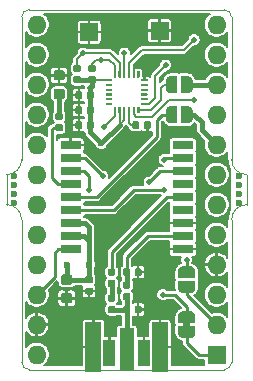
<source format=gbr>
%TF.GenerationSoftware,KiCad,Pcbnew,5.1.4-e60b266~84~ubuntu19.04.1*%
%TF.CreationDate,2020-03-24T16:38:05+00:00*%
%TF.ProjectId,ProMicro_GPS,50726f4d-6963-4726-9f5f-4750532e6b69,v2.3*%
%TF.SameCoordinates,Original*%
%TF.FileFunction,Copper,L1,Top*%
%TF.FilePolarity,Positive*%
%FSLAX45Y45*%
G04 Gerber Fmt 4.5, Leading zero omitted, Abs format (unit mm)*
G04 Created by KiCad (PCBNEW 5.1.4-e60b266~84~ubuntu19.04.1) date 2020-03-24 16:38:05*
%MOMM*%
%LPD*%
G04 APERTURE LIST*
%ADD10C,0.100000*%
%ADD11C,0.150000*%
%ADD12C,0.500000*%
%ADD13C,0.590000*%
%ADD14O,1.600000X1.600000*%
%ADD15R,1.600000X1.600000*%
%ADD16R,1.500000X1.500000*%
%ADD17C,0.200000*%
%ADD18R,1.050000X2.200000*%
%ADD19R,1.000000X1.050000*%
%ADD20C,0.875000*%
%ADD21R,1.270000X3.600000*%
%ADD22R,1.350000X4.200000*%
%ADD23R,1.800000X0.700000*%
%ADD24R,1.800000X0.800000*%
%ADD25C,0.600000*%
%ADD26C,0.200000*%
%ADD27C,0.400000*%
%ADD28C,0.250000*%
G04 APERTURE END LIST*
D10*
X14097000Y-9652000D02*
X14097000Y-9906000D01*
X13970000Y-10033000D02*
G75*
G02X14097000Y-9906000I127000J0D01*
G01*
X13970000Y-10033000D02*
X13970000Y-11239500D01*
X14097000Y-9652000D02*
G75*
G02X13970000Y-9525000I0J127000D01*
G01*
X13970000Y-8318500D02*
X13970000Y-9525000D01*
X12065000Y-9906000D02*
X12065000Y-9652000D01*
X12065000Y-9906000D02*
G75*
G02X12192000Y-10033000I0J-127000D01*
G01*
X12192000Y-11239500D02*
X12192000Y-10033000D01*
X12192000Y-9525000D02*
G75*
G02X12065000Y-9652000I-127000J0D01*
G01*
X12255500Y-11303000D02*
G75*
G02X12192000Y-11239500I0J63500D01*
G01*
X12192000Y-8318500D02*
G75*
G02X12255500Y-8255000I63500J0D01*
G01*
X13906500Y-8255000D02*
G75*
G02X13970000Y-8318500I0J-63500D01*
G01*
X13970000Y-11239500D02*
G75*
G02X13906500Y-11303000I-63500J0D01*
G01*
X12255500Y-8255000D02*
X13906500Y-8255000D01*
X12192000Y-9525000D02*
X12192000Y-8318500D01*
X13906500Y-11303000D02*
X12255500Y-11303000D01*
D11*
G36*
X13559000Y-10897000D02*
G01*
X13559000Y-10947000D01*
X13619000Y-10947000D01*
X13619000Y-10897000D01*
X13559000Y-10897000D01*
G37*
D12*
X13590500Y-8890000D03*
D11*
G36*
X13590500Y-8815060D02*
G01*
X13592953Y-8815060D01*
X13597836Y-8815541D01*
X13602649Y-8816498D01*
X13607344Y-8817923D01*
X13611878Y-8819801D01*
X13616205Y-8822114D01*
X13620285Y-8824840D01*
X13624078Y-8827952D01*
X13627548Y-8831422D01*
X13630660Y-8835215D01*
X13633386Y-8839295D01*
X13635699Y-8843622D01*
X13637577Y-8848156D01*
X13639002Y-8852851D01*
X13639959Y-8857664D01*
X13640440Y-8862547D01*
X13640440Y-8865000D01*
X13640500Y-8865000D01*
X13640500Y-8915000D01*
X13640440Y-8915000D01*
X13640440Y-8917453D01*
X13639959Y-8922337D01*
X13639002Y-8927149D01*
X13637577Y-8931845D01*
X13635699Y-8936378D01*
X13633386Y-8940705D01*
X13630660Y-8944785D01*
X13627548Y-8948578D01*
X13624078Y-8952048D01*
X13620285Y-8955160D01*
X13616205Y-8957886D01*
X13611878Y-8960200D01*
X13607344Y-8962077D01*
X13602649Y-8963502D01*
X13597836Y-8964459D01*
X13592953Y-8964940D01*
X13590500Y-8964940D01*
X13590500Y-8965000D01*
X13540500Y-8965000D01*
X13540500Y-8815000D01*
X13590500Y-8815000D01*
X13590500Y-8815060D01*
X13590500Y-8815060D01*
G37*
D12*
X13460500Y-8890000D03*
D11*
G36*
X13510500Y-8965000D02*
G01*
X13460500Y-8965000D01*
X13460500Y-8964940D01*
X13458047Y-8964940D01*
X13453163Y-8964459D01*
X13448351Y-8963502D01*
X13443655Y-8962077D01*
X13439122Y-8960200D01*
X13434795Y-8957886D01*
X13430715Y-8955160D01*
X13426922Y-8952048D01*
X13423452Y-8948578D01*
X13420340Y-8944785D01*
X13417614Y-8940705D01*
X13415300Y-8936378D01*
X13413423Y-8931845D01*
X13411998Y-8927149D01*
X13411041Y-8922337D01*
X13410560Y-8917453D01*
X13410560Y-8915000D01*
X13410500Y-8915000D01*
X13410500Y-8865000D01*
X13410560Y-8865000D01*
X13410560Y-8862547D01*
X13411041Y-8857664D01*
X13411998Y-8852851D01*
X13413423Y-8848156D01*
X13415300Y-8843622D01*
X13417614Y-8839295D01*
X13420340Y-8835215D01*
X13423452Y-8831422D01*
X13426922Y-8827952D01*
X13430715Y-8824840D01*
X13434795Y-8822114D01*
X13439122Y-8819801D01*
X13443655Y-8817923D01*
X13448351Y-8816498D01*
X13453163Y-8815541D01*
X13458047Y-8815060D01*
X13460500Y-8815060D01*
X13460500Y-8815000D01*
X13510500Y-8815000D01*
X13510500Y-8965000D01*
X13510500Y-8965000D01*
G37*
D12*
X13589000Y-10987000D03*
D11*
G36*
X13664000Y-10937000D02*
G01*
X13664000Y-10987000D01*
X13663940Y-10987000D01*
X13663940Y-10989453D01*
X13663459Y-10994337D01*
X13662502Y-10999149D01*
X13661077Y-11003845D01*
X13659199Y-11008378D01*
X13656886Y-11012705D01*
X13654160Y-11016785D01*
X13651048Y-11020578D01*
X13647578Y-11024048D01*
X13643785Y-11027160D01*
X13639705Y-11029886D01*
X13635378Y-11032200D01*
X13630844Y-11034077D01*
X13626149Y-11035502D01*
X13621336Y-11036459D01*
X13616453Y-11036940D01*
X13614000Y-11036940D01*
X13614000Y-11037000D01*
X13564000Y-11037000D01*
X13564000Y-11036940D01*
X13561547Y-11036940D01*
X13556663Y-11036459D01*
X13551851Y-11035502D01*
X13547155Y-11034077D01*
X13542622Y-11032200D01*
X13538295Y-11029886D01*
X13534215Y-11027160D01*
X13530422Y-11024048D01*
X13526952Y-11020578D01*
X13523840Y-11016785D01*
X13521114Y-11012705D01*
X13518800Y-11008378D01*
X13516923Y-11003845D01*
X13515498Y-10999149D01*
X13514541Y-10994337D01*
X13514060Y-10989453D01*
X13514060Y-10987000D01*
X13514000Y-10987000D01*
X13514000Y-10937000D01*
X13664000Y-10937000D01*
X13664000Y-10937000D01*
G37*
D12*
X13589000Y-10857000D03*
D11*
G36*
X13514060Y-10857000D02*
G01*
X13514060Y-10854547D01*
X13514541Y-10849664D01*
X13515498Y-10844851D01*
X13516923Y-10840156D01*
X13518800Y-10835622D01*
X13521114Y-10831295D01*
X13523840Y-10827215D01*
X13526952Y-10823422D01*
X13530422Y-10819952D01*
X13534215Y-10816840D01*
X13538295Y-10814114D01*
X13542622Y-10811801D01*
X13547155Y-10809923D01*
X13551851Y-10808498D01*
X13556663Y-10807541D01*
X13561547Y-10807060D01*
X13564000Y-10807060D01*
X13564000Y-10807000D01*
X13614000Y-10807000D01*
X13614000Y-10807060D01*
X13616453Y-10807060D01*
X13621336Y-10807541D01*
X13626149Y-10808498D01*
X13630844Y-10809923D01*
X13635378Y-10811801D01*
X13639705Y-10814114D01*
X13643785Y-10816840D01*
X13647578Y-10819952D01*
X13651048Y-10823422D01*
X13654160Y-10827215D01*
X13656886Y-10831295D01*
X13659199Y-10835622D01*
X13661077Y-10840156D01*
X13662502Y-10844851D01*
X13663459Y-10849664D01*
X13663940Y-10854547D01*
X13663940Y-10857000D01*
X13664000Y-10857000D01*
X13664000Y-10907000D01*
X13514000Y-10907000D01*
X13514000Y-10857000D01*
X13514060Y-10857000D01*
X13514060Y-10857000D01*
G37*
G36*
X12693096Y-9200971D02*
G01*
X12694528Y-9201183D01*
X12695932Y-9201535D01*
X12697295Y-9202023D01*
X12698603Y-9202642D01*
X12699845Y-9203386D01*
X12701007Y-9204248D01*
X12702080Y-9205220D01*
X12703052Y-9206293D01*
X12703914Y-9207455D01*
X12704658Y-9208697D01*
X12705277Y-9210005D01*
X12705765Y-9211368D01*
X12706117Y-9212772D01*
X12706329Y-9214204D01*
X12706400Y-9215650D01*
X12706400Y-9250150D01*
X12706329Y-9251596D01*
X12706117Y-9253028D01*
X12705765Y-9254432D01*
X12705277Y-9255795D01*
X12704658Y-9257103D01*
X12703914Y-9258345D01*
X12703052Y-9259507D01*
X12702080Y-9260580D01*
X12701007Y-9261552D01*
X12699845Y-9262414D01*
X12698603Y-9263158D01*
X12697295Y-9263777D01*
X12695932Y-9264265D01*
X12694528Y-9264617D01*
X12693096Y-9264829D01*
X12691650Y-9264900D01*
X12662150Y-9264900D01*
X12660704Y-9264829D01*
X12659272Y-9264617D01*
X12657868Y-9264265D01*
X12656505Y-9263777D01*
X12655197Y-9263158D01*
X12653955Y-9262414D01*
X12652793Y-9261552D01*
X12651720Y-9260580D01*
X12650748Y-9259507D01*
X12649886Y-9258345D01*
X12649142Y-9257103D01*
X12648523Y-9255795D01*
X12648035Y-9254432D01*
X12647683Y-9253028D01*
X12647471Y-9251596D01*
X12647400Y-9250150D01*
X12647400Y-9215650D01*
X12647471Y-9214204D01*
X12647683Y-9212772D01*
X12648035Y-9211368D01*
X12648523Y-9210005D01*
X12649142Y-9208697D01*
X12649886Y-9207455D01*
X12650748Y-9206293D01*
X12651720Y-9205220D01*
X12652793Y-9204248D01*
X12653955Y-9203386D01*
X12655197Y-9202642D01*
X12656505Y-9202023D01*
X12657868Y-9201535D01*
X12659272Y-9201183D01*
X12660704Y-9200971D01*
X12662150Y-9200900D01*
X12691650Y-9200900D01*
X12693096Y-9200971D01*
X12693096Y-9200971D01*
G37*
D13*
X12676900Y-9232900D03*
D11*
G36*
X12790096Y-9200971D02*
G01*
X12791528Y-9201183D01*
X12792932Y-9201535D01*
X12794295Y-9202023D01*
X12795603Y-9202642D01*
X12796845Y-9203386D01*
X12798007Y-9204248D01*
X12799080Y-9205220D01*
X12800052Y-9206293D01*
X12800914Y-9207455D01*
X12801658Y-9208697D01*
X12802277Y-9210005D01*
X12802765Y-9211368D01*
X12803117Y-9212772D01*
X12803329Y-9214204D01*
X12803400Y-9215650D01*
X12803400Y-9250150D01*
X12803329Y-9251596D01*
X12803117Y-9253028D01*
X12802765Y-9254432D01*
X12802277Y-9255795D01*
X12801658Y-9257103D01*
X12800914Y-9258345D01*
X12800052Y-9259507D01*
X12799080Y-9260580D01*
X12798007Y-9261552D01*
X12796845Y-9262414D01*
X12795603Y-9263158D01*
X12794295Y-9263777D01*
X12792932Y-9264265D01*
X12791528Y-9264617D01*
X12790096Y-9264829D01*
X12788650Y-9264900D01*
X12759150Y-9264900D01*
X12757704Y-9264829D01*
X12756272Y-9264617D01*
X12754868Y-9264265D01*
X12753505Y-9263777D01*
X12752197Y-9263158D01*
X12750955Y-9262414D01*
X12749793Y-9261552D01*
X12748720Y-9260580D01*
X12747748Y-9259507D01*
X12746886Y-9258345D01*
X12746142Y-9257103D01*
X12745523Y-9255795D01*
X12745035Y-9254432D01*
X12744683Y-9253028D01*
X12744471Y-9251596D01*
X12744400Y-9250150D01*
X12744400Y-9215650D01*
X12744471Y-9214204D01*
X12744683Y-9212772D01*
X12745035Y-9211368D01*
X12745523Y-9210005D01*
X12746142Y-9208697D01*
X12746886Y-9207455D01*
X12747748Y-9206293D01*
X12748720Y-9205220D01*
X12749793Y-9204248D01*
X12750955Y-9203386D01*
X12752197Y-9202642D01*
X12753505Y-9202023D01*
X12754868Y-9201535D01*
X12756272Y-9201183D01*
X12757704Y-9200971D01*
X12759150Y-9200900D01*
X12788650Y-9200900D01*
X12790096Y-9200971D01*
X12790096Y-9200971D01*
G37*
D13*
X12773900Y-9232900D03*
D11*
G36*
X12807596Y-8723171D02*
G01*
X12809028Y-8723383D01*
X12810432Y-8723735D01*
X12811795Y-8724223D01*
X12813103Y-8724842D01*
X12814345Y-8725586D01*
X12815507Y-8726448D01*
X12816580Y-8727420D01*
X12817552Y-8728493D01*
X12818414Y-8729655D01*
X12819158Y-8730897D01*
X12819777Y-8732205D01*
X12820265Y-8733568D01*
X12820617Y-8734972D01*
X12820829Y-8736404D01*
X12820900Y-8737850D01*
X12820900Y-8767350D01*
X12820829Y-8768796D01*
X12820617Y-8770228D01*
X12820265Y-8771632D01*
X12819777Y-8772995D01*
X12819158Y-8774303D01*
X12818414Y-8775545D01*
X12817552Y-8776707D01*
X12816580Y-8777780D01*
X12815507Y-8778752D01*
X12814345Y-8779614D01*
X12813103Y-8780358D01*
X12811795Y-8780977D01*
X12810432Y-8781465D01*
X12809028Y-8781817D01*
X12807596Y-8782029D01*
X12806150Y-8782100D01*
X12771650Y-8782100D01*
X12770204Y-8782029D01*
X12768772Y-8781817D01*
X12767368Y-8781465D01*
X12766005Y-8780977D01*
X12764697Y-8780358D01*
X12763455Y-8779614D01*
X12762293Y-8778752D01*
X12761220Y-8777780D01*
X12760248Y-8776707D01*
X12759386Y-8775545D01*
X12758642Y-8774303D01*
X12758023Y-8772995D01*
X12757535Y-8771632D01*
X12757183Y-8770228D01*
X12756971Y-8768796D01*
X12756900Y-8767350D01*
X12756900Y-8737850D01*
X12756971Y-8736404D01*
X12757183Y-8734972D01*
X12757535Y-8733568D01*
X12758023Y-8732205D01*
X12758642Y-8730897D01*
X12759386Y-8729655D01*
X12760248Y-8728493D01*
X12761220Y-8727420D01*
X12762293Y-8726448D01*
X12763455Y-8725586D01*
X12764697Y-8724842D01*
X12766005Y-8724223D01*
X12767368Y-8723735D01*
X12768772Y-8723383D01*
X12770204Y-8723171D01*
X12771650Y-8723100D01*
X12806150Y-8723100D01*
X12807596Y-8723171D01*
X12807596Y-8723171D01*
G37*
D13*
X12788900Y-8752600D03*
D11*
G36*
X12807596Y-8820171D02*
G01*
X12809028Y-8820383D01*
X12810432Y-8820735D01*
X12811795Y-8821223D01*
X12813103Y-8821842D01*
X12814345Y-8822586D01*
X12815507Y-8823448D01*
X12816580Y-8824420D01*
X12817552Y-8825493D01*
X12818414Y-8826655D01*
X12819158Y-8827897D01*
X12819777Y-8829205D01*
X12820265Y-8830568D01*
X12820617Y-8831972D01*
X12820829Y-8833404D01*
X12820900Y-8834850D01*
X12820900Y-8864350D01*
X12820829Y-8865796D01*
X12820617Y-8867228D01*
X12820265Y-8868632D01*
X12819777Y-8869995D01*
X12819158Y-8871303D01*
X12818414Y-8872545D01*
X12817552Y-8873707D01*
X12816580Y-8874780D01*
X12815507Y-8875752D01*
X12814345Y-8876614D01*
X12813103Y-8877358D01*
X12811795Y-8877977D01*
X12810432Y-8878465D01*
X12809028Y-8878817D01*
X12807596Y-8879029D01*
X12806150Y-8879100D01*
X12771650Y-8879100D01*
X12770204Y-8879029D01*
X12768772Y-8878817D01*
X12767368Y-8878465D01*
X12766005Y-8877977D01*
X12764697Y-8877358D01*
X12763455Y-8876614D01*
X12762293Y-8875752D01*
X12761220Y-8874780D01*
X12760248Y-8873707D01*
X12759386Y-8872545D01*
X12758642Y-8871303D01*
X12758023Y-8869995D01*
X12757535Y-8868632D01*
X12757183Y-8867228D01*
X12756971Y-8865796D01*
X12756900Y-8864350D01*
X12756900Y-8834850D01*
X12756971Y-8833404D01*
X12757183Y-8831972D01*
X12757535Y-8830568D01*
X12758023Y-8829205D01*
X12758642Y-8827897D01*
X12759386Y-8826655D01*
X12760248Y-8825493D01*
X12761220Y-8824420D01*
X12762293Y-8823448D01*
X12763455Y-8822586D01*
X12764697Y-8821842D01*
X12766005Y-8821223D01*
X12767368Y-8820735D01*
X12768772Y-8820383D01*
X12770204Y-8820171D01*
X12771650Y-8820100D01*
X12806150Y-8820100D01*
X12807596Y-8820171D01*
X12807596Y-8820171D01*
G37*
D13*
X12788900Y-8849600D03*
D11*
G36*
X12693096Y-8946971D02*
G01*
X12694528Y-8947183D01*
X12695932Y-8947535D01*
X12697295Y-8948023D01*
X12698603Y-8948642D01*
X12699845Y-8949386D01*
X12701007Y-8950248D01*
X12702080Y-8951220D01*
X12703052Y-8952293D01*
X12703914Y-8953455D01*
X12704658Y-8954697D01*
X12705277Y-8956005D01*
X12705765Y-8957368D01*
X12706117Y-8958772D01*
X12706329Y-8960204D01*
X12706400Y-8961650D01*
X12706400Y-8996150D01*
X12706329Y-8997596D01*
X12706117Y-8999028D01*
X12705765Y-9000432D01*
X12705277Y-9001795D01*
X12704658Y-9003103D01*
X12703914Y-9004345D01*
X12703052Y-9005507D01*
X12702080Y-9006580D01*
X12701007Y-9007552D01*
X12699845Y-9008414D01*
X12698603Y-9009158D01*
X12697295Y-9009777D01*
X12695932Y-9010265D01*
X12694528Y-9010617D01*
X12693096Y-9010829D01*
X12691650Y-9010900D01*
X12662150Y-9010900D01*
X12660704Y-9010829D01*
X12659272Y-9010617D01*
X12657868Y-9010265D01*
X12656505Y-9009777D01*
X12655197Y-9009158D01*
X12653955Y-9008414D01*
X12652793Y-9007552D01*
X12651720Y-9006580D01*
X12650748Y-9005507D01*
X12649886Y-9004345D01*
X12649142Y-9003103D01*
X12648523Y-9001795D01*
X12648035Y-9000432D01*
X12647683Y-8999028D01*
X12647471Y-8997596D01*
X12647400Y-8996150D01*
X12647400Y-8961650D01*
X12647471Y-8960204D01*
X12647683Y-8958772D01*
X12648035Y-8957368D01*
X12648523Y-8956005D01*
X12649142Y-8954697D01*
X12649886Y-8953455D01*
X12650748Y-8952293D01*
X12651720Y-8951220D01*
X12652793Y-8950248D01*
X12653955Y-8949386D01*
X12655197Y-8948642D01*
X12656505Y-8948023D01*
X12657868Y-8947535D01*
X12659272Y-8947183D01*
X12660704Y-8946971D01*
X12662150Y-8946900D01*
X12691650Y-8946900D01*
X12693096Y-8946971D01*
X12693096Y-8946971D01*
G37*
D13*
X12676900Y-8978900D03*
D11*
G36*
X12790096Y-8946971D02*
G01*
X12791528Y-8947183D01*
X12792932Y-8947535D01*
X12794295Y-8948023D01*
X12795603Y-8948642D01*
X12796845Y-8949386D01*
X12798007Y-8950248D01*
X12799080Y-8951220D01*
X12800052Y-8952293D01*
X12800914Y-8953455D01*
X12801658Y-8954697D01*
X12802277Y-8956005D01*
X12802765Y-8957368D01*
X12803117Y-8958772D01*
X12803329Y-8960204D01*
X12803400Y-8961650D01*
X12803400Y-8996150D01*
X12803329Y-8997596D01*
X12803117Y-8999028D01*
X12802765Y-9000432D01*
X12802277Y-9001795D01*
X12801658Y-9003103D01*
X12800914Y-9004345D01*
X12800052Y-9005507D01*
X12799080Y-9006580D01*
X12798007Y-9007552D01*
X12796845Y-9008414D01*
X12795603Y-9009158D01*
X12794295Y-9009777D01*
X12792932Y-9010265D01*
X12791528Y-9010617D01*
X12790096Y-9010829D01*
X12788650Y-9010900D01*
X12759150Y-9010900D01*
X12757704Y-9010829D01*
X12756272Y-9010617D01*
X12754868Y-9010265D01*
X12753505Y-9009777D01*
X12752197Y-9009158D01*
X12750955Y-9008414D01*
X12749793Y-9007552D01*
X12748720Y-9006580D01*
X12747748Y-9005507D01*
X12746886Y-9004345D01*
X12746142Y-9003103D01*
X12745523Y-9001795D01*
X12745035Y-9000432D01*
X12744683Y-8999028D01*
X12744471Y-8997596D01*
X12744400Y-8996150D01*
X12744400Y-8961650D01*
X12744471Y-8960204D01*
X12744683Y-8958772D01*
X12745035Y-8957368D01*
X12745523Y-8956005D01*
X12746142Y-8954697D01*
X12746886Y-8953455D01*
X12747748Y-8952293D01*
X12748720Y-8951220D01*
X12749793Y-8950248D01*
X12750955Y-8949386D01*
X12752197Y-8948642D01*
X12753505Y-8948023D01*
X12754868Y-8947535D01*
X12756272Y-8947183D01*
X12757704Y-8946971D01*
X12759150Y-8946900D01*
X12788650Y-8946900D01*
X12790096Y-8946971D01*
X12790096Y-8946971D01*
G37*
D13*
X12773900Y-8978900D03*
D11*
G36*
X12782196Y-10608571D02*
G01*
X12783628Y-10608783D01*
X12785032Y-10609135D01*
X12786395Y-10609623D01*
X12787703Y-10610242D01*
X12788945Y-10610986D01*
X12790107Y-10611848D01*
X12791180Y-10612820D01*
X12792152Y-10613893D01*
X12793014Y-10615055D01*
X12793758Y-10616297D01*
X12794377Y-10617605D01*
X12794865Y-10618968D01*
X12795217Y-10620372D01*
X12795429Y-10621804D01*
X12795500Y-10623250D01*
X12795500Y-10652750D01*
X12795429Y-10654196D01*
X12795217Y-10655628D01*
X12794865Y-10657032D01*
X12794377Y-10658395D01*
X12793758Y-10659703D01*
X12793014Y-10660945D01*
X12792152Y-10662107D01*
X12791180Y-10663180D01*
X12790107Y-10664152D01*
X12788945Y-10665014D01*
X12787703Y-10665758D01*
X12786395Y-10666377D01*
X12785032Y-10666865D01*
X12783628Y-10667217D01*
X12782196Y-10667429D01*
X12780750Y-10667500D01*
X12746250Y-10667500D01*
X12744804Y-10667429D01*
X12743372Y-10667217D01*
X12741968Y-10666865D01*
X12740605Y-10666377D01*
X12739297Y-10665758D01*
X12738055Y-10665014D01*
X12736893Y-10664152D01*
X12735820Y-10663180D01*
X12734848Y-10662107D01*
X12733986Y-10660945D01*
X12733242Y-10659703D01*
X12732623Y-10658395D01*
X12732135Y-10657032D01*
X12731783Y-10655628D01*
X12731571Y-10654196D01*
X12731500Y-10652750D01*
X12731500Y-10623250D01*
X12731571Y-10621804D01*
X12731783Y-10620372D01*
X12732135Y-10618968D01*
X12732623Y-10617605D01*
X12733242Y-10616297D01*
X12733986Y-10615055D01*
X12734848Y-10613893D01*
X12735820Y-10612820D01*
X12736893Y-10611848D01*
X12738055Y-10610986D01*
X12739297Y-10610242D01*
X12740605Y-10609623D01*
X12741968Y-10609135D01*
X12743372Y-10608783D01*
X12744804Y-10608571D01*
X12746250Y-10608500D01*
X12780750Y-10608500D01*
X12782196Y-10608571D01*
X12782196Y-10608571D01*
G37*
D13*
X12763500Y-10638000D03*
D11*
G36*
X12782196Y-10511571D02*
G01*
X12783628Y-10511783D01*
X12785032Y-10512135D01*
X12786395Y-10512623D01*
X12787703Y-10513242D01*
X12788945Y-10513986D01*
X12790107Y-10514848D01*
X12791180Y-10515820D01*
X12792152Y-10516893D01*
X12793014Y-10518055D01*
X12793758Y-10519297D01*
X12794377Y-10520605D01*
X12794865Y-10521968D01*
X12795217Y-10523372D01*
X12795429Y-10524804D01*
X12795500Y-10526250D01*
X12795500Y-10555750D01*
X12795429Y-10557196D01*
X12795217Y-10558628D01*
X12794865Y-10560032D01*
X12794377Y-10561395D01*
X12793758Y-10562703D01*
X12793014Y-10563945D01*
X12792152Y-10565107D01*
X12791180Y-10566180D01*
X12790107Y-10567152D01*
X12788945Y-10568014D01*
X12787703Y-10568758D01*
X12786395Y-10569377D01*
X12785032Y-10569865D01*
X12783628Y-10570217D01*
X12782196Y-10570429D01*
X12780750Y-10570500D01*
X12746250Y-10570500D01*
X12744804Y-10570429D01*
X12743372Y-10570217D01*
X12741968Y-10569865D01*
X12740605Y-10569377D01*
X12739297Y-10568758D01*
X12738055Y-10568014D01*
X12736893Y-10567152D01*
X12735820Y-10566180D01*
X12734848Y-10565107D01*
X12733986Y-10563945D01*
X12733242Y-10562703D01*
X12732623Y-10561395D01*
X12732135Y-10560032D01*
X12731783Y-10558628D01*
X12731571Y-10557196D01*
X12731500Y-10555750D01*
X12731500Y-10526250D01*
X12731571Y-10524804D01*
X12731783Y-10523372D01*
X12732135Y-10521968D01*
X12732623Y-10520605D01*
X12733242Y-10519297D01*
X12733986Y-10518055D01*
X12734848Y-10516893D01*
X12735820Y-10515820D01*
X12736893Y-10514848D01*
X12738055Y-10513986D01*
X12739297Y-10513242D01*
X12740605Y-10512623D01*
X12741968Y-10512135D01*
X12743372Y-10511783D01*
X12744804Y-10511571D01*
X12746250Y-10511500D01*
X12780750Y-10511500D01*
X12782196Y-10511571D01*
X12782196Y-10511571D01*
G37*
D13*
X12763500Y-10541000D03*
D12*
X13460500Y-9144000D03*
D11*
G36*
X13460500Y-9218940D02*
G01*
X13458047Y-9218940D01*
X13453163Y-9218459D01*
X13448351Y-9217502D01*
X13443655Y-9216077D01*
X13439122Y-9214200D01*
X13434795Y-9211886D01*
X13430715Y-9209160D01*
X13426922Y-9206048D01*
X13423452Y-9202578D01*
X13420340Y-9198785D01*
X13417614Y-9194705D01*
X13415300Y-9190378D01*
X13413423Y-9185845D01*
X13411998Y-9181149D01*
X13411041Y-9176337D01*
X13410560Y-9171453D01*
X13410560Y-9169000D01*
X13410500Y-9169000D01*
X13410500Y-9119000D01*
X13410560Y-9119000D01*
X13410560Y-9116547D01*
X13411041Y-9111664D01*
X13411998Y-9106851D01*
X13413423Y-9102156D01*
X13415300Y-9097622D01*
X13417614Y-9093295D01*
X13420340Y-9089215D01*
X13423452Y-9085422D01*
X13426922Y-9081952D01*
X13430715Y-9078840D01*
X13434795Y-9076114D01*
X13439122Y-9073801D01*
X13443655Y-9071923D01*
X13448351Y-9070498D01*
X13453163Y-9069541D01*
X13458047Y-9069060D01*
X13460500Y-9069060D01*
X13460500Y-9069000D01*
X13510500Y-9069000D01*
X13510500Y-9219000D01*
X13460500Y-9219000D01*
X13460500Y-9218940D01*
X13460500Y-9218940D01*
G37*
D12*
X13590500Y-9144000D03*
D11*
G36*
X13540500Y-9069000D02*
G01*
X13590500Y-9069000D01*
X13590500Y-9069060D01*
X13592953Y-9069060D01*
X13597836Y-9069541D01*
X13602649Y-9070498D01*
X13607344Y-9071923D01*
X13611878Y-9073801D01*
X13616205Y-9076114D01*
X13620285Y-9078840D01*
X13624078Y-9081952D01*
X13627548Y-9085422D01*
X13630660Y-9089215D01*
X13633386Y-9093295D01*
X13635699Y-9097622D01*
X13637577Y-9102156D01*
X13639002Y-9106851D01*
X13639959Y-9111664D01*
X13640440Y-9116547D01*
X13640440Y-9119000D01*
X13640500Y-9119000D01*
X13640500Y-9169000D01*
X13640440Y-9169000D01*
X13640440Y-9171453D01*
X13639959Y-9176337D01*
X13639002Y-9181149D01*
X13637577Y-9185845D01*
X13635699Y-9190378D01*
X13633386Y-9194705D01*
X13630660Y-9198785D01*
X13627548Y-9202578D01*
X13624078Y-9206048D01*
X13620285Y-9209160D01*
X13616205Y-9211886D01*
X13611878Y-9214200D01*
X13607344Y-9216077D01*
X13602649Y-9217502D01*
X13597836Y-9218459D01*
X13592953Y-9218940D01*
X13590500Y-9218940D01*
X13590500Y-9219000D01*
X13540500Y-9219000D01*
X13540500Y-9069000D01*
X13540500Y-9069000D01*
G37*
D14*
X12319000Y-11176000D03*
X12319000Y-10922000D03*
X12319000Y-10668000D03*
X13843000Y-8382000D03*
X12319000Y-10414000D03*
X13843000Y-8636000D03*
X12319000Y-10160000D03*
X13843000Y-8890000D03*
X12319000Y-9906000D03*
X13843000Y-9144000D03*
X12319000Y-9652000D03*
X13843000Y-9398000D03*
X12319000Y-9398000D03*
X13843000Y-9652000D03*
X12319000Y-9144000D03*
X13843000Y-9906000D03*
X12319000Y-8890000D03*
X13843000Y-10160000D03*
X12319000Y-8636000D03*
X13843000Y-10414000D03*
X12319000Y-8382000D03*
X13843000Y-10668000D03*
X13843000Y-10922000D03*
D15*
X13843000Y-11176000D03*
D16*
X13360400Y-8432800D03*
X12763500Y-8445500D03*
D11*
G36*
X12680596Y-8723171D02*
G01*
X12682028Y-8723383D01*
X12683432Y-8723735D01*
X12684795Y-8724223D01*
X12686103Y-8724842D01*
X12687345Y-8725586D01*
X12688507Y-8726448D01*
X12689580Y-8727420D01*
X12690552Y-8728493D01*
X12691414Y-8729655D01*
X12692158Y-8730897D01*
X12692777Y-8732205D01*
X12693265Y-8733568D01*
X12693617Y-8734972D01*
X12693829Y-8736404D01*
X12693900Y-8737850D01*
X12693900Y-8767350D01*
X12693829Y-8768796D01*
X12693617Y-8770228D01*
X12693265Y-8771632D01*
X12692777Y-8772995D01*
X12692158Y-8774303D01*
X12691414Y-8775545D01*
X12690552Y-8776707D01*
X12689580Y-8777780D01*
X12688507Y-8778752D01*
X12687345Y-8779614D01*
X12686103Y-8780358D01*
X12684795Y-8780977D01*
X12683432Y-8781465D01*
X12682028Y-8781817D01*
X12680596Y-8782029D01*
X12679150Y-8782100D01*
X12644650Y-8782100D01*
X12643204Y-8782029D01*
X12641772Y-8781817D01*
X12640368Y-8781465D01*
X12639005Y-8780977D01*
X12637697Y-8780358D01*
X12636455Y-8779614D01*
X12635293Y-8778752D01*
X12634220Y-8777780D01*
X12633248Y-8776707D01*
X12632386Y-8775545D01*
X12631642Y-8774303D01*
X12631023Y-8772995D01*
X12630535Y-8771632D01*
X12630183Y-8770228D01*
X12629971Y-8768796D01*
X12629900Y-8767350D01*
X12629900Y-8737850D01*
X12629971Y-8736404D01*
X12630183Y-8734972D01*
X12630535Y-8733568D01*
X12631023Y-8732205D01*
X12631642Y-8730897D01*
X12632386Y-8729655D01*
X12633248Y-8728493D01*
X12634220Y-8727420D01*
X12635293Y-8726448D01*
X12636455Y-8725586D01*
X12637697Y-8724842D01*
X12639005Y-8724223D01*
X12640368Y-8723735D01*
X12641772Y-8723383D01*
X12643204Y-8723171D01*
X12644650Y-8723100D01*
X12679150Y-8723100D01*
X12680596Y-8723171D01*
X12680596Y-8723171D01*
G37*
D13*
X12661900Y-8752600D03*
D11*
G36*
X12680596Y-8820171D02*
G01*
X12682028Y-8820383D01*
X12683432Y-8820735D01*
X12684795Y-8821223D01*
X12686103Y-8821842D01*
X12687345Y-8822586D01*
X12688507Y-8823448D01*
X12689580Y-8824420D01*
X12690552Y-8825493D01*
X12691414Y-8826655D01*
X12692158Y-8827897D01*
X12692777Y-8829205D01*
X12693265Y-8830568D01*
X12693617Y-8831972D01*
X12693829Y-8833404D01*
X12693900Y-8834850D01*
X12693900Y-8864350D01*
X12693829Y-8865796D01*
X12693617Y-8867228D01*
X12693265Y-8868632D01*
X12692777Y-8869995D01*
X12692158Y-8871303D01*
X12691414Y-8872545D01*
X12690552Y-8873707D01*
X12689580Y-8874780D01*
X12688507Y-8875752D01*
X12687345Y-8876614D01*
X12686103Y-8877358D01*
X12684795Y-8877977D01*
X12683432Y-8878465D01*
X12682028Y-8878817D01*
X12680596Y-8879029D01*
X12679150Y-8879100D01*
X12644650Y-8879100D01*
X12643204Y-8879029D01*
X12641772Y-8878817D01*
X12640368Y-8878465D01*
X12639005Y-8877977D01*
X12637697Y-8877358D01*
X12636455Y-8876614D01*
X12635293Y-8875752D01*
X12634220Y-8874780D01*
X12633248Y-8873707D01*
X12632386Y-8872545D01*
X12631642Y-8871303D01*
X12631023Y-8869995D01*
X12630535Y-8868632D01*
X12630183Y-8867228D01*
X12629971Y-8865796D01*
X12629900Y-8864350D01*
X12629900Y-8834850D01*
X12629971Y-8833404D01*
X12630183Y-8831972D01*
X12630535Y-8830568D01*
X12631023Y-8829205D01*
X12631642Y-8827897D01*
X12632386Y-8826655D01*
X12633248Y-8825493D01*
X12634220Y-8824420D01*
X12635293Y-8823448D01*
X12636455Y-8822586D01*
X12637697Y-8821842D01*
X12639005Y-8821223D01*
X12640368Y-8820735D01*
X12641772Y-8820383D01*
X12643204Y-8820171D01*
X12644650Y-8820100D01*
X12679150Y-8820100D01*
X12680596Y-8820171D01*
X12680596Y-8820171D01*
G37*
D13*
X12661900Y-8849600D03*
D11*
G36*
X12693096Y-9073971D02*
G01*
X12694528Y-9074183D01*
X12695932Y-9074535D01*
X12697295Y-9075023D01*
X12698603Y-9075642D01*
X12699845Y-9076386D01*
X12701007Y-9077248D01*
X12702080Y-9078220D01*
X12703052Y-9079293D01*
X12703914Y-9080455D01*
X12704658Y-9081697D01*
X12705277Y-9083005D01*
X12705765Y-9084368D01*
X12706117Y-9085772D01*
X12706329Y-9087204D01*
X12706400Y-9088650D01*
X12706400Y-9123150D01*
X12706329Y-9124596D01*
X12706117Y-9126028D01*
X12705765Y-9127432D01*
X12705277Y-9128795D01*
X12704658Y-9130103D01*
X12703914Y-9131345D01*
X12703052Y-9132507D01*
X12702080Y-9133580D01*
X12701007Y-9134552D01*
X12699845Y-9135414D01*
X12698603Y-9136158D01*
X12697295Y-9136777D01*
X12695932Y-9137265D01*
X12694528Y-9137617D01*
X12693096Y-9137829D01*
X12691650Y-9137900D01*
X12662150Y-9137900D01*
X12660704Y-9137829D01*
X12659272Y-9137617D01*
X12657868Y-9137265D01*
X12656505Y-9136777D01*
X12655197Y-9136158D01*
X12653955Y-9135414D01*
X12652793Y-9134552D01*
X12651720Y-9133580D01*
X12650748Y-9132507D01*
X12649886Y-9131345D01*
X12649142Y-9130103D01*
X12648523Y-9128795D01*
X12648035Y-9127432D01*
X12647683Y-9126028D01*
X12647471Y-9124596D01*
X12647400Y-9123150D01*
X12647400Y-9088650D01*
X12647471Y-9087204D01*
X12647683Y-9085772D01*
X12648035Y-9084368D01*
X12648523Y-9083005D01*
X12649142Y-9081697D01*
X12649886Y-9080455D01*
X12650748Y-9079293D01*
X12651720Y-9078220D01*
X12652793Y-9077248D01*
X12653955Y-9076386D01*
X12655197Y-9075642D01*
X12656505Y-9075023D01*
X12657868Y-9074535D01*
X12659272Y-9074183D01*
X12660704Y-9073971D01*
X12662150Y-9073900D01*
X12691650Y-9073900D01*
X12693096Y-9073971D01*
X12693096Y-9073971D01*
G37*
D13*
X12676900Y-9105900D03*
D11*
G36*
X12790096Y-9073971D02*
G01*
X12791528Y-9074183D01*
X12792932Y-9074535D01*
X12794295Y-9075023D01*
X12795603Y-9075642D01*
X12796845Y-9076386D01*
X12798007Y-9077248D01*
X12799080Y-9078220D01*
X12800052Y-9079293D01*
X12800914Y-9080455D01*
X12801658Y-9081697D01*
X12802277Y-9083005D01*
X12802765Y-9084368D01*
X12803117Y-9085772D01*
X12803329Y-9087204D01*
X12803400Y-9088650D01*
X12803400Y-9123150D01*
X12803329Y-9124596D01*
X12803117Y-9126028D01*
X12802765Y-9127432D01*
X12802277Y-9128795D01*
X12801658Y-9130103D01*
X12800914Y-9131345D01*
X12800052Y-9132507D01*
X12799080Y-9133580D01*
X12798007Y-9134552D01*
X12796845Y-9135414D01*
X12795603Y-9136158D01*
X12794295Y-9136777D01*
X12792932Y-9137265D01*
X12791528Y-9137617D01*
X12790096Y-9137829D01*
X12788650Y-9137900D01*
X12759150Y-9137900D01*
X12757704Y-9137829D01*
X12756272Y-9137617D01*
X12754868Y-9137265D01*
X12753505Y-9136777D01*
X12752197Y-9136158D01*
X12750955Y-9135414D01*
X12749793Y-9134552D01*
X12748720Y-9133580D01*
X12747748Y-9132507D01*
X12746886Y-9131345D01*
X12746142Y-9130103D01*
X12745523Y-9128795D01*
X12745035Y-9127432D01*
X12744683Y-9126028D01*
X12744471Y-9124596D01*
X12744400Y-9123150D01*
X12744400Y-9088650D01*
X12744471Y-9087204D01*
X12744683Y-9085772D01*
X12745035Y-9084368D01*
X12745523Y-9083005D01*
X12746142Y-9081697D01*
X12746886Y-9080455D01*
X12747748Y-9079293D01*
X12748720Y-9078220D01*
X12749793Y-9077248D01*
X12750955Y-9076386D01*
X12752197Y-9075642D01*
X12753505Y-9075023D01*
X12754868Y-9074535D01*
X12756272Y-9074183D01*
X12757704Y-9073971D01*
X12759150Y-9073900D01*
X12788650Y-9073900D01*
X12790096Y-9073971D01*
X12790096Y-9073971D01*
G37*
D13*
X12773900Y-9105900D03*
D11*
G36*
X13272696Y-9200971D02*
G01*
X13274128Y-9201183D01*
X13275532Y-9201535D01*
X13276895Y-9202023D01*
X13278203Y-9202642D01*
X13279445Y-9203386D01*
X13280607Y-9204248D01*
X13281680Y-9205220D01*
X13282652Y-9206293D01*
X13283514Y-9207455D01*
X13284258Y-9208697D01*
X13284877Y-9210005D01*
X13285365Y-9211368D01*
X13285717Y-9212772D01*
X13285929Y-9214204D01*
X13286000Y-9215650D01*
X13286000Y-9250150D01*
X13285929Y-9251596D01*
X13285717Y-9253028D01*
X13285365Y-9254432D01*
X13284877Y-9255795D01*
X13284258Y-9257103D01*
X13283514Y-9258345D01*
X13282652Y-9259507D01*
X13281680Y-9260580D01*
X13280607Y-9261552D01*
X13279445Y-9262414D01*
X13278203Y-9263158D01*
X13276895Y-9263777D01*
X13275532Y-9264265D01*
X13274128Y-9264617D01*
X13272696Y-9264829D01*
X13271250Y-9264900D01*
X13241750Y-9264900D01*
X13240304Y-9264829D01*
X13238872Y-9264617D01*
X13237468Y-9264265D01*
X13236105Y-9263777D01*
X13234797Y-9263158D01*
X13233555Y-9262414D01*
X13232393Y-9261552D01*
X13231320Y-9260580D01*
X13230348Y-9259507D01*
X13229486Y-9258345D01*
X13228742Y-9257103D01*
X13228123Y-9255795D01*
X13227635Y-9254432D01*
X13227283Y-9253028D01*
X13227071Y-9251596D01*
X13227000Y-9250150D01*
X13227000Y-9215650D01*
X13227071Y-9214204D01*
X13227283Y-9212772D01*
X13227635Y-9211368D01*
X13228123Y-9210005D01*
X13228742Y-9208697D01*
X13229486Y-9207455D01*
X13230348Y-9206293D01*
X13231320Y-9205220D01*
X13232393Y-9204248D01*
X13233555Y-9203386D01*
X13234797Y-9202642D01*
X13236105Y-9202023D01*
X13237468Y-9201535D01*
X13238872Y-9201183D01*
X13240304Y-9200971D01*
X13241750Y-9200900D01*
X13271250Y-9200900D01*
X13272696Y-9200971D01*
X13272696Y-9200971D01*
G37*
D13*
X13256500Y-9232900D03*
D11*
G36*
X13175696Y-9200971D02*
G01*
X13177128Y-9201183D01*
X13178532Y-9201535D01*
X13179895Y-9202023D01*
X13181203Y-9202642D01*
X13182445Y-9203386D01*
X13183607Y-9204248D01*
X13184680Y-9205220D01*
X13185652Y-9206293D01*
X13186514Y-9207455D01*
X13187258Y-9208697D01*
X13187877Y-9210005D01*
X13188365Y-9211368D01*
X13188717Y-9212772D01*
X13188929Y-9214204D01*
X13189000Y-9215650D01*
X13189000Y-9250150D01*
X13188929Y-9251596D01*
X13188717Y-9253028D01*
X13188365Y-9254432D01*
X13187877Y-9255795D01*
X13187258Y-9257103D01*
X13186514Y-9258345D01*
X13185652Y-9259507D01*
X13184680Y-9260580D01*
X13183607Y-9261552D01*
X13182445Y-9262414D01*
X13181203Y-9263158D01*
X13179895Y-9263777D01*
X13178532Y-9264265D01*
X13177128Y-9264617D01*
X13175696Y-9264829D01*
X13174250Y-9264900D01*
X13144750Y-9264900D01*
X13143304Y-9264829D01*
X13141872Y-9264617D01*
X13140468Y-9264265D01*
X13139105Y-9263777D01*
X13137797Y-9263158D01*
X13136555Y-9262414D01*
X13135393Y-9261552D01*
X13134320Y-9260580D01*
X13133348Y-9259507D01*
X13132486Y-9258345D01*
X13131742Y-9257103D01*
X13131123Y-9255795D01*
X13130635Y-9254432D01*
X13130283Y-9253028D01*
X13130071Y-9251596D01*
X13130000Y-9250150D01*
X13130000Y-9215650D01*
X13130071Y-9214204D01*
X13130283Y-9212772D01*
X13130635Y-9211368D01*
X13131123Y-9210005D01*
X13131742Y-9208697D01*
X13132486Y-9207455D01*
X13133348Y-9206293D01*
X13134320Y-9205220D01*
X13135393Y-9204248D01*
X13136555Y-9203386D01*
X13137797Y-9202642D01*
X13139105Y-9202023D01*
X13140468Y-9201535D01*
X13141872Y-9201183D01*
X13143304Y-9200971D01*
X13144750Y-9200900D01*
X13174250Y-9200900D01*
X13175696Y-9200971D01*
X13175696Y-9200971D01*
G37*
D13*
X13159500Y-9232900D03*
D11*
G36*
X12986490Y-8776024D02*
G01*
X12986975Y-8776096D01*
X12987451Y-8776215D01*
X12987913Y-8776381D01*
X12988357Y-8776590D01*
X12988778Y-8776843D01*
X12989172Y-8777135D01*
X12989535Y-8777465D01*
X12989865Y-8777828D01*
X12990157Y-8778222D01*
X12990410Y-8778643D01*
X12990619Y-8779087D01*
X12990785Y-8779549D01*
X12990904Y-8780025D01*
X12990976Y-8780510D01*
X12991000Y-8781000D01*
X12991000Y-8826000D01*
X12990976Y-8826490D01*
X12990904Y-8826976D01*
X12990785Y-8827451D01*
X12990619Y-8827913D01*
X12990410Y-8828357D01*
X12990157Y-8828778D01*
X12989865Y-8829172D01*
X12989535Y-8829536D01*
X12989172Y-8829865D01*
X12988778Y-8830157D01*
X12988357Y-8830410D01*
X12987913Y-8830619D01*
X12987451Y-8830785D01*
X12986975Y-8830904D01*
X12986490Y-8830976D01*
X12986000Y-8831000D01*
X12976000Y-8831000D01*
X12975510Y-8830976D01*
X12975024Y-8830904D01*
X12974549Y-8830785D01*
X12974087Y-8830619D01*
X12973643Y-8830410D01*
X12973222Y-8830157D01*
X12972828Y-8829865D01*
X12972464Y-8829536D01*
X12972135Y-8829172D01*
X12971843Y-8828778D01*
X12971590Y-8828357D01*
X12971381Y-8827913D01*
X12971215Y-8827451D01*
X12971096Y-8826976D01*
X12971024Y-8826490D01*
X12971000Y-8826000D01*
X12971000Y-8781000D01*
X12971024Y-8780510D01*
X12971096Y-8780025D01*
X12971215Y-8779549D01*
X12971381Y-8779087D01*
X12971590Y-8778643D01*
X12971843Y-8778222D01*
X12972135Y-8777828D01*
X12972464Y-8777465D01*
X12972828Y-8777135D01*
X12973222Y-8776843D01*
X12973643Y-8776590D01*
X12974087Y-8776381D01*
X12974549Y-8776215D01*
X12975024Y-8776096D01*
X12975510Y-8776024D01*
X12976000Y-8776000D01*
X12986000Y-8776000D01*
X12986490Y-8776024D01*
X12986490Y-8776024D01*
G37*
D17*
X12981000Y-8803500D03*
D11*
G36*
X13026490Y-8776024D02*
G01*
X13026975Y-8776096D01*
X13027451Y-8776215D01*
X13027913Y-8776381D01*
X13028357Y-8776590D01*
X13028778Y-8776843D01*
X13029172Y-8777135D01*
X13029535Y-8777465D01*
X13029865Y-8777828D01*
X13030157Y-8778222D01*
X13030410Y-8778643D01*
X13030619Y-8779087D01*
X13030785Y-8779549D01*
X13030904Y-8780025D01*
X13030976Y-8780510D01*
X13031000Y-8781000D01*
X13031000Y-8826000D01*
X13030976Y-8826490D01*
X13030904Y-8826976D01*
X13030785Y-8827451D01*
X13030619Y-8827913D01*
X13030410Y-8828357D01*
X13030157Y-8828778D01*
X13029865Y-8829172D01*
X13029535Y-8829536D01*
X13029172Y-8829865D01*
X13028778Y-8830157D01*
X13028357Y-8830410D01*
X13027913Y-8830619D01*
X13027451Y-8830785D01*
X13026975Y-8830904D01*
X13026490Y-8830976D01*
X13026000Y-8831000D01*
X13016000Y-8831000D01*
X13015510Y-8830976D01*
X13015024Y-8830904D01*
X13014549Y-8830785D01*
X13014087Y-8830619D01*
X13013643Y-8830410D01*
X13013222Y-8830157D01*
X13012828Y-8829865D01*
X13012464Y-8829536D01*
X13012135Y-8829172D01*
X13011843Y-8828778D01*
X13011590Y-8828357D01*
X13011381Y-8827913D01*
X13011215Y-8827451D01*
X13011096Y-8826976D01*
X13011024Y-8826490D01*
X13011000Y-8826000D01*
X13011000Y-8781000D01*
X13011024Y-8780510D01*
X13011096Y-8780025D01*
X13011215Y-8779549D01*
X13011381Y-8779087D01*
X13011590Y-8778643D01*
X13011843Y-8778222D01*
X13012135Y-8777828D01*
X13012464Y-8777465D01*
X13012828Y-8777135D01*
X13013222Y-8776843D01*
X13013643Y-8776590D01*
X13014087Y-8776381D01*
X13014549Y-8776215D01*
X13015024Y-8776096D01*
X13015510Y-8776024D01*
X13016000Y-8776000D01*
X13026000Y-8776000D01*
X13026490Y-8776024D01*
X13026490Y-8776024D01*
G37*
D17*
X13021000Y-8803500D03*
D11*
G36*
X13066490Y-8776024D02*
G01*
X13066975Y-8776096D01*
X13067451Y-8776215D01*
X13067913Y-8776381D01*
X13068357Y-8776590D01*
X13068778Y-8776843D01*
X13069172Y-8777135D01*
X13069535Y-8777465D01*
X13069865Y-8777828D01*
X13070157Y-8778222D01*
X13070410Y-8778643D01*
X13070619Y-8779087D01*
X13070785Y-8779549D01*
X13070904Y-8780025D01*
X13070976Y-8780510D01*
X13071000Y-8781000D01*
X13071000Y-8826000D01*
X13070976Y-8826490D01*
X13070904Y-8826976D01*
X13070785Y-8827451D01*
X13070619Y-8827913D01*
X13070410Y-8828357D01*
X13070157Y-8828778D01*
X13069865Y-8829172D01*
X13069535Y-8829536D01*
X13069172Y-8829865D01*
X13068778Y-8830157D01*
X13068357Y-8830410D01*
X13067913Y-8830619D01*
X13067451Y-8830785D01*
X13066975Y-8830904D01*
X13066490Y-8830976D01*
X13066000Y-8831000D01*
X13056000Y-8831000D01*
X13055510Y-8830976D01*
X13055024Y-8830904D01*
X13054549Y-8830785D01*
X13054087Y-8830619D01*
X13053643Y-8830410D01*
X13053222Y-8830157D01*
X13052828Y-8829865D01*
X13052464Y-8829536D01*
X13052135Y-8829172D01*
X13051843Y-8828778D01*
X13051590Y-8828357D01*
X13051381Y-8827913D01*
X13051215Y-8827451D01*
X13051096Y-8826976D01*
X13051024Y-8826490D01*
X13051000Y-8826000D01*
X13051000Y-8781000D01*
X13051024Y-8780510D01*
X13051096Y-8780025D01*
X13051215Y-8779549D01*
X13051381Y-8779087D01*
X13051590Y-8778643D01*
X13051843Y-8778222D01*
X13052135Y-8777828D01*
X13052464Y-8777465D01*
X13052828Y-8777135D01*
X13053222Y-8776843D01*
X13053643Y-8776590D01*
X13054087Y-8776381D01*
X13054549Y-8776215D01*
X13055024Y-8776096D01*
X13055510Y-8776024D01*
X13056000Y-8776000D01*
X13066000Y-8776000D01*
X13066490Y-8776024D01*
X13066490Y-8776024D01*
G37*
D17*
X13061000Y-8803500D03*
D11*
G36*
X13106490Y-8776024D02*
G01*
X13106975Y-8776096D01*
X13107451Y-8776215D01*
X13107913Y-8776381D01*
X13108357Y-8776590D01*
X13108778Y-8776843D01*
X13109172Y-8777135D01*
X13109535Y-8777465D01*
X13109865Y-8777828D01*
X13110157Y-8778222D01*
X13110410Y-8778643D01*
X13110619Y-8779087D01*
X13110785Y-8779549D01*
X13110904Y-8780025D01*
X13110976Y-8780510D01*
X13111000Y-8781000D01*
X13111000Y-8826000D01*
X13110976Y-8826490D01*
X13110904Y-8826976D01*
X13110785Y-8827451D01*
X13110619Y-8827913D01*
X13110410Y-8828357D01*
X13110157Y-8828778D01*
X13109865Y-8829172D01*
X13109535Y-8829536D01*
X13109172Y-8829865D01*
X13108778Y-8830157D01*
X13108357Y-8830410D01*
X13107913Y-8830619D01*
X13107451Y-8830785D01*
X13106975Y-8830904D01*
X13106490Y-8830976D01*
X13106000Y-8831000D01*
X13096000Y-8831000D01*
X13095510Y-8830976D01*
X13095024Y-8830904D01*
X13094549Y-8830785D01*
X13094087Y-8830619D01*
X13093643Y-8830410D01*
X13093222Y-8830157D01*
X13092828Y-8829865D01*
X13092464Y-8829536D01*
X13092135Y-8829172D01*
X13091843Y-8828778D01*
X13091590Y-8828357D01*
X13091381Y-8827913D01*
X13091215Y-8827451D01*
X13091096Y-8826976D01*
X13091024Y-8826490D01*
X13091000Y-8826000D01*
X13091000Y-8781000D01*
X13091024Y-8780510D01*
X13091096Y-8780025D01*
X13091215Y-8779549D01*
X13091381Y-8779087D01*
X13091590Y-8778643D01*
X13091843Y-8778222D01*
X13092135Y-8777828D01*
X13092464Y-8777465D01*
X13092828Y-8777135D01*
X13093222Y-8776843D01*
X13093643Y-8776590D01*
X13094087Y-8776381D01*
X13094549Y-8776215D01*
X13095024Y-8776096D01*
X13095510Y-8776024D01*
X13096000Y-8776000D01*
X13106000Y-8776000D01*
X13106490Y-8776024D01*
X13106490Y-8776024D01*
G37*
D17*
X13101000Y-8803500D03*
D11*
G36*
X13146490Y-8776024D02*
G01*
X13146975Y-8776096D01*
X13147451Y-8776215D01*
X13147913Y-8776381D01*
X13148357Y-8776590D01*
X13148778Y-8776843D01*
X13149172Y-8777135D01*
X13149535Y-8777465D01*
X13149865Y-8777828D01*
X13150157Y-8778222D01*
X13150410Y-8778643D01*
X13150619Y-8779087D01*
X13150785Y-8779549D01*
X13150904Y-8780025D01*
X13150976Y-8780510D01*
X13151000Y-8781000D01*
X13151000Y-8826000D01*
X13150976Y-8826490D01*
X13150904Y-8826976D01*
X13150785Y-8827451D01*
X13150619Y-8827913D01*
X13150410Y-8828357D01*
X13150157Y-8828778D01*
X13149865Y-8829172D01*
X13149535Y-8829536D01*
X13149172Y-8829865D01*
X13148778Y-8830157D01*
X13148357Y-8830410D01*
X13147913Y-8830619D01*
X13147451Y-8830785D01*
X13146975Y-8830904D01*
X13146490Y-8830976D01*
X13146000Y-8831000D01*
X13136000Y-8831000D01*
X13135510Y-8830976D01*
X13135024Y-8830904D01*
X13134549Y-8830785D01*
X13134087Y-8830619D01*
X13133643Y-8830410D01*
X13133222Y-8830157D01*
X13132828Y-8829865D01*
X13132464Y-8829536D01*
X13132135Y-8829172D01*
X13131843Y-8828778D01*
X13131590Y-8828357D01*
X13131381Y-8827913D01*
X13131215Y-8827451D01*
X13131096Y-8826976D01*
X13131024Y-8826490D01*
X13131000Y-8826000D01*
X13131000Y-8781000D01*
X13131024Y-8780510D01*
X13131096Y-8780025D01*
X13131215Y-8779549D01*
X13131381Y-8779087D01*
X13131590Y-8778643D01*
X13131843Y-8778222D01*
X13132135Y-8777828D01*
X13132464Y-8777465D01*
X13132828Y-8777135D01*
X13133222Y-8776843D01*
X13133643Y-8776590D01*
X13134087Y-8776381D01*
X13134549Y-8776215D01*
X13135024Y-8776096D01*
X13135510Y-8776024D01*
X13136000Y-8776000D01*
X13146000Y-8776000D01*
X13146490Y-8776024D01*
X13146490Y-8776024D01*
G37*
D17*
X13141000Y-8803500D03*
D11*
G36*
X13186490Y-8776024D02*
G01*
X13186975Y-8776096D01*
X13187451Y-8776215D01*
X13187913Y-8776381D01*
X13188357Y-8776590D01*
X13188778Y-8776843D01*
X13189172Y-8777135D01*
X13189535Y-8777465D01*
X13189865Y-8777828D01*
X13190157Y-8778222D01*
X13190410Y-8778643D01*
X13190619Y-8779087D01*
X13190785Y-8779549D01*
X13190904Y-8780025D01*
X13190976Y-8780510D01*
X13191000Y-8781000D01*
X13191000Y-8826000D01*
X13190976Y-8826490D01*
X13190904Y-8826976D01*
X13190785Y-8827451D01*
X13190619Y-8827913D01*
X13190410Y-8828357D01*
X13190157Y-8828778D01*
X13189865Y-8829172D01*
X13189535Y-8829536D01*
X13189172Y-8829865D01*
X13188778Y-8830157D01*
X13188357Y-8830410D01*
X13187913Y-8830619D01*
X13187451Y-8830785D01*
X13186975Y-8830904D01*
X13186490Y-8830976D01*
X13186000Y-8831000D01*
X13176000Y-8831000D01*
X13175510Y-8830976D01*
X13175024Y-8830904D01*
X13174549Y-8830785D01*
X13174087Y-8830619D01*
X13173643Y-8830410D01*
X13173222Y-8830157D01*
X13172828Y-8829865D01*
X13172464Y-8829536D01*
X13172135Y-8829172D01*
X13171843Y-8828778D01*
X13171590Y-8828357D01*
X13171381Y-8827913D01*
X13171215Y-8827451D01*
X13171096Y-8826976D01*
X13171024Y-8826490D01*
X13171000Y-8826000D01*
X13171000Y-8781000D01*
X13171024Y-8780510D01*
X13171096Y-8780025D01*
X13171215Y-8779549D01*
X13171381Y-8779087D01*
X13171590Y-8778643D01*
X13171843Y-8778222D01*
X13172135Y-8777828D01*
X13172464Y-8777465D01*
X13172828Y-8777135D01*
X13173222Y-8776843D01*
X13173643Y-8776590D01*
X13174087Y-8776381D01*
X13174549Y-8776215D01*
X13175024Y-8776096D01*
X13175510Y-8776024D01*
X13176000Y-8776000D01*
X13186000Y-8776000D01*
X13186490Y-8776024D01*
X13186490Y-8776024D01*
G37*
D17*
X13181000Y-8803500D03*
D11*
G36*
X13253990Y-8843524D02*
G01*
X13254475Y-8843596D01*
X13254951Y-8843715D01*
X13255413Y-8843881D01*
X13255857Y-8844090D01*
X13256278Y-8844343D01*
X13256672Y-8844635D01*
X13257035Y-8844965D01*
X13257365Y-8845328D01*
X13257657Y-8845722D01*
X13257910Y-8846143D01*
X13258119Y-8846587D01*
X13258285Y-8847049D01*
X13258404Y-8847525D01*
X13258476Y-8848010D01*
X13258500Y-8848500D01*
X13258500Y-8858500D01*
X13258476Y-8858990D01*
X13258404Y-8859476D01*
X13258285Y-8859951D01*
X13258119Y-8860413D01*
X13257910Y-8860857D01*
X13257657Y-8861278D01*
X13257365Y-8861672D01*
X13257035Y-8862036D01*
X13256672Y-8862365D01*
X13256278Y-8862657D01*
X13255857Y-8862910D01*
X13255413Y-8863119D01*
X13254951Y-8863285D01*
X13254475Y-8863404D01*
X13253990Y-8863476D01*
X13253500Y-8863500D01*
X13208500Y-8863500D01*
X13208010Y-8863476D01*
X13207524Y-8863404D01*
X13207049Y-8863285D01*
X13206587Y-8863119D01*
X13206143Y-8862910D01*
X13205722Y-8862657D01*
X13205328Y-8862365D01*
X13204964Y-8862036D01*
X13204635Y-8861672D01*
X13204343Y-8861278D01*
X13204090Y-8860857D01*
X13203881Y-8860413D01*
X13203715Y-8859951D01*
X13203596Y-8859476D01*
X13203524Y-8858990D01*
X13203500Y-8858500D01*
X13203500Y-8848500D01*
X13203524Y-8848010D01*
X13203596Y-8847525D01*
X13203715Y-8847049D01*
X13203881Y-8846587D01*
X13204090Y-8846143D01*
X13204343Y-8845722D01*
X13204635Y-8845328D01*
X13204964Y-8844965D01*
X13205328Y-8844635D01*
X13205722Y-8844343D01*
X13206143Y-8844090D01*
X13206587Y-8843881D01*
X13207049Y-8843715D01*
X13207524Y-8843596D01*
X13208010Y-8843524D01*
X13208500Y-8843500D01*
X13253500Y-8843500D01*
X13253990Y-8843524D01*
X13253990Y-8843524D01*
G37*
D17*
X13231000Y-8853500D03*
D11*
G36*
X13253990Y-8883524D02*
G01*
X13254475Y-8883596D01*
X13254951Y-8883715D01*
X13255413Y-8883881D01*
X13255857Y-8884090D01*
X13256278Y-8884343D01*
X13256672Y-8884635D01*
X13257035Y-8884965D01*
X13257365Y-8885328D01*
X13257657Y-8885722D01*
X13257910Y-8886143D01*
X13258119Y-8886587D01*
X13258285Y-8887049D01*
X13258404Y-8887525D01*
X13258476Y-8888010D01*
X13258500Y-8888500D01*
X13258500Y-8898500D01*
X13258476Y-8898990D01*
X13258404Y-8899476D01*
X13258285Y-8899951D01*
X13258119Y-8900413D01*
X13257910Y-8900857D01*
X13257657Y-8901278D01*
X13257365Y-8901672D01*
X13257035Y-8902036D01*
X13256672Y-8902365D01*
X13256278Y-8902657D01*
X13255857Y-8902910D01*
X13255413Y-8903119D01*
X13254951Y-8903285D01*
X13254475Y-8903404D01*
X13253990Y-8903476D01*
X13253500Y-8903500D01*
X13208500Y-8903500D01*
X13208010Y-8903476D01*
X13207524Y-8903404D01*
X13207049Y-8903285D01*
X13206587Y-8903119D01*
X13206143Y-8902910D01*
X13205722Y-8902657D01*
X13205328Y-8902365D01*
X13204964Y-8902036D01*
X13204635Y-8901672D01*
X13204343Y-8901278D01*
X13204090Y-8900857D01*
X13203881Y-8900413D01*
X13203715Y-8899951D01*
X13203596Y-8899476D01*
X13203524Y-8898990D01*
X13203500Y-8898500D01*
X13203500Y-8888500D01*
X13203524Y-8888010D01*
X13203596Y-8887525D01*
X13203715Y-8887049D01*
X13203881Y-8886587D01*
X13204090Y-8886143D01*
X13204343Y-8885722D01*
X13204635Y-8885328D01*
X13204964Y-8884965D01*
X13205328Y-8884635D01*
X13205722Y-8884343D01*
X13206143Y-8884090D01*
X13206587Y-8883881D01*
X13207049Y-8883715D01*
X13207524Y-8883596D01*
X13208010Y-8883524D01*
X13208500Y-8883500D01*
X13253500Y-8883500D01*
X13253990Y-8883524D01*
X13253990Y-8883524D01*
G37*
D17*
X13231000Y-8893500D03*
D11*
G36*
X13253990Y-8923524D02*
G01*
X13254475Y-8923596D01*
X13254951Y-8923715D01*
X13255413Y-8923881D01*
X13255857Y-8924090D01*
X13256278Y-8924343D01*
X13256672Y-8924635D01*
X13257035Y-8924965D01*
X13257365Y-8925328D01*
X13257657Y-8925722D01*
X13257910Y-8926143D01*
X13258119Y-8926587D01*
X13258285Y-8927049D01*
X13258404Y-8927525D01*
X13258476Y-8928010D01*
X13258500Y-8928500D01*
X13258500Y-8938500D01*
X13258476Y-8938990D01*
X13258404Y-8939476D01*
X13258285Y-8939951D01*
X13258119Y-8940413D01*
X13257910Y-8940857D01*
X13257657Y-8941278D01*
X13257365Y-8941672D01*
X13257035Y-8942036D01*
X13256672Y-8942365D01*
X13256278Y-8942657D01*
X13255857Y-8942910D01*
X13255413Y-8943119D01*
X13254951Y-8943285D01*
X13254475Y-8943404D01*
X13253990Y-8943476D01*
X13253500Y-8943500D01*
X13208500Y-8943500D01*
X13208010Y-8943476D01*
X13207524Y-8943404D01*
X13207049Y-8943285D01*
X13206587Y-8943119D01*
X13206143Y-8942910D01*
X13205722Y-8942657D01*
X13205328Y-8942365D01*
X13204964Y-8942036D01*
X13204635Y-8941672D01*
X13204343Y-8941278D01*
X13204090Y-8940857D01*
X13203881Y-8940413D01*
X13203715Y-8939951D01*
X13203596Y-8939476D01*
X13203524Y-8938990D01*
X13203500Y-8938500D01*
X13203500Y-8928500D01*
X13203524Y-8928010D01*
X13203596Y-8927525D01*
X13203715Y-8927049D01*
X13203881Y-8926587D01*
X13204090Y-8926143D01*
X13204343Y-8925722D01*
X13204635Y-8925328D01*
X13204964Y-8924965D01*
X13205328Y-8924635D01*
X13205722Y-8924343D01*
X13206143Y-8924090D01*
X13206587Y-8923881D01*
X13207049Y-8923715D01*
X13207524Y-8923596D01*
X13208010Y-8923524D01*
X13208500Y-8923500D01*
X13253500Y-8923500D01*
X13253990Y-8923524D01*
X13253990Y-8923524D01*
G37*
D17*
X13231000Y-8933500D03*
D11*
G36*
X13253990Y-8963524D02*
G01*
X13254475Y-8963596D01*
X13254951Y-8963715D01*
X13255413Y-8963881D01*
X13255857Y-8964090D01*
X13256278Y-8964343D01*
X13256672Y-8964635D01*
X13257035Y-8964965D01*
X13257365Y-8965328D01*
X13257657Y-8965722D01*
X13257910Y-8966143D01*
X13258119Y-8966587D01*
X13258285Y-8967049D01*
X13258404Y-8967525D01*
X13258476Y-8968010D01*
X13258500Y-8968500D01*
X13258500Y-8978500D01*
X13258476Y-8978990D01*
X13258404Y-8979476D01*
X13258285Y-8979951D01*
X13258119Y-8980413D01*
X13257910Y-8980857D01*
X13257657Y-8981278D01*
X13257365Y-8981672D01*
X13257035Y-8982036D01*
X13256672Y-8982365D01*
X13256278Y-8982657D01*
X13255857Y-8982910D01*
X13255413Y-8983119D01*
X13254951Y-8983285D01*
X13254475Y-8983404D01*
X13253990Y-8983476D01*
X13253500Y-8983500D01*
X13208500Y-8983500D01*
X13208010Y-8983476D01*
X13207524Y-8983404D01*
X13207049Y-8983285D01*
X13206587Y-8983119D01*
X13206143Y-8982910D01*
X13205722Y-8982657D01*
X13205328Y-8982365D01*
X13204964Y-8982036D01*
X13204635Y-8981672D01*
X13204343Y-8981278D01*
X13204090Y-8980857D01*
X13203881Y-8980413D01*
X13203715Y-8979951D01*
X13203596Y-8979476D01*
X13203524Y-8978990D01*
X13203500Y-8978500D01*
X13203500Y-8968500D01*
X13203524Y-8968010D01*
X13203596Y-8967525D01*
X13203715Y-8967049D01*
X13203881Y-8966587D01*
X13204090Y-8966143D01*
X13204343Y-8965722D01*
X13204635Y-8965328D01*
X13204964Y-8964965D01*
X13205328Y-8964635D01*
X13205722Y-8964343D01*
X13206143Y-8964090D01*
X13206587Y-8963881D01*
X13207049Y-8963715D01*
X13207524Y-8963596D01*
X13208010Y-8963524D01*
X13208500Y-8963500D01*
X13253500Y-8963500D01*
X13253990Y-8963524D01*
X13253990Y-8963524D01*
G37*
D17*
X13231000Y-8973500D03*
D11*
G36*
X13253990Y-9003524D02*
G01*
X13254475Y-9003596D01*
X13254951Y-9003715D01*
X13255413Y-9003881D01*
X13255857Y-9004090D01*
X13256278Y-9004343D01*
X13256672Y-9004635D01*
X13257035Y-9004965D01*
X13257365Y-9005328D01*
X13257657Y-9005722D01*
X13257910Y-9006143D01*
X13258119Y-9006587D01*
X13258285Y-9007049D01*
X13258404Y-9007525D01*
X13258476Y-9008010D01*
X13258500Y-9008500D01*
X13258500Y-9018500D01*
X13258476Y-9018990D01*
X13258404Y-9019476D01*
X13258285Y-9019951D01*
X13258119Y-9020413D01*
X13257910Y-9020857D01*
X13257657Y-9021278D01*
X13257365Y-9021672D01*
X13257035Y-9022036D01*
X13256672Y-9022365D01*
X13256278Y-9022657D01*
X13255857Y-9022910D01*
X13255413Y-9023119D01*
X13254951Y-9023285D01*
X13254475Y-9023404D01*
X13253990Y-9023476D01*
X13253500Y-9023500D01*
X13208500Y-9023500D01*
X13208010Y-9023476D01*
X13207524Y-9023404D01*
X13207049Y-9023285D01*
X13206587Y-9023119D01*
X13206143Y-9022910D01*
X13205722Y-9022657D01*
X13205328Y-9022365D01*
X13204964Y-9022036D01*
X13204635Y-9021672D01*
X13204343Y-9021278D01*
X13204090Y-9020857D01*
X13203881Y-9020413D01*
X13203715Y-9019951D01*
X13203596Y-9019476D01*
X13203524Y-9018990D01*
X13203500Y-9018500D01*
X13203500Y-9008500D01*
X13203524Y-9008010D01*
X13203596Y-9007525D01*
X13203715Y-9007049D01*
X13203881Y-9006587D01*
X13204090Y-9006143D01*
X13204343Y-9005722D01*
X13204635Y-9005328D01*
X13204964Y-9004965D01*
X13205328Y-9004635D01*
X13205722Y-9004343D01*
X13206143Y-9004090D01*
X13206587Y-9003881D01*
X13207049Y-9003715D01*
X13207524Y-9003596D01*
X13208010Y-9003524D01*
X13208500Y-9003500D01*
X13253500Y-9003500D01*
X13253990Y-9003524D01*
X13253990Y-9003524D01*
G37*
D17*
X13231000Y-9013500D03*
D11*
G36*
X13253990Y-9043524D02*
G01*
X13254475Y-9043596D01*
X13254951Y-9043715D01*
X13255413Y-9043881D01*
X13255857Y-9044090D01*
X13256278Y-9044343D01*
X13256672Y-9044635D01*
X13257035Y-9044965D01*
X13257365Y-9045328D01*
X13257657Y-9045722D01*
X13257910Y-9046143D01*
X13258119Y-9046587D01*
X13258285Y-9047049D01*
X13258404Y-9047525D01*
X13258476Y-9048010D01*
X13258500Y-9048500D01*
X13258500Y-9058500D01*
X13258476Y-9058990D01*
X13258404Y-9059476D01*
X13258285Y-9059951D01*
X13258119Y-9060413D01*
X13257910Y-9060857D01*
X13257657Y-9061278D01*
X13257365Y-9061672D01*
X13257035Y-9062036D01*
X13256672Y-9062365D01*
X13256278Y-9062657D01*
X13255857Y-9062910D01*
X13255413Y-9063119D01*
X13254951Y-9063285D01*
X13254475Y-9063404D01*
X13253990Y-9063476D01*
X13253500Y-9063500D01*
X13208500Y-9063500D01*
X13208010Y-9063476D01*
X13207524Y-9063404D01*
X13207049Y-9063285D01*
X13206587Y-9063119D01*
X13206143Y-9062910D01*
X13205722Y-9062657D01*
X13205328Y-9062365D01*
X13204964Y-9062036D01*
X13204635Y-9061672D01*
X13204343Y-9061278D01*
X13204090Y-9060857D01*
X13203881Y-9060413D01*
X13203715Y-9059951D01*
X13203596Y-9059476D01*
X13203524Y-9058990D01*
X13203500Y-9058500D01*
X13203500Y-9048500D01*
X13203524Y-9048010D01*
X13203596Y-9047525D01*
X13203715Y-9047049D01*
X13203881Y-9046587D01*
X13204090Y-9046143D01*
X13204343Y-9045722D01*
X13204635Y-9045328D01*
X13204964Y-9044965D01*
X13205328Y-9044635D01*
X13205722Y-9044343D01*
X13206143Y-9044090D01*
X13206587Y-9043881D01*
X13207049Y-9043715D01*
X13207524Y-9043596D01*
X13208010Y-9043524D01*
X13208500Y-9043500D01*
X13253500Y-9043500D01*
X13253990Y-9043524D01*
X13253990Y-9043524D01*
G37*
D17*
X13231000Y-9053500D03*
D11*
G36*
X13186490Y-9076024D02*
G01*
X13186975Y-9076096D01*
X13187451Y-9076215D01*
X13187913Y-9076381D01*
X13188357Y-9076590D01*
X13188778Y-9076843D01*
X13189172Y-9077135D01*
X13189535Y-9077465D01*
X13189865Y-9077828D01*
X13190157Y-9078222D01*
X13190410Y-9078643D01*
X13190619Y-9079087D01*
X13190785Y-9079549D01*
X13190904Y-9080025D01*
X13190976Y-9080510D01*
X13191000Y-9081000D01*
X13191000Y-9126000D01*
X13190976Y-9126490D01*
X13190904Y-9126976D01*
X13190785Y-9127451D01*
X13190619Y-9127913D01*
X13190410Y-9128357D01*
X13190157Y-9128778D01*
X13189865Y-9129172D01*
X13189535Y-9129536D01*
X13189172Y-9129865D01*
X13188778Y-9130157D01*
X13188357Y-9130410D01*
X13187913Y-9130619D01*
X13187451Y-9130785D01*
X13186975Y-9130904D01*
X13186490Y-9130976D01*
X13186000Y-9131000D01*
X13176000Y-9131000D01*
X13175510Y-9130976D01*
X13175024Y-9130904D01*
X13174549Y-9130785D01*
X13174087Y-9130619D01*
X13173643Y-9130410D01*
X13173222Y-9130157D01*
X13172828Y-9129865D01*
X13172464Y-9129536D01*
X13172135Y-9129172D01*
X13171843Y-9128778D01*
X13171590Y-9128357D01*
X13171381Y-9127913D01*
X13171215Y-9127451D01*
X13171096Y-9126976D01*
X13171024Y-9126490D01*
X13171000Y-9126000D01*
X13171000Y-9081000D01*
X13171024Y-9080510D01*
X13171096Y-9080025D01*
X13171215Y-9079549D01*
X13171381Y-9079087D01*
X13171590Y-9078643D01*
X13171843Y-9078222D01*
X13172135Y-9077828D01*
X13172464Y-9077465D01*
X13172828Y-9077135D01*
X13173222Y-9076843D01*
X13173643Y-9076590D01*
X13174087Y-9076381D01*
X13174549Y-9076215D01*
X13175024Y-9076096D01*
X13175510Y-9076024D01*
X13176000Y-9076000D01*
X13186000Y-9076000D01*
X13186490Y-9076024D01*
X13186490Y-9076024D01*
G37*
D17*
X13181000Y-9103500D03*
D11*
G36*
X13146490Y-9076024D02*
G01*
X13146975Y-9076096D01*
X13147451Y-9076215D01*
X13147913Y-9076381D01*
X13148357Y-9076590D01*
X13148778Y-9076843D01*
X13149172Y-9077135D01*
X13149535Y-9077465D01*
X13149865Y-9077828D01*
X13150157Y-9078222D01*
X13150410Y-9078643D01*
X13150619Y-9079087D01*
X13150785Y-9079549D01*
X13150904Y-9080025D01*
X13150976Y-9080510D01*
X13151000Y-9081000D01*
X13151000Y-9126000D01*
X13150976Y-9126490D01*
X13150904Y-9126976D01*
X13150785Y-9127451D01*
X13150619Y-9127913D01*
X13150410Y-9128357D01*
X13150157Y-9128778D01*
X13149865Y-9129172D01*
X13149535Y-9129536D01*
X13149172Y-9129865D01*
X13148778Y-9130157D01*
X13148357Y-9130410D01*
X13147913Y-9130619D01*
X13147451Y-9130785D01*
X13146975Y-9130904D01*
X13146490Y-9130976D01*
X13146000Y-9131000D01*
X13136000Y-9131000D01*
X13135510Y-9130976D01*
X13135024Y-9130904D01*
X13134549Y-9130785D01*
X13134087Y-9130619D01*
X13133643Y-9130410D01*
X13133222Y-9130157D01*
X13132828Y-9129865D01*
X13132464Y-9129536D01*
X13132135Y-9129172D01*
X13131843Y-9128778D01*
X13131590Y-9128357D01*
X13131381Y-9127913D01*
X13131215Y-9127451D01*
X13131096Y-9126976D01*
X13131024Y-9126490D01*
X13131000Y-9126000D01*
X13131000Y-9081000D01*
X13131024Y-9080510D01*
X13131096Y-9080025D01*
X13131215Y-9079549D01*
X13131381Y-9079087D01*
X13131590Y-9078643D01*
X13131843Y-9078222D01*
X13132135Y-9077828D01*
X13132464Y-9077465D01*
X13132828Y-9077135D01*
X13133222Y-9076843D01*
X13133643Y-9076590D01*
X13134087Y-9076381D01*
X13134549Y-9076215D01*
X13135024Y-9076096D01*
X13135510Y-9076024D01*
X13136000Y-9076000D01*
X13146000Y-9076000D01*
X13146490Y-9076024D01*
X13146490Y-9076024D01*
G37*
D17*
X13141000Y-9103500D03*
D11*
G36*
X13106490Y-9076024D02*
G01*
X13106975Y-9076096D01*
X13107451Y-9076215D01*
X13107913Y-9076381D01*
X13108357Y-9076590D01*
X13108778Y-9076843D01*
X13109172Y-9077135D01*
X13109535Y-9077465D01*
X13109865Y-9077828D01*
X13110157Y-9078222D01*
X13110410Y-9078643D01*
X13110619Y-9079087D01*
X13110785Y-9079549D01*
X13110904Y-9080025D01*
X13110976Y-9080510D01*
X13111000Y-9081000D01*
X13111000Y-9126000D01*
X13110976Y-9126490D01*
X13110904Y-9126976D01*
X13110785Y-9127451D01*
X13110619Y-9127913D01*
X13110410Y-9128357D01*
X13110157Y-9128778D01*
X13109865Y-9129172D01*
X13109535Y-9129536D01*
X13109172Y-9129865D01*
X13108778Y-9130157D01*
X13108357Y-9130410D01*
X13107913Y-9130619D01*
X13107451Y-9130785D01*
X13106975Y-9130904D01*
X13106490Y-9130976D01*
X13106000Y-9131000D01*
X13096000Y-9131000D01*
X13095510Y-9130976D01*
X13095024Y-9130904D01*
X13094549Y-9130785D01*
X13094087Y-9130619D01*
X13093643Y-9130410D01*
X13093222Y-9130157D01*
X13092828Y-9129865D01*
X13092464Y-9129536D01*
X13092135Y-9129172D01*
X13091843Y-9128778D01*
X13091590Y-9128357D01*
X13091381Y-9127913D01*
X13091215Y-9127451D01*
X13091096Y-9126976D01*
X13091024Y-9126490D01*
X13091000Y-9126000D01*
X13091000Y-9081000D01*
X13091024Y-9080510D01*
X13091096Y-9080025D01*
X13091215Y-9079549D01*
X13091381Y-9079087D01*
X13091590Y-9078643D01*
X13091843Y-9078222D01*
X13092135Y-9077828D01*
X13092464Y-9077465D01*
X13092828Y-9077135D01*
X13093222Y-9076843D01*
X13093643Y-9076590D01*
X13094087Y-9076381D01*
X13094549Y-9076215D01*
X13095024Y-9076096D01*
X13095510Y-9076024D01*
X13096000Y-9076000D01*
X13106000Y-9076000D01*
X13106490Y-9076024D01*
X13106490Y-9076024D01*
G37*
D17*
X13101000Y-9103500D03*
D11*
G36*
X13066490Y-9076024D02*
G01*
X13066975Y-9076096D01*
X13067451Y-9076215D01*
X13067913Y-9076381D01*
X13068357Y-9076590D01*
X13068778Y-9076843D01*
X13069172Y-9077135D01*
X13069535Y-9077465D01*
X13069865Y-9077828D01*
X13070157Y-9078222D01*
X13070410Y-9078643D01*
X13070619Y-9079087D01*
X13070785Y-9079549D01*
X13070904Y-9080025D01*
X13070976Y-9080510D01*
X13071000Y-9081000D01*
X13071000Y-9126000D01*
X13070976Y-9126490D01*
X13070904Y-9126976D01*
X13070785Y-9127451D01*
X13070619Y-9127913D01*
X13070410Y-9128357D01*
X13070157Y-9128778D01*
X13069865Y-9129172D01*
X13069535Y-9129536D01*
X13069172Y-9129865D01*
X13068778Y-9130157D01*
X13068357Y-9130410D01*
X13067913Y-9130619D01*
X13067451Y-9130785D01*
X13066975Y-9130904D01*
X13066490Y-9130976D01*
X13066000Y-9131000D01*
X13056000Y-9131000D01*
X13055510Y-9130976D01*
X13055024Y-9130904D01*
X13054549Y-9130785D01*
X13054087Y-9130619D01*
X13053643Y-9130410D01*
X13053222Y-9130157D01*
X13052828Y-9129865D01*
X13052464Y-9129536D01*
X13052135Y-9129172D01*
X13051843Y-9128778D01*
X13051590Y-9128357D01*
X13051381Y-9127913D01*
X13051215Y-9127451D01*
X13051096Y-9126976D01*
X13051024Y-9126490D01*
X13051000Y-9126000D01*
X13051000Y-9081000D01*
X13051024Y-9080510D01*
X13051096Y-9080025D01*
X13051215Y-9079549D01*
X13051381Y-9079087D01*
X13051590Y-9078643D01*
X13051843Y-9078222D01*
X13052135Y-9077828D01*
X13052464Y-9077465D01*
X13052828Y-9077135D01*
X13053222Y-9076843D01*
X13053643Y-9076590D01*
X13054087Y-9076381D01*
X13054549Y-9076215D01*
X13055024Y-9076096D01*
X13055510Y-9076024D01*
X13056000Y-9076000D01*
X13066000Y-9076000D01*
X13066490Y-9076024D01*
X13066490Y-9076024D01*
G37*
D17*
X13061000Y-9103500D03*
D11*
G36*
X13026490Y-9076024D02*
G01*
X13026975Y-9076096D01*
X13027451Y-9076215D01*
X13027913Y-9076381D01*
X13028357Y-9076590D01*
X13028778Y-9076843D01*
X13029172Y-9077135D01*
X13029535Y-9077465D01*
X13029865Y-9077828D01*
X13030157Y-9078222D01*
X13030410Y-9078643D01*
X13030619Y-9079087D01*
X13030785Y-9079549D01*
X13030904Y-9080025D01*
X13030976Y-9080510D01*
X13031000Y-9081000D01*
X13031000Y-9126000D01*
X13030976Y-9126490D01*
X13030904Y-9126976D01*
X13030785Y-9127451D01*
X13030619Y-9127913D01*
X13030410Y-9128357D01*
X13030157Y-9128778D01*
X13029865Y-9129172D01*
X13029535Y-9129536D01*
X13029172Y-9129865D01*
X13028778Y-9130157D01*
X13028357Y-9130410D01*
X13027913Y-9130619D01*
X13027451Y-9130785D01*
X13026975Y-9130904D01*
X13026490Y-9130976D01*
X13026000Y-9131000D01*
X13016000Y-9131000D01*
X13015510Y-9130976D01*
X13015024Y-9130904D01*
X13014549Y-9130785D01*
X13014087Y-9130619D01*
X13013643Y-9130410D01*
X13013222Y-9130157D01*
X13012828Y-9129865D01*
X13012464Y-9129536D01*
X13012135Y-9129172D01*
X13011843Y-9128778D01*
X13011590Y-9128357D01*
X13011381Y-9127913D01*
X13011215Y-9127451D01*
X13011096Y-9126976D01*
X13011024Y-9126490D01*
X13011000Y-9126000D01*
X13011000Y-9081000D01*
X13011024Y-9080510D01*
X13011096Y-9080025D01*
X13011215Y-9079549D01*
X13011381Y-9079087D01*
X13011590Y-9078643D01*
X13011843Y-9078222D01*
X13012135Y-9077828D01*
X13012464Y-9077465D01*
X13012828Y-9077135D01*
X13013222Y-9076843D01*
X13013643Y-9076590D01*
X13014087Y-9076381D01*
X13014549Y-9076215D01*
X13015024Y-9076096D01*
X13015510Y-9076024D01*
X13016000Y-9076000D01*
X13026000Y-9076000D01*
X13026490Y-9076024D01*
X13026490Y-9076024D01*
G37*
D17*
X13021000Y-9103500D03*
D11*
G36*
X12986490Y-9076024D02*
G01*
X12986975Y-9076096D01*
X12987451Y-9076215D01*
X12987913Y-9076381D01*
X12988357Y-9076590D01*
X12988778Y-9076843D01*
X12989172Y-9077135D01*
X12989535Y-9077465D01*
X12989865Y-9077828D01*
X12990157Y-9078222D01*
X12990410Y-9078643D01*
X12990619Y-9079087D01*
X12990785Y-9079549D01*
X12990904Y-9080025D01*
X12990976Y-9080510D01*
X12991000Y-9081000D01*
X12991000Y-9126000D01*
X12990976Y-9126490D01*
X12990904Y-9126976D01*
X12990785Y-9127451D01*
X12990619Y-9127913D01*
X12990410Y-9128357D01*
X12990157Y-9128778D01*
X12989865Y-9129172D01*
X12989535Y-9129536D01*
X12989172Y-9129865D01*
X12988778Y-9130157D01*
X12988357Y-9130410D01*
X12987913Y-9130619D01*
X12987451Y-9130785D01*
X12986975Y-9130904D01*
X12986490Y-9130976D01*
X12986000Y-9131000D01*
X12976000Y-9131000D01*
X12975510Y-9130976D01*
X12975024Y-9130904D01*
X12974549Y-9130785D01*
X12974087Y-9130619D01*
X12973643Y-9130410D01*
X12973222Y-9130157D01*
X12972828Y-9129865D01*
X12972464Y-9129536D01*
X12972135Y-9129172D01*
X12971843Y-9128778D01*
X12971590Y-9128357D01*
X12971381Y-9127913D01*
X12971215Y-9127451D01*
X12971096Y-9126976D01*
X12971024Y-9126490D01*
X12971000Y-9126000D01*
X12971000Y-9081000D01*
X12971024Y-9080510D01*
X12971096Y-9080025D01*
X12971215Y-9079549D01*
X12971381Y-9079087D01*
X12971590Y-9078643D01*
X12971843Y-9078222D01*
X12972135Y-9077828D01*
X12972464Y-9077465D01*
X12972828Y-9077135D01*
X12973222Y-9076843D01*
X12973643Y-9076590D01*
X12974087Y-9076381D01*
X12974549Y-9076215D01*
X12975024Y-9076096D01*
X12975510Y-9076024D01*
X12976000Y-9076000D01*
X12986000Y-9076000D01*
X12986490Y-9076024D01*
X12986490Y-9076024D01*
G37*
D17*
X12981000Y-9103500D03*
D11*
G36*
X12953990Y-9043524D02*
G01*
X12954475Y-9043596D01*
X12954951Y-9043715D01*
X12955413Y-9043881D01*
X12955857Y-9044090D01*
X12956278Y-9044343D01*
X12956672Y-9044635D01*
X12957035Y-9044965D01*
X12957365Y-9045328D01*
X12957657Y-9045722D01*
X12957910Y-9046143D01*
X12958119Y-9046587D01*
X12958285Y-9047049D01*
X12958404Y-9047525D01*
X12958476Y-9048010D01*
X12958500Y-9048500D01*
X12958500Y-9058500D01*
X12958476Y-9058990D01*
X12958404Y-9059476D01*
X12958285Y-9059951D01*
X12958119Y-9060413D01*
X12957910Y-9060857D01*
X12957657Y-9061278D01*
X12957365Y-9061672D01*
X12957035Y-9062036D01*
X12956672Y-9062365D01*
X12956278Y-9062657D01*
X12955857Y-9062910D01*
X12955413Y-9063119D01*
X12954951Y-9063285D01*
X12954475Y-9063404D01*
X12953990Y-9063476D01*
X12953500Y-9063500D01*
X12908500Y-9063500D01*
X12908010Y-9063476D01*
X12907524Y-9063404D01*
X12907049Y-9063285D01*
X12906587Y-9063119D01*
X12906143Y-9062910D01*
X12905722Y-9062657D01*
X12905328Y-9062365D01*
X12904964Y-9062036D01*
X12904635Y-9061672D01*
X12904343Y-9061278D01*
X12904090Y-9060857D01*
X12903881Y-9060413D01*
X12903715Y-9059951D01*
X12903596Y-9059476D01*
X12903524Y-9058990D01*
X12903500Y-9058500D01*
X12903500Y-9048500D01*
X12903524Y-9048010D01*
X12903596Y-9047525D01*
X12903715Y-9047049D01*
X12903881Y-9046587D01*
X12904090Y-9046143D01*
X12904343Y-9045722D01*
X12904635Y-9045328D01*
X12904964Y-9044965D01*
X12905328Y-9044635D01*
X12905722Y-9044343D01*
X12906143Y-9044090D01*
X12906587Y-9043881D01*
X12907049Y-9043715D01*
X12907524Y-9043596D01*
X12908010Y-9043524D01*
X12908500Y-9043500D01*
X12953500Y-9043500D01*
X12953990Y-9043524D01*
X12953990Y-9043524D01*
G37*
D17*
X12931000Y-9053500D03*
D11*
G36*
X12953990Y-9003524D02*
G01*
X12954475Y-9003596D01*
X12954951Y-9003715D01*
X12955413Y-9003881D01*
X12955857Y-9004090D01*
X12956278Y-9004343D01*
X12956672Y-9004635D01*
X12957035Y-9004965D01*
X12957365Y-9005328D01*
X12957657Y-9005722D01*
X12957910Y-9006143D01*
X12958119Y-9006587D01*
X12958285Y-9007049D01*
X12958404Y-9007525D01*
X12958476Y-9008010D01*
X12958500Y-9008500D01*
X12958500Y-9018500D01*
X12958476Y-9018990D01*
X12958404Y-9019476D01*
X12958285Y-9019951D01*
X12958119Y-9020413D01*
X12957910Y-9020857D01*
X12957657Y-9021278D01*
X12957365Y-9021672D01*
X12957035Y-9022036D01*
X12956672Y-9022365D01*
X12956278Y-9022657D01*
X12955857Y-9022910D01*
X12955413Y-9023119D01*
X12954951Y-9023285D01*
X12954475Y-9023404D01*
X12953990Y-9023476D01*
X12953500Y-9023500D01*
X12908500Y-9023500D01*
X12908010Y-9023476D01*
X12907524Y-9023404D01*
X12907049Y-9023285D01*
X12906587Y-9023119D01*
X12906143Y-9022910D01*
X12905722Y-9022657D01*
X12905328Y-9022365D01*
X12904964Y-9022036D01*
X12904635Y-9021672D01*
X12904343Y-9021278D01*
X12904090Y-9020857D01*
X12903881Y-9020413D01*
X12903715Y-9019951D01*
X12903596Y-9019476D01*
X12903524Y-9018990D01*
X12903500Y-9018500D01*
X12903500Y-9008500D01*
X12903524Y-9008010D01*
X12903596Y-9007525D01*
X12903715Y-9007049D01*
X12903881Y-9006587D01*
X12904090Y-9006143D01*
X12904343Y-9005722D01*
X12904635Y-9005328D01*
X12904964Y-9004965D01*
X12905328Y-9004635D01*
X12905722Y-9004343D01*
X12906143Y-9004090D01*
X12906587Y-9003881D01*
X12907049Y-9003715D01*
X12907524Y-9003596D01*
X12908010Y-9003524D01*
X12908500Y-9003500D01*
X12953500Y-9003500D01*
X12953990Y-9003524D01*
X12953990Y-9003524D01*
G37*
D17*
X12931000Y-9013500D03*
D11*
G36*
X12953990Y-8963524D02*
G01*
X12954475Y-8963596D01*
X12954951Y-8963715D01*
X12955413Y-8963881D01*
X12955857Y-8964090D01*
X12956278Y-8964343D01*
X12956672Y-8964635D01*
X12957035Y-8964965D01*
X12957365Y-8965328D01*
X12957657Y-8965722D01*
X12957910Y-8966143D01*
X12958119Y-8966587D01*
X12958285Y-8967049D01*
X12958404Y-8967525D01*
X12958476Y-8968010D01*
X12958500Y-8968500D01*
X12958500Y-8978500D01*
X12958476Y-8978990D01*
X12958404Y-8979476D01*
X12958285Y-8979951D01*
X12958119Y-8980413D01*
X12957910Y-8980857D01*
X12957657Y-8981278D01*
X12957365Y-8981672D01*
X12957035Y-8982036D01*
X12956672Y-8982365D01*
X12956278Y-8982657D01*
X12955857Y-8982910D01*
X12955413Y-8983119D01*
X12954951Y-8983285D01*
X12954475Y-8983404D01*
X12953990Y-8983476D01*
X12953500Y-8983500D01*
X12908500Y-8983500D01*
X12908010Y-8983476D01*
X12907524Y-8983404D01*
X12907049Y-8983285D01*
X12906587Y-8983119D01*
X12906143Y-8982910D01*
X12905722Y-8982657D01*
X12905328Y-8982365D01*
X12904964Y-8982036D01*
X12904635Y-8981672D01*
X12904343Y-8981278D01*
X12904090Y-8980857D01*
X12903881Y-8980413D01*
X12903715Y-8979951D01*
X12903596Y-8979476D01*
X12903524Y-8978990D01*
X12903500Y-8978500D01*
X12903500Y-8968500D01*
X12903524Y-8968010D01*
X12903596Y-8967525D01*
X12903715Y-8967049D01*
X12903881Y-8966587D01*
X12904090Y-8966143D01*
X12904343Y-8965722D01*
X12904635Y-8965328D01*
X12904964Y-8964965D01*
X12905328Y-8964635D01*
X12905722Y-8964343D01*
X12906143Y-8964090D01*
X12906587Y-8963881D01*
X12907049Y-8963715D01*
X12907524Y-8963596D01*
X12908010Y-8963524D01*
X12908500Y-8963500D01*
X12953500Y-8963500D01*
X12953990Y-8963524D01*
X12953990Y-8963524D01*
G37*
D17*
X12931000Y-8973500D03*
D11*
G36*
X12953990Y-8923524D02*
G01*
X12954475Y-8923596D01*
X12954951Y-8923715D01*
X12955413Y-8923881D01*
X12955857Y-8924090D01*
X12956278Y-8924343D01*
X12956672Y-8924635D01*
X12957035Y-8924965D01*
X12957365Y-8925328D01*
X12957657Y-8925722D01*
X12957910Y-8926143D01*
X12958119Y-8926587D01*
X12958285Y-8927049D01*
X12958404Y-8927525D01*
X12958476Y-8928010D01*
X12958500Y-8928500D01*
X12958500Y-8938500D01*
X12958476Y-8938990D01*
X12958404Y-8939476D01*
X12958285Y-8939951D01*
X12958119Y-8940413D01*
X12957910Y-8940857D01*
X12957657Y-8941278D01*
X12957365Y-8941672D01*
X12957035Y-8942036D01*
X12956672Y-8942365D01*
X12956278Y-8942657D01*
X12955857Y-8942910D01*
X12955413Y-8943119D01*
X12954951Y-8943285D01*
X12954475Y-8943404D01*
X12953990Y-8943476D01*
X12953500Y-8943500D01*
X12908500Y-8943500D01*
X12908010Y-8943476D01*
X12907524Y-8943404D01*
X12907049Y-8943285D01*
X12906587Y-8943119D01*
X12906143Y-8942910D01*
X12905722Y-8942657D01*
X12905328Y-8942365D01*
X12904964Y-8942036D01*
X12904635Y-8941672D01*
X12904343Y-8941278D01*
X12904090Y-8940857D01*
X12903881Y-8940413D01*
X12903715Y-8939951D01*
X12903596Y-8939476D01*
X12903524Y-8938990D01*
X12903500Y-8938500D01*
X12903500Y-8928500D01*
X12903524Y-8928010D01*
X12903596Y-8927525D01*
X12903715Y-8927049D01*
X12903881Y-8926587D01*
X12904090Y-8926143D01*
X12904343Y-8925722D01*
X12904635Y-8925328D01*
X12904964Y-8924965D01*
X12905328Y-8924635D01*
X12905722Y-8924343D01*
X12906143Y-8924090D01*
X12906587Y-8923881D01*
X12907049Y-8923715D01*
X12907524Y-8923596D01*
X12908010Y-8923524D01*
X12908500Y-8923500D01*
X12953500Y-8923500D01*
X12953990Y-8923524D01*
X12953990Y-8923524D01*
G37*
D17*
X12931000Y-8933500D03*
D11*
G36*
X12953990Y-8883524D02*
G01*
X12954475Y-8883596D01*
X12954951Y-8883715D01*
X12955413Y-8883881D01*
X12955857Y-8884090D01*
X12956278Y-8884343D01*
X12956672Y-8884635D01*
X12957035Y-8884965D01*
X12957365Y-8885328D01*
X12957657Y-8885722D01*
X12957910Y-8886143D01*
X12958119Y-8886587D01*
X12958285Y-8887049D01*
X12958404Y-8887525D01*
X12958476Y-8888010D01*
X12958500Y-8888500D01*
X12958500Y-8898500D01*
X12958476Y-8898990D01*
X12958404Y-8899476D01*
X12958285Y-8899951D01*
X12958119Y-8900413D01*
X12957910Y-8900857D01*
X12957657Y-8901278D01*
X12957365Y-8901672D01*
X12957035Y-8902036D01*
X12956672Y-8902365D01*
X12956278Y-8902657D01*
X12955857Y-8902910D01*
X12955413Y-8903119D01*
X12954951Y-8903285D01*
X12954475Y-8903404D01*
X12953990Y-8903476D01*
X12953500Y-8903500D01*
X12908500Y-8903500D01*
X12908010Y-8903476D01*
X12907524Y-8903404D01*
X12907049Y-8903285D01*
X12906587Y-8903119D01*
X12906143Y-8902910D01*
X12905722Y-8902657D01*
X12905328Y-8902365D01*
X12904964Y-8902036D01*
X12904635Y-8901672D01*
X12904343Y-8901278D01*
X12904090Y-8900857D01*
X12903881Y-8900413D01*
X12903715Y-8899951D01*
X12903596Y-8899476D01*
X12903524Y-8898990D01*
X12903500Y-8898500D01*
X12903500Y-8888500D01*
X12903524Y-8888010D01*
X12903596Y-8887525D01*
X12903715Y-8887049D01*
X12903881Y-8886587D01*
X12904090Y-8886143D01*
X12904343Y-8885722D01*
X12904635Y-8885328D01*
X12904964Y-8884965D01*
X12905328Y-8884635D01*
X12905722Y-8884343D01*
X12906143Y-8884090D01*
X12906587Y-8883881D01*
X12907049Y-8883715D01*
X12907524Y-8883596D01*
X12908010Y-8883524D01*
X12908500Y-8883500D01*
X12953500Y-8883500D01*
X12953990Y-8883524D01*
X12953990Y-8883524D01*
G37*
D17*
X12931000Y-8893500D03*
D11*
G36*
X12953990Y-8843524D02*
G01*
X12954475Y-8843596D01*
X12954951Y-8843715D01*
X12955413Y-8843881D01*
X12955857Y-8844090D01*
X12956278Y-8844343D01*
X12956672Y-8844635D01*
X12957035Y-8844965D01*
X12957365Y-8845328D01*
X12957657Y-8845722D01*
X12957910Y-8846143D01*
X12958119Y-8846587D01*
X12958285Y-8847049D01*
X12958404Y-8847525D01*
X12958476Y-8848010D01*
X12958500Y-8848500D01*
X12958500Y-8858500D01*
X12958476Y-8858990D01*
X12958404Y-8859476D01*
X12958285Y-8859951D01*
X12958119Y-8860413D01*
X12957910Y-8860857D01*
X12957657Y-8861278D01*
X12957365Y-8861672D01*
X12957035Y-8862036D01*
X12956672Y-8862365D01*
X12956278Y-8862657D01*
X12955857Y-8862910D01*
X12955413Y-8863119D01*
X12954951Y-8863285D01*
X12954475Y-8863404D01*
X12953990Y-8863476D01*
X12953500Y-8863500D01*
X12908500Y-8863500D01*
X12908010Y-8863476D01*
X12907524Y-8863404D01*
X12907049Y-8863285D01*
X12906587Y-8863119D01*
X12906143Y-8862910D01*
X12905722Y-8862657D01*
X12905328Y-8862365D01*
X12904964Y-8862036D01*
X12904635Y-8861672D01*
X12904343Y-8861278D01*
X12904090Y-8860857D01*
X12903881Y-8860413D01*
X12903715Y-8859951D01*
X12903596Y-8859476D01*
X12903524Y-8858990D01*
X12903500Y-8858500D01*
X12903500Y-8848500D01*
X12903524Y-8848010D01*
X12903596Y-8847525D01*
X12903715Y-8847049D01*
X12903881Y-8846587D01*
X12904090Y-8846143D01*
X12904343Y-8845722D01*
X12904635Y-8845328D01*
X12904964Y-8844965D01*
X12905328Y-8844635D01*
X12905722Y-8844343D01*
X12906143Y-8844090D01*
X12906587Y-8843881D01*
X12907049Y-8843715D01*
X12907524Y-8843596D01*
X12908010Y-8843524D01*
X12908500Y-8843500D01*
X12953500Y-8843500D01*
X12953990Y-8843524D01*
X12953990Y-8843524D01*
G37*
D17*
X12931000Y-8853500D03*
D12*
X13589000Y-10476000D03*
D11*
G36*
X13514060Y-10476000D02*
G01*
X13514060Y-10473547D01*
X13514541Y-10468664D01*
X13515498Y-10463851D01*
X13516923Y-10459156D01*
X13518800Y-10454622D01*
X13521114Y-10450295D01*
X13523840Y-10446215D01*
X13526952Y-10442422D01*
X13530422Y-10438952D01*
X13534215Y-10435840D01*
X13538295Y-10433114D01*
X13542622Y-10430801D01*
X13547155Y-10428923D01*
X13551851Y-10427498D01*
X13556663Y-10426541D01*
X13561547Y-10426060D01*
X13564000Y-10426060D01*
X13564000Y-10426000D01*
X13614000Y-10426000D01*
X13614000Y-10426060D01*
X13616453Y-10426060D01*
X13621336Y-10426541D01*
X13626149Y-10427498D01*
X13630844Y-10428923D01*
X13635378Y-10430801D01*
X13639705Y-10433114D01*
X13643785Y-10435840D01*
X13647578Y-10438952D01*
X13651048Y-10442422D01*
X13654160Y-10446215D01*
X13656886Y-10450295D01*
X13659199Y-10454622D01*
X13661077Y-10459156D01*
X13662502Y-10463851D01*
X13663459Y-10468664D01*
X13663940Y-10473547D01*
X13663940Y-10476000D01*
X13664000Y-10476000D01*
X13664000Y-10526000D01*
X13514000Y-10526000D01*
X13514000Y-10476000D01*
X13514060Y-10476000D01*
X13514060Y-10476000D01*
G37*
D12*
X13589000Y-10606000D03*
D11*
G36*
X13664000Y-10556000D02*
G01*
X13664000Y-10606000D01*
X13663940Y-10606000D01*
X13663940Y-10608453D01*
X13663459Y-10613337D01*
X13662502Y-10618149D01*
X13661077Y-10622845D01*
X13659199Y-10627378D01*
X13656886Y-10631705D01*
X13654160Y-10635785D01*
X13651048Y-10639578D01*
X13647578Y-10643048D01*
X13643785Y-10646160D01*
X13639705Y-10648886D01*
X13635378Y-10651200D01*
X13630844Y-10653077D01*
X13626149Y-10654502D01*
X13621336Y-10655459D01*
X13616453Y-10655940D01*
X13614000Y-10655940D01*
X13614000Y-10656000D01*
X13564000Y-10656000D01*
X13564000Y-10655940D01*
X13561547Y-10655940D01*
X13556663Y-10655459D01*
X13551851Y-10654502D01*
X13547155Y-10653077D01*
X13542622Y-10651200D01*
X13538295Y-10648886D01*
X13534215Y-10646160D01*
X13530422Y-10643048D01*
X13526952Y-10639578D01*
X13523840Y-10635785D01*
X13521114Y-10631705D01*
X13518800Y-10627378D01*
X13516923Y-10622845D01*
X13515498Y-10618149D01*
X13514541Y-10613337D01*
X13514060Y-10608453D01*
X13514060Y-10606000D01*
X13514000Y-10606000D01*
X13514000Y-10556000D01*
X13664000Y-10556000D01*
X13664000Y-10556000D01*
G37*
D18*
X13228500Y-11160000D03*
D19*
X13081000Y-11007500D03*
D18*
X12933500Y-11160000D03*
D11*
G36*
X12528196Y-9226571D02*
G01*
X12529628Y-9226783D01*
X12531032Y-9227135D01*
X12532395Y-9227623D01*
X12533703Y-9228242D01*
X12534945Y-9228986D01*
X12536107Y-9229848D01*
X12537180Y-9230820D01*
X12538152Y-9231893D01*
X12539014Y-9233055D01*
X12539758Y-9234297D01*
X12540377Y-9235605D01*
X12540865Y-9236968D01*
X12541217Y-9238372D01*
X12541429Y-9239804D01*
X12541500Y-9241250D01*
X12541500Y-9270750D01*
X12541429Y-9272196D01*
X12541217Y-9273628D01*
X12540865Y-9275032D01*
X12540377Y-9276395D01*
X12539758Y-9277703D01*
X12539014Y-9278945D01*
X12538152Y-9280107D01*
X12537180Y-9281180D01*
X12536107Y-9282152D01*
X12534945Y-9283014D01*
X12533703Y-9283758D01*
X12532395Y-9284377D01*
X12531032Y-9284865D01*
X12529628Y-9285217D01*
X12528196Y-9285429D01*
X12526750Y-9285500D01*
X12492250Y-9285500D01*
X12490804Y-9285429D01*
X12489372Y-9285217D01*
X12487968Y-9284865D01*
X12486605Y-9284377D01*
X12485297Y-9283758D01*
X12484055Y-9283014D01*
X12482893Y-9282152D01*
X12481820Y-9281180D01*
X12480848Y-9280107D01*
X12479986Y-9278945D01*
X12479242Y-9277703D01*
X12478623Y-9276395D01*
X12478135Y-9275032D01*
X12477783Y-9273628D01*
X12477571Y-9272196D01*
X12477500Y-9270750D01*
X12477500Y-9241250D01*
X12477571Y-9239804D01*
X12477783Y-9238372D01*
X12478135Y-9236968D01*
X12478623Y-9235605D01*
X12479242Y-9234297D01*
X12479986Y-9233055D01*
X12480848Y-9231893D01*
X12481820Y-9230820D01*
X12482893Y-9229848D01*
X12484055Y-9228986D01*
X12485297Y-9228242D01*
X12486605Y-9227623D01*
X12487968Y-9227135D01*
X12489372Y-9226783D01*
X12490804Y-9226571D01*
X12492250Y-9226500D01*
X12526750Y-9226500D01*
X12528196Y-9226571D01*
X12528196Y-9226571D01*
G37*
D13*
X12509500Y-9256000D03*
D11*
G36*
X12528196Y-9129571D02*
G01*
X12529628Y-9129783D01*
X12531032Y-9130135D01*
X12532395Y-9130623D01*
X12533703Y-9131242D01*
X12534945Y-9131986D01*
X12536107Y-9132848D01*
X12537180Y-9133820D01*
X12538152Y-9134893D01*
X12539014Y-9136055D01*
X12539758Y-9137297D01*
X12540377Y-9138605D01*
X12540865Y-9139968D01*
X12541217Y-9141372D01*
X12541429Y-9142804D01*
X12541500Y-9144250D01*
X12541500Y-9173750D01*
X12541429Y-9175196D01*
X12541217Y-9176628D01*
X12540865Y-9178032D01*
X12540377Y-9179395D01*
X12539758Y-9180703D01*
X12539014Y-9181945D01*
X12538152Y-9183107D01*
X12537180Y-9184180D01*
X12536107Y-9185152D01*
X12534945Y-9186014D01*
X12533703Y-9186758D01*
X12532395Y-9187377D01*
X12531032Y-9187865D01*
X12529628Y-9188217D01*
X12528196Y-9188429D01*
X12526750Y-9188500D01*
X12492250Y-9188500D01*
X12490804Y-9188429D01*
X12489372Y-9188217D01*
X12487968Y-9187865D01*
X12486605Y-9187377D01*
X12485297Y-9186758D01*
X12484055Y-9186014D01*
X12482893Y-9185152D01*
X12481820Y-9184180D01*
X12480848Y-9183107D01*
X12479986Y-9181945D01*
X12479242Y-9180703D01*
X12478623Y-9179395D01*
X12478135Y-9178032D01*
X12477783Y-9176628D01*
X12477571Y-9175196D01*
X12477500Y-9173750D01*
X12477500Y-9144250D01*
X12477571Y-9142804D01*
X12477783Y-9141372D01*
X12478135Y-9139968D01*
X12478623Y-9138605D01*
X12479242Y-9137297D01*
X12479986Y-9136055D01*
X12480848Y-9134893D01*
X12481820Y-9133820D01*
X12482893Y-9132848D01*
X12484055Y-9131986D01*
X12485297Y-9131242D01*
X12486605Y-9130623D01*
X12487968Y-9130135D01*
X12489372Y-9129783D01*
X12490804Y-9129571D01*
X12492250Y-9129500D01*
X12526750Y-9129500D01*
X12528196Y-9129571D01*
X12528196Y-9129571D01*
G37*
D13*
X12509500Y-9159000D03*
D11*
G36*
X12537269Y-8925105D02*
G01*
X12539393Y-8925420D01*
X12541475Y-8925942D01*
X12543496Y-8926665D01*
X12545437Y-8927583D01*
X12547278Y-8928687D01*
X12549002Y-8929965D01*
X12550593Y-8931407D01*
X12552035Y-8932998D01*
X12553313Y-8934722D01*
X12554417Y-8936563D01*
X12555335Y-8938504D01*
X12556058Y-8940525D01*
X12556580Y-8942607D01*
X12556895Y-8944731D01*
X12557000Y-8946875D01*
X12557000Y-8990625D01*
X12556895Y-8992769D01*
X12556580Y-8994893D01*
X12556058Y-8996975D01*
X12555335Y-8998996D01*
X12554417Y-9000937D01*
X12553313Y-9002778D01*
X12552035Y-9004502D01*
X12550593Y-9006093D01*
X12549002Y-9007535D01*
X12547278Y-9008813D01*
X12545437Y-9009917D01*
X12543496Y-9010835D01*
X12541475Y-9011558D01*
X12539393Y-9012080D01*
X12537269Y-9012395D01*
X12535125Y-9012500D01*
X12483875Y-9012500D01*
X12481731Y-9012395D01*
X12479607Y-9012080D01*
X12477525Y-9011558D01*
X12475504Y-9010835D01*
X12473563Y-9009917D01*
X12471722Y-9008813D01*
X12469998Y-9007535D01*
X12468407Y-9006093D01*
X12466965Y-9004502D01*
X12465687Y-9002778D01*
X12464583Y-9000937D01*
X12463665Y-8998996D01*
X12462942Y-8996975D01*
X12462420Y-8994893D01*
X12462105Y-8992769D01*
X12462000Y-8990625D01*
X12462000Y-8946875D01*
X12462105Y-8944731D01*
X12462420Y-8942607D01*
X12462942Y-8940525D01*
X12463665Y-8938504D01*
X12464583Y-8936563D01*
X12465687Y-8934722D01*
X12466965Y-8932998D01*
X12468407Y-8931407D01*
X12469998Y-8929965D01*
X12471722Y-8928687D01*
X12473563Y-8927583D01*
X12475504Y-8926665D01*
X12477525Y-8925942D01*
X12479607Y-8925420D01*
X12481731Y-8925105D01*
X12483875Y-8925000D01*
X12535125Y-8925000D01*
X12537269Y-8925105D01*
X12537269Y-8925105D01*
G37*
D20*
X12509500Y-8968750D03*
D11*
G36*
X12537269Y-8767605D02*
G01*
X12539393Y-8767920D01*
X12541475Y-8768442D01*
X12543496Y-8769165D01*
X12545437Y-8770083D01*
X12547278Y-8771187D01*
X12549002Y-8772465D01*
X12550593Y-8773907D01*
X12552035Y-8775498D01*
X12553313Y-8777222D01*
X12554417Y-8779063D01*
X12555335Y-8781004D01*
X12556058Y-8783025D01*
X12556580Y-8785107D01*
X12556895Y-8787231D01*
X12557000Y-8789375D01*
X12557000Y-8833125D01*
X12556895Y-8835269D01*
X12556580Y-8837393D01*
X12556058Y-8839475D01*
X12555335Y-8841496D01*
X12554417Y-8843437D01*
X12553313Y-8845278D01*
X12552035Y-8847002D01*
X12550593Y-8848593D01*
X12549002Y-8850035D01*
X12547278Y-8851313D01*
X12545437Y-8852417D01*
X12543496Y-8853335D01*
X12541475Y-8854058D01*
X12539393Y-8854580D01*
X12537269Y-8854895D01*
X12535125Y-8855000D01*
X12483875Y-8855000D01*
X12481731Y-8854895D01*
X12479607Y-8854580D01*
X12477525Y-8854058D01*
X12475504Y-8853335D01*
X12473563Y-8852417D01*
X12471722Y-8851313D01*
X12469998Y-8850035D01*
X12468407Y-8848593D01*
X12466965Y-8847002D01*
X12465687Y-8845278D01*
X12464583Y-8843437D01*
X12463665Y-8841496D01*
X12462942Y-8839475D01*
X12462420Y-8837393D01*
X12462105Y-8835269D01*
X12462000Y-8833125D01*
X12462000Y-8789375D01*
X12462105Y-8787231D01*
X12462420Y-8785107D01*
X12462942Y-8783025D01*
X12463665Y-8781004D01*
X12464583Y-8779063D01*
X12465687Y-8777222D01*
X12466965Y-8775498D01*
X12468407Y-8773907D01*
X12469998Y-8772465D01*
X12471722Y-8771187D01*
X12473563Y-8770083D01*
X12475504Y-8769165D01*
X12477525Y-8768442D01*
X12479607Y-8767920D01*
X12481731Y-8767605D01*
X12483875Y-8767500D01*
X12535125Y-8767500D01*
X12537269Y-8767605D01*
X12537269Y-8767605D01*
G37*
D20*
X12509500Y-8811250D03*
D11*
G36*
X12600769Y-10654855D02*
G01*
X12602893Y-10655170D01*
X12604975Y-10655692D01*
X12606996Y-10656415D01*
X12608937Y-10657333D01*
X12610778Y-10658437D01*
X12612502Y-10659715D01*
X12614093Y-10661157D01*
X12615535Y-10662748D01*
X12616813Y-10664472D01*
X12617917Y-10666313D01*
X12618835Y-10668254D01*
X12619558Y-10670275D01*
X12620080Y-10672357D01*
X12620395Y-10674481D01*
X12620500Y-10676625D01*
X12620500Y-10720375D01*
X12620395Y-10722519D01*
X12620080Y-10724643D01*
X12619558Y-10726725D01*
X12618835Y-10728746D01*
X12617917Y-10730687D01*
X12616813Y-10732528D01*
X12615535Y-10734252D01*
X12614093Y-10735843D01*
X12612502Y-10737285D01*
X12610778Y-10738563D01*
X12608937Y-10739667D01*
X12606996Y-10740585D01*
X12604975Y-10741308D01*
X12602893Y-10741830D01*
X12600769Y-10742145D01*
X12598625Y-10742250D01*
X12547375Y-10742250D01*
X12545231Y-10742145D01*
X12543107Y-10741830D01*
X12541025Y-10741308D01*
X12539004Y-10740585D01*
X12537063Y-10739667D01*
X12535222Y-10738563D01*
X12533498Y-10737285D01*
X12531907Y-10735843D01*
X12530465Y-10734252D01*
X12529187Y-10732528D01*
X12528083Y-10730687D01*
X12527165Y-10728746D01*
X12526442Y-10726725D01*
X12525920Y-10724643D01*
X12525605Y-10722519D01*
X12525500Y-10720375D01*
X12525500Y-10676625D01*
X12525605Y-10674481D01*
X12525920Y-10672357D01*
X12526442Y-10670275D01*
X12527165Y-10668254D01*
X12528083Y-10666313D01*
X12529187Y-10664472D01*
X12530465Y-10662748D01*
X12531907Y-10661157D01*
X12533498Y-10659715D01*
X12535222Y-10658437D01*
X12537063Y-10657333D01*
X12539004Y-10656415D01*
X12541025Y-10655692D01*
X12543107Y-10655170D01*
X12545231Y-10654855D01*
X12547375Y-10654750D01*
X12598625Y-10654750D01*
X12600769Y-10654855D01*
X12600769Y-10654855D01*
G37*
D20*
X12573000Y-10698500D03*
D11*
G36*
X12600769Y-10497355D02*
G01*
X12602893Y-10497670D01*
X12604975Y-10498192D01*
X12606996Y-10498915D01*
X12608937Y-10499833D01*
X12610778Y-10500937D01*
X12612502Y-10502215D01*
X12614093Y-10503657D01*
X12615535Y-10505248D01*
X12616813Y-10506972D01*
X12617917Y-10508813D01*
X12618835Y-10510754D01*
X12619558Y-10512775D01*
X12620080Y-10514857D01*
X12620395Y-10516981D01*
X12620500Y-10519125D01*
X12620500Y-10562875D01*
X12620395Y-10565019D01*
X12620080Y-10567143D01*
X12619558Y-10569225D01*
X12618835Y-10571246D01*
X12617917Y-10573187D01*
X12616813Y-10575028D01*
X12615535Y-10576752D01*
X12614093Y-10578343D01*
X12612502Y-10579785D01*
X12610778Y-10581063D01*
X12608937Y-10582167D01*
X12606996Y-10583085D01*
X12604975Y-10583808D01*
X12602893Y-10584330D01*
X12600769Y-10584645D01*
X12598625Y-10584750D01*
X12547375Y-10584750D01*
X12545231Y-10584645D01*
X12543107Y-10584330D01*
X12541025Y-10583808D01*
X12539004Y-10583085D01*
X12537063Y-10582167D01*
X12535222Y-10581063D01*
X12533498Y-10579785D01*
X12531907Y-10578343D01*
X12530465Y-10576752D01*
X12529187Y-10575028D01*
X12528083Y-10573187D01*
X12527165Y-10571246D01*
X12526442Y-10569225D01*
X12525920Y-10567143D01*
X12525605Y-10565019D01*
X12525500Y-10562875D01*
X12525500Y-10519125D01*
X12525605Y-10516981D01*
X12525920Y-10514857D01*
X12526442Y-10512775D01*
X12527165Y-10510754D01*
X12528083Y-10508813D01*
X12529187Y-10506972D01*
X12530465Y-10505248D01*
X12531907Y-10503657D01*
X12533498Y-10502215D01*
X12535222Y-10500937D01*
X12537063Y-10499833D01*
X12539004Y-10498915D01*
X12541025Y-10498192D01*
X12543107Y-10497670D01*
X12545231Y-10497355D01*
X12547375Y-10497250D01*
X12598625Y-10497250D01*
X12600769Y-10497355D01*
X12600769Y-10497355D01*
G37*
D20*
X12573000Y-10541000D03*
D11*
G36*
X12972696Y-10448071D02*
G01*
X12974128Y-10448283D01*
X12975532Y-10448635D01*
X12976895Y-10449123D01*
X12978203Y-10449742D01*
X12979445Y-10450486D01*
X12980607Y-10451348D01*
X12981680Y-10452320D01*
X12982652Y-10453393D01*
X12983514Y-10454555D01*
X12984258Y-10455797D01*
X12984877Y-10457105D01*
X12985365Y-10458468D01*
X12985717Y-10459872D01*
X12985929Y-10461304D01*
X12986000Y-10462750D01*
X12986000Y-10492250D01*
X12985929Y-10493696D01*
X12985717Y-10495128D01*
X12985365Y-10496532D01*
X12984877Y-10497895D01*
X12984258Y-10499203D01*
X12983514Y-10500445D01*
X12982652Y-10501607D01*
X12981680Y-10502680D01*
X12980607Y-10503652D01*
X12979445Y-10504514D01*
X12978203Y-10505258D01*
X12976895Y-10505877D01*
X12975532Y-10506365D01*
X12974128Y-10506717D01*
X12972696Y-10506929D01*
X12971250Y-10507000D01*
X12936750Y-10507000D01*
X12935304Y-10506929D01*
X12933872Y-10506717D01*
X12932468Y-10506365D01*
X12931105Y-10505877D01*
X12929797Y-10505258D01*
X12928555Y-10504514D01*
X12927393Y-10503652D01*
X12926320Y-10502680D01*
X12925348Y-10501607D01*
X12924486Y-10500445D01*
X12923742Y-10499203D01*
X12923123Y-10497895D01*
X12922635Y-10496532D01*
X12922283Y-10495128D01*
X12922071Y-10493696D01*
X12922000Y-10492250D01*
X12922000Y-10462750D01*
X12922071Y-10461304D01*
X12922283Y-10459872D01*
X12922635Y-10458468D01*
X12923123Y-10457105D01*
X12923742Y-10455797D01*
X12924486Y-10454555D01*
X12925348Y-10453393D01*
X12926320Y-10452320D01*
X12927393Y-10451348D01*
X12928555Y-10450486D01*
X12929797Y-10449742D01*
X12931105Y-10449123D01*
X12932468Y-10448635D01*
X12933872Y-10448283D01*
X12935304Y-10448071D01*
X12936750Y-10448000D01*
X12971250Y-10448000D01*
X12972696Y-10448071D01*
X12972696Y-10448071D01*
G37*
D13*
X12954000Y-10477500D03*
D11*
G36*
X12972696Y-10545071D02*
G01*
X12974128Y-10545283D01*
X12975532Y-10545635D01*
X12976895Y-10546123D01*
X12978203Y-10546742D01*
X12979445Y-10547486D01*
X12980607Y-10548348D01*
X12981680Y-10549320D01*
X12982652Y-10550393D01*
X12983514Y-10551555D01*
X12984258Y-10552797D01*
X12984877Y-10554105D01*
X12985365Y-10555468D01*
X12985717Y-10556872D01*
X12985929Y-10558304D01*
X12986000Y-10559750D01*
X12986000Y-10589250D01*
X12985929Y-10590696D01*
X12985717Y-10592128D01*
X12985365Y-10593532D01*
X12984877Y-10594895D01*
X12984258Y-10596203D01*
X12983514Y-10597445D01*
X12982652Y-10598607D01*
X12981680Y-10599680D01*
X12980607Y-10600652D01*
X12979445Y-10601514D01*
X12978203Y-10602258D01*
X12976895Y-10602877D01*
X12975532Y-10603365D01*
X12974128Y-10603717D01*
X12972696Y-10603929D01*
X12971250Y-10604000D01*
X12936750Y-10604000D01*
X12935304Y-10603929D01*
X12933872Y-10603717D01*
X12932468Y-10603365D01*
X12931105Y-10602877D01*
X12929797Y-10602258D01*
X12928555Y-10601514D01*
X12927393Y-10600652D01*
X12926320Y-10599680D01*
X12925348Y-10598607D01*
X12924486Y-10597445D01*
X12923742Y-10596203D01*
X12923123Y-10594895D01*
X12922635Y-10593532D01*
X12922283Y-10592128D01*
X12922071Y-10590696D01*
X12922000Y-10589250D01*
X12922000Y-10559750D01*
X12922071Y-10558304D01*
X12922283Y-10556872D01*
X12922635Y-10555468D01*
X12923123Y-10554105D01*
X12923742Y-10552797D01*
X12924486Y-10551555D01*
X12925348Y-10550393D01*
X12926320Y-10549320D01*
X12927393Y-10548348D01*
X12928555Y-10547486D01*
X12929797Y-10546742D01*
X12931105Y-10546123D01*
X12932468Y-10545635D01*
X12933872Y-10545283D01*
X12935304Y-10545071D01*
X12936750Y-10545000D01*
X12971250Y-10545000D01*
X12972696Y-10545071D01*
X12972696Y-10545071D01*
G37*
D13*
X12954000Y-10574500D03*
D11*
G36*
X12972696Y-10765571D02*
G01*
X12974128Y-10765783D01*
X12975532Y-10766135D01*
X12976895Y-10766623D01*
X12978203Y-10767242D01*
X12979445Y-10767986D01*
X12980607Y-10768848D01*
X12981680Y-10769820D01*
X12982652Y-10770893D01*
X12983514Y-10772055D01*
X12984258Y-10773297D01*
X12984877Y-10774605D01*
X12985365Y-10775968D01*
X12985717Y-10777372D01*
X12985929Y-10778804D01*
X12986000Y-10780250D01*
X12986000Y-10809750D01*
X12985929Y-10811196D01*
X12985717Y-10812628D01*
X12985365Y-10814032D01*
X12984877Y-10815395D01*
X12984258Y-10816703D01*
X12983514Y-10817945D01*
X12982652Y-10819107D01*
X12981680Y-10820180D01*
X12980607Y-10821152D01*
X12979445Y-10822014D01*
X12978203Y-10822758D01*
X12976895Y-10823377D01*
X12975532Y-10823865D01*
X12974128Y-10824217D01*
X12972696Y-10824429D01*
X12971250Y-10824500D01*
X12936750Y-10824500D01*
X12935304Y-10824429D01*
X12933872Y-10824217D01*
X12932468Y-10823865D01*
X12931105Y-10823377D01*
X12929797Y-10822758D01*
X12928555Y-10822014D01*
X12927393Y-10821152D01*
X12926320Y-10820180D01*
X12925348Y-10819107D01*
X12924486Y-10817945D01*
X12923742Y-10816703D01*
X12923123Y-10815395D01*
X12922635Y-10814032D01*
X12922283Y-10812628D01*
X12922071Y-10811196D01*
X12922000Y-10809750D01*
X12922000Y-10780250D01*
X12922071Y-10778804D01*
X12922283Y-10777372D01*
X12922635Y-10775968D01*
X12923123Y-10774605D01*
X12923742Y-10773297D01*
X12924486Y-10772055D01*
X12925348Y-10770893D01*
X12926320Y-10769820D01*
X12927393Y-10768848D01*
X12928555Y-10767986D01*
X12929797Y-10767242D01*
X12931105Y-10766623D01*
X12932468Y-10766135D01*
X12933872Y-10765783D01*
X12935304Y-10765571D01*
X12936750Y-10765500D01*
X12971250Y-10765500D01*
X12972696Y-10765571D01*
X12972696Y-10765571D01*
G37*
D13*
X12954000Y-10795000D03*
D11*
G36*
X12972696Y-10668571D02*
G01*
X12974128Y-10668783D01*
X12975532Y-10669135D01*
X12976895Y-10669623D01*
X12978203Y-10670242D01*
X12979445Y-10670986D01*
X12980607Y-10671848D01*
X12981680Y-10672820D01*
X12982652Y-10673893D01*
X12983514Y-10675055D01*
X12984258Y-10676297D01*
X12984877Y-10677605D01*
X12985365Y-10678968D01*
X12985717Y-10680372D01*
X12985929Y-10681804D01*
X12986000Y-10683250D01*
X12986000Y-10712750D01*
X12985929Y-10714196D01*
X12985717Y-10715628D01*
X12985365Y-10717032D01*
X12984877Y-10718395D01*
X12984258Y-10719703D01*
X12983514Y-10720945D01*
X12982652Y-10722107D01*
X12981680Y-10723180D01*
X12980607Y-10724152D01*
X12979445Y-10725014D01*
X12978203Y-10725758D01*
X12976895Y-10726377D01*
X12975532Y-10726865D01*
X12974128Y-10727217D01*
X12972696Y-10727429D01*
X12971250Y-10727500D01*
X12936750Y-10727500D01*
X12935304Y-10727429D01*
X12933872Y-10727217D01*
X12932468Y-10726865D01*
X12931105Y-10726377D01*
X12929797Y-10725758D01*
X12928555Y-10725014D01*
X12927393Y-10724152D01*
X12926320Y-10723180D01*
X12925348Y-10722107D01*
X12924486Y-10720945D01*
X12923742Y-10719703D01*
X12923123Y-10718395D01*
X12922635Y-10717032D01*
X12922283Y-10715628D01*
X12922071Y-10714196D01*
X12922000Y-10712750D01*
X12922000Y-10683250D01*
X12922071Y-10681804D01*
X12922283Y-10680372D01*
X12922635Y-10678968D01*
X12923123Y-10677605D01*
X12923742Y-10676297D01*
X12924486Y-10675055D01*
X12925348Y-10673893D01*
X12926320Y-10672820D01*
X12927393Y-10671848D01*
X12928555Y-10670986D01*
X12929797Y-10670242D01*
X12931105Y-10669623D01*
X12932468Y-10669135D01*
X12933872Y-10668783D01*
X12935304Y-10668571D01*
X12936750Y-10668500D01*
X12971250Y-10668500D01*
X12972696Y-10668571D01*
X12972696Y-10668571D01*
G37*
D13*
X12954000Y-10698000D03*
D11*
G36*
X13099696Y-10558321D02*
G01*
X13101128Y-10558533D01*
X13102532Y-10558885D01*
X13103895Y-10559373D01*
X13105203Y-10559992D01*
X13106445Y-10560736D01*
X13107607Y-10561598D01*
X13108680Y-10562570D01*
X13109652Y-10563643D01*
X13110514Y-10564805D01*
X13111258Y-10566047D01*
X13111877Y-10567355D01*
X13112365Y-10568718D01*
X13112717Y-10570122D01*
X13112929Y-10571554D01*
X13113000Y-10573000D01*
X13113000Y-10602500D01*
X13112929Y-10603946D01*
X13112717Y-10605378D01*
X13112365Y-10606782D01*
X13111877Y-10608145D01*
X13111258Y-10609453D01*
X13110514Y-10610695D01*
X13109652Y-10611857D01*
X13108680Y-10612930D01*
X13107607Y-10613902D01*
X13106445Y-10614764D01*
X13105203Y-10615508D01*
X13103895Y-10616127D01*
X13102532Y-10616615D01*
X13101128Y-10616967D01*
X13099696Y-10617179D01*
X13098250Y-10617250D01*
X13063750Y-10617250D01*
X13062304Y-10617179D01*
X13060872Y-10616967D01*
X13059468Y-10616615D01*
X13058105Y-10616127D01*
X13056797Y-10615508D01*
X13055555Y-10614764D01*
X13054393Y-10613902D01*
X13053320Y-10612930D01*
X13052348Y-10611857D01*
X13051486Y-10610695D01*
X13050742Y-10609453D01*
X13050123Y-10608145D01*
X13049635Y-10606782D01*
X13049283Y-10605378D01*
X13049071Y-10603946D01*
X13049000Y-10602500D01*
X13049000Y-10573000D01*
X13049071Y-10571554D01*
X13049283Y-10570122D01*
X13049635Y-10568718D01*
X13050123Y-10567355D01*
X13050742Y-10566047D01*
X13051486Y-10564805D01*
X13052348Y-10563643D01*
X13053320Y-10562570D01*
X13054393Y-10561598D01*
X13055555Y-10560736D01*
X13056797Y-10559992D01*
X13058105Y-10559373D01*
X13059468Y-10558885D01*
X13060872Y-10558533D01*
X13062304Y-10558321D01*
X13063750Y-10558250D01*
X13098250Y-10558250D01*
X13099696Y-10558321D01*
X13099696Y-10558321D01*
G37*
D13*
X13081000Y-10587750D03*
D11*
G36*
X13099696Y-10655321D02*
G01*
X13101128Y-10655533D01*
X13102532Y-10655885D01*
X13103895Y-10656373D01*
X13105203Y-10656992D01*
X13106445Y-10657736D01*
X13107607Y-10658598D01*
X13108680Y-10659570D01*
X13109652Y-10660643D01*
X13110514Y-10661805D01*
X13111258Y-10663047D01*
X13111877Y-10664355D01*
X13112365Y-10665718D01*
X13112717Y-10667122D01*
X13112929Y-10668554D01*
X13113000Y-10670000D01*
X13113000Y-10699500D01*
X13112929Y-10700946D01*
X13112717Y-10702378D01*
X13112365Y-10703782D01*
X13111877Y-10705145D01*
X13111258Y-10706453D01*
X13110514Y-10707695D01*
X13109652Y-10708857D01*
X13108680Y-10709930D01*
X13107607Y-10710902D01*
X13106445Y-10711764D01*
X13105203Y-10712508D01*
X13103895Y-10713127D01*
X13102532Y-10713615D01*
X13101128Y-10713967D01*
X13099696Y-10714179D01*
X13098250Y-10714250D01*
X13063750Y-10714250D01*
X13062304Y-10714179D01*
X13060872Y-10713967D01*
X13059468Y-10713615D01*
X13058105Y-10713127D01*
X13056797Y-10712508D01*
X13055555Y-10711764D01*
X13054393Y-10710902D01*
X13053320Y-10709930D01*
X13052348Y-10708857D01*
X13051486Y-10707695D01*
X13050742Y-10706453D01*
X13050123Y-10705145D01*
X13049635Y-10703782D01*
X13049283Y-10702378D01*
X13049071Y-10700946D01*
X13049000Y-10699500D01*
X13049000Y-10670000D01*
X13049071Y-10668554D01*
X13049283Y-10667122D01*
X13049635Y-10665718D01*
X13050123Y-10664355D01*
X13050742Y-10663047D01*
X13051486Y-10661805D01*
X13052348Y-10660643D01*
X13053320Y-10659570D01*
X13054393Y-10658598D01*
X13055555Y-10657736D01*
X13056797Y-10656992D01*
X13058105Y-10656373D01*
X13059468Y-10655885D01*
X13060872Y-10655533D01*
X13062304Y-10655321D01*
X13063750Y-10655250D01*
X13098250Y-10655250D01*
X13099696Y-10655321D01*
X13099696Y-10655321D01*
G37*
D13*
X13081000Y-10684750D03*
D11*
G36*
X13194196Y-10763071D02*
G01*
X13195628Y-10763283D01*
X13197032Y-10763635D01*
X13198395Y-10764123D01*
X13199703Y-10764742D01*
X13200945Y-10765486D01*
X13202107Y-10766348D01*
X13203180Y-10767320D01*
X13204152Y-10768393D01*
X13205014Y-10769555D01*
X13205758Y-10770797D01*
X13206377Y-10772105D01*
X13206865Y-10773468D01*
X13207217Y-10774872D01*
X13207429Y-10776304D01*
X13207500Y-10777750D01*
X13207500Y-10812250D01*
X13207429Y-10813696D01*
X13207217Y-10815128D01*
X13206865Y-10816532D01*
X13206377Y-10817895D01*
X13205758Y-10819203D01*
X13205014Y-10820445D01*
X13204152Y-10821607D01*
X13203180Y-10822680D01*
X13202107Y-10823652D01*
X13200945Y-10824514D01*
X13199703Y-10825258D01*
X13198395Y-10825877D01*
X13197032Y-10826365D01*
X13195628Y-10826717D01*
X13194196Y-10826929D01*
X13192750Y-10827000D01*
X13163250Y-10827000D01*
X13161804Y-10826929D01*
X13160372Y-10826717D01*
X13158968Y-10826365D01*
X13157605Y-10825877D01*
X13156297Y-10825258D01*
X13155055Y-10824514D01*
X13153893Y-10823652D01*
X13152820Y-10822680D01*
X13151848Y-10821607D01*
X13150986Y-10820445D01*
X13150242Y-10819203D01*
X13149623Y-10817895D01*
X13149135Y-10816532D01*
X13148783Y-10815128D01*
X13148571Y-10813696D01*
X13148500Y-10812250D01*
X13148500Y-10777750D01*
X13148571Y-10776304D01*
X13148783Y-10774872D01*
X13149135Y-10773468D01*
X13149623Y-10772105D01*
X13150242Y-10770797D01*
X13150986Y-10769555D01*
X13151848Y-10768393D01*
X13152820Y-10767320D01*
X13153893Y-10766348D01*
X13155055Y-10765486D01*
X13156297Y-10764742D01*
X13157605Y-10764123D01*
X13158968Y-10763635D01*
X13160372Y-10763283D01*
X13161804Y-10763071D01*
X13163250Y-10763000D01*
X13192750Y-10763000D01*
X13194196Y-10763071D01*
X13194196Y-10763071D01*
G37*
D13*
X13178000Y-10795000D03*
D11*
G36*
X13097196Y-10763071D02*
G01*
X13098628Y-10763283D01*
X13100032Y-10763635D01*
X13101395Y-10764123D01*
X13102703Y-10764742D01*
X13103945Y-10765486D01*
X13105107Y-10766348D01*
X13106180Y-10767320D01*
X13107152Y-10768393D01*
X13108014Y-10769555D01*
X13108758Y-10770797D01*
X13109377Y-10772105D01*
X13109865Y-10773468D01*
X13110217Y-10774872D01*
X13110429Y-10776304D01*
X13110500Y-10777750D01*
X13110500Y-10812250D01*
X13110429Y-10813696D01*
X13110217Y-10815128D01*
X13109865Y-10816532D01*
X13109377Y-10817895D01*
X13108758Y-10819203D01*
X13108014Y-10820445D01*
X13107152Y-10821607D01*
X13106180Y-10822680D01*
X13105107Y-10823652D01*
X13103945Y-10824514D01*
X13102703Y-10825258D01*
X13101395Y-10825877D01*
X13100032Y-10826365D01*
X13098628Y-10826717D01*
X13097196Y-10826929D01*
X13095750Y-10827000D01*
X13066250Y-10827000D01*
X13064804Y-10826929D01*
X13063372Y-10826717D01*
X13061968Y-10826365D01*
X13060605Y-10825877D01*
X13059297Y-10825258D01*
X13058055Y-10824514D01*
X13056893Y-10823652D01*
X13055820Y-10822680D01*
X13054848Y-10821607D01*
X13053986Y-10820445D01*
X13053242Y-10819203D01*
X13052623Y-10817895D01*
X13052135Y-10816532D01*
X13051783Y-10815128D01*
X13051571Y-10813696D01*
X13051500Y-10812250D01*
X13051500Y-10777750D01*
X13051571Y-10776304D01*
X13051783Y-10774872D01*
X13052135Y-10773468D01*
X13052623Y-10772105D01*
X13053242Y-10770797D01*
X13053986Y-10769555D01*
X13054848Y-10768393D01*
X13055820Y-10767320D01*
X13056893Y-10766348D01*
X13058055Y-10765486D01*
X13059297Y-10764742D01*
X13060605Y-10764123D01*
X13061968Y-10763635D01*
X13063372Y-10763283D01*
X13064804Y-10763071D01*
X13066250Y-10763000D01*
X13095750Y-10763000D01*
X13097196Y-10763071D01*
X13097196Y-10763071D01*
G37*
D13*
X13081000Y-10795000D03*
D11*
G36*
X13194196Y-10445571D02*
G01*
X13195628Y-10445783D01*
X13197032Y-10446135D01*
X13198395Y-10446623D01*
X13199703Y-10447242D01*
X13200945Y-10447986D01*
X13202107Y-10448848D01*
X13203180Y-10449820D01*
X13204152Y-10450893D01*
X13205014Y-10452055D01*
X13205758Y-10453297D01*
X13206377Y-10454605D01*
X13206865Y-10455968D01*
X13207217Y-10457372D01*
X13207429Y-10458804D01*
X13207500Y-10460250D01*
X13207500Y-10494750D01*
X13207429Y-10496196D01*
X13207217Y-10497628D01*
X13206865Y-10499032D01*
X13206377Y-10500395D01*
X13205758Y-10501703D01*
X13205014Y-10502945D01*
X13204152Y-10504107D01*
X13203180Y-10505180D01*
X13202107Y-10506152D01*
X13200945Y-10507014D01*
X13199703Y-10507758D01*
X13198395Y-10508377D01*
X13197032Y-10508865D01*
X13195628Y-10509217D01*
X13194196Y-10509429D01*
X13192750Y-10509500D01*
X13163250Y-10509500D01*
X13161804Y-10509429D01*
X13160372Y-10509217D01*
X13158968Y-10508865D01*
X13157605Y-10508377D01*
X13156297Y-10507758D01*
X13155055Y-10507014D01*
X13153893Y-10506152D01*
X13152820Y-10505180D01*
X13151848Y-10504107D01*
X13150986Y-10502945D01*
X13150242Y-10501703D01*
X13149623Y-10500395D01*
X13149135Y-10499032D01*
X13148783Y-10497628D01*
X13148571Y-10496196D01*
X13148500Y-10494750D01*
X13148500Y-10460250D01*
X13148571Y-10458804D01*
X13148783Y-10457372D01*
X13149135Y-10455968D01*
X13149623Y-10454605D01*
X13150242Y-10453297D01*
X13150986Y-10452055D01*
X13151848Y-10450893D01*
X13152820Y-10449820D01*
X13153893Y-10448848D01*
X13155055Y-10447986D01*
X13156297Y-10447242D01*
X13157605Y-10446623D01*
X13158968Y-10446135D01*
X13160372Y-10445783D01*
X13161804Y-10445571D01*
X13163250Y-10445500D01*
X13192750Y-10445500D01*
X13194196Y-10445571D01*
X13194196Y-10445571D01*
G37*
D13*
X13178000Y-10477500D03*
D11*
G36*
X13097196Y-10445571D02*
G01*
X13098628Y-10445783D01*
X13100032Y-10446135D01*
X13101395Y-10446623D01*
X13102703Y-10447242D01*
X13103945Y-10447986D01*
X13105107Y-10448848D01*
X13106180Y-10449820D01*
X13107152Y-10450893D01*
X13108014Y-10452055D01*
X13108758Y-10453297D01*
X13109377Y-10454605D01*
X13109865Y-10455968D01*
X13110217Y-10457372D01*
X13110429Y-10458804D01*
X13110500Y-10460250D01*
X13110500Y-10494750D01*
X13110429Y-10496196D01*
X13110217Y-10497628D01*
X13109865Y-10499032D01*
X13109377Y-10500395D01*
X13108758Y-10501703D01*
X13108014Y-10502945D01*
X13107152Y-10504107D01*
X13106180Y-10505180D01*
X13105107Y-10506152D01*
X13103945Y-10507014D01*
X13102703Y-10507758D01*
X13101395Y-10508377D01*
X13100032Y-10508865D01*
X13098628Y-10509217D01*
X13097196Y-10509429D01*
X13095750Y-10509500D01*
X13066250Y-10509500D01*
X13064804Y-10509429D01*
X13063372Y-10509217D01*
X13061968Y-10508865D01*
X13060605Y-10508377D01*
X13059297Y-10507758D01*
X13058055Y-10507014D01*
X13056893Y-10506152D01*
X13055820Y-10505180D01*
X13054848Y-10504107D01*
X13053986Y-10502945D01*
X13053242Y-10501703D01*
X13052623Y-10500395D01*
X13052135Y-10499032D01*
X13051783Y-10497628D01*
X13051571Y-10496196D01*
X13051500Y-10494750D01*
X13051500Y-10460250D01*
X13051571Y-10458804D01*
X13051783Y-10457372D01*
X13052135Y-10455968D01*
X13052623Y-10454605D01*
X13053242Y-10453297D01*
X13053986Y-10452055D01*
X13054848Y-10450893D01*
X13055820Y-10449820D01*
X13056893Y-10448848D01*
X13058055Y-10447986D01*
X13059297Y-10447242D01*
X13060605Y-10446623D01*
X13061968Y-10446135D01*
X13063372Y-10445783D01*
X13064804Y-10445571D01*
X13066250Y-10445500D01*
X13095750Y-10445500D01*
X13097196Y-10445571D01*
X13097196Y-10445571D01*
G37*
D13*
X13081000Y-10477500D03*
D21*
X13081000Y-11132500D03*
D22*
X13363500Y-11112500D03*
X12798500Y-11112500D03*
D23*
X12606000Y-9402500D03*
D24*
X12606000Y-9512500D03*
X12606000Y-9622500D03*
X12606000Y-9732500D03*
X12606000Y-9842500D03*
X12606000Y-9952500D03*
X12606000Y-10062500D03*
X12606000Y-10172500D03*
D23*
X12606000Y-10282500D03*
X13556000Y-10282500D03*
D24*
X13556000Y-10172500D03*
X13556000Y-10062500D03*
X13556000Y-9952500D03*
X13556000Y-9842500D03*
X13556000Y-9732500D03*
X13556000Y-9622500D03*
X13556000Y-9512500D03*
D23*
X13556000Y-9402500D03*
D25*
X12128500Y-9817100D03*
X12128500Y-9740900D03*
X12128500Y-9664700D03*
X12128500Y-9893300D03*
X14033500Y-9893300D03*
X14033500Y-9817100D03*
X14033500Y-9664700D03*
X14033500Y-9740900D03*
X13589000Y-11176000D03*
D12*
X13004800Y-10883900D03*
X13157200Y-10883900D03*
X13169900Y-10680700D03*
X13169900Y-10579100D03*
X12852400Y-10795000D03*
X12852400Y-10680700D03*
X12852400Y-10579100D03*
X12954000Y-10972800D03*
X13208000Y-10972800D03*
D25*
X12573000Y-10833100D03*
X13614400Y-9296400D03*
X12890500Y-10223500D03*
X12992100Y-10121900D03*
X13208000Y-10350500D03*
X13398500Y-10058400D03*
X13195300Y-9867900D03*
X13208000Y-9334500D03*
X13081000Y-9334500D03*
X12598400Y-9169400D03*
X13055600Y-9740900D03*
X13716000Y-9525000D03*
D12*
X13017500Y-10350500D03*
D25*
X13601700Y-8699500D03*
X12382500Y-9017000D03*
X12941300Y-8445500D03*
X13182600Y-8445500D03*
X12928600Y-9601200D03*
X12382500Y-8509000D03*
X13093700Y-9994900D03*
X13195300Y-9601200D03*
X13741400Y-8763000D03*
X12763500Y-10414000D03*
X12573000Y-10414000D03*
D12*
X13061950Y-8622949D03*
D25*
X12865099Y-9385300D03*
D12*
X12773900Y-8917700D03*
X13411200Y-8724900D03*
X13398500Y-9779000D03*
X13385800Y-10668000D03*
X12763500Y-9779000D03*
X13398500Y-9525000D03*
X12712700Y-8623300D03*
X12865100Y-8680450D03*
X13271500Y-9715500D03*
X13652500Y-9017000D03*
X13652500Y-8509000D03*
X12890500Y-9245600D03*
X13589000Y-10375900D03*
X12877800Y-9664700D03*
D26*
X13141000Y-8803500D02*
X13141000Y-8721470D01*
X13141000Y-8721470D02*
X13153735Y-8708735D01*
D27*
X12721000Y-10172500D02*
X12763500Y-10215000D01*
X12763500Y-10215000D02*
X12763500Y-10414000D01*
X12763500Y-10541000D02*
X12763500Y-10414000D01*
X12606000Y-10172500D02*
X12721000Y-10172500D01*
X12573000Y-10541000D02*
X12763500Y-10541000D01*
X12573000Y-10541000D02*
X12573000Y-10414000D01*
X12606000Y-10062500D02*
X12729500Y-10062500D01*
X12729500Y-10062500D02*
X12763500Y-10096500D01*
X12763500Y-10096500D02*
X12763500Y-10215000D01*
X12773900Y-9232900D02*
X12773900Y-9171700D01*
X12773900Y-9105900D02*
X12773900Y-9171700D01*
X12773900Y-8978900D02*
X12773900Y-9052800D01*
X12773900Y-9105900D02*
X12773900Y-9052800D01*
X12661900Y-8849600D02*
X12723100Y-8849600D01*
X12788900Y-8849600D02*
X12723100Y-8849600D01*
X12773900Y-8917700D02*
X12773900Y-8978900D01*
X12788900Y-8849600D02*
X12788900Y-8902700D01*
X12788900Y-8902700D02*
X12773900Y-8917700D01*
D26*
X12931000Y-8853500D02*
X12854000Y-8853500D01*
X12850100Y-8849600D02*
X12854000Y-8853500D01*
X12788900Y-8849600D02*
X12850100Y-8849600D01*
X13061000Y-8623899D02*
X13061950Y-8622949D01*
X13061000Y-8803500D02*
X13061000Y-8623899D01*
X13061000Y-9103500D02*
X13061000Y-9189399D01*
D27*
X12773900Y-9294101D02*
X12865099Y-9385300D01*
X13021000Y-9229399D02*
X12865099Y-9385300D01*
D26*
X13021000Y-9103500D02*
X13021000Y-9229399D01*
D27*
X12773900Y-9232900D02*
X12773900Y-9294101D01*
D26*
X13322300Y-8999220D02*
X13322300Y-8813800D01*
X13322300Y-8813800D02*
X13386200Y-8749900D01*
X13268020Y-9053500D02*
X13322300Y-8999220D01*
X13231000Y-9053500D02*
X13268020Y-9053500D01*
X13386200Y-8749900D02*
X13411200Y-8724900D01*
X13061000Y-9189399D02*
X13021000Y-9229399D01*
D27*
X13081000Y-10587750D02*
X13081000Y-10490200D01*
D28*
X13081000Y-10350500D02*
X13081000Y-10477500D01*
X13259000Y-10172500D02*
X13081000Y-10350500D01*
X13556000Y-10172500D02*
X13259000Y-10172500D01*
D27*
X12954000Y-10574500D02*
X12954000Y-10693400D01*
D28*
X13420725Y-9842500D02*
X13556000Y-9842500D01*
X12954000Y-10309225D02*
X13420725Y-9842500D01*
X12954000Y-10477500D02*
X12954000Y-10309225D01*
X12501300Y-10282500D02*
X12606000Y-10282500D01*
X12471400Y-10312400D02*
X12501300Y-10282500D01*
X12319000Y-10668000D02*
X12471400Y-10515600D01*
X12471400Y-10515600D02*
X12471400Y-10312400D01*
X13144500Y-9779000D02*
X13398500Y-9779000D01*
X12606000Y-9952500D02*
X12971000Y-9952500D01*
X12971000Y-9952500D02*
X13144500Y-9779000D01*
D27*
X12509500Y-9159000D02*
X12509500Y-9129500D01*
X12509500Y-8968750D02*
X12509500Y-9129500D01*
D28*
X13385800Y-10668000D02*
X13487400Y-10668000D01*
X13487400Y-10668000D02*
X13589000Y-10769600D01*
X13589000Y-10769600D02*
X13589000Y-10858500D01*
X12606000Y-9622500D02*
X12721000Y-9622500D01*
X12763500Y-9743645D02*
X12763500Y-9779000D01*
X12763500Y-9665000D02*
X12763500Y-9743645D01*
X12721000Y-9622500D02*
X12763500Y-9665000D01*
D27*
X13590500Y-8890000D02*
X13843000Y-8890000D01*
X13590500Y-9144000D02*
X13652500Y-9144000D01*
X13652500Y-9144000D02*
X13716000Y-9207500D01*
X13716000Y-9207500D02*
X13716000Y-9271000D01*
X13716000Y-9271000D02*
X13843000Y-9398000D01*
D28*
X13411000Y-9512500D02*
X13398500Y-9525000D01*
X13556000Y-9512500D02*
X13411000Y-9512500D01*
D26*
X12661900Y-8674100D02*
X12712700Y-8623300D01*
X12941300Y-8623300D02*
X12748055Y-8623300D01*
X13021000Y-8703000D02*
X12941300Y-8623300D01*
X12748055Y-8623300D02*
X12712700Y-8623300D01*
X13021000Y-8803500D02*
X13021000Y-8703000D01*
X12661900Y-8752600D02*
X12661900Y-8674100D01*
X12788900Y-8712200D02*
X12788900Y-8750300D01*
X12820650Y-8680450D02*
X12788900Y-8712200D01*
X12981000Y-8803500D02*
X12981000Y-8726500D01*
X12981000Y-8726500D02*
X12934950Y-8680450D01*
X12934950Y-8680450D02*
X12865100Y-8680450D01*
X12820650Y-8680450D02*
X12865100Y-8680450D01*
D28*
X13364500Y-9622500D02*
X13271500Y-9715500D01*
X13556000Y-9622500D02*
X13364500Y-9622500D01*
X13589000Y-10668000D02*
X13589000Y-10604500D01*
X13843000Y-10922000D02*
X13589000Y-10668000D01*
X13589000Y-11074400D02*
X13589000Y-10985500D01*
X13843000Y-11176000D02*
X13690600Y-11176000D01*
X13690600Y-11176000D02*
X13589000Y-11074400D01*
D26*
X13146800Y-9232900D02*
X13119100Y-9232900D01*
X13159500Y-9232900D02*
X13119100Y-9232900D01*
X13101000Y-9131000D02*
X13101000Y-9103500D01*
X13119100Y-9232900D02*
X13101000Y-9214800D01*
X13101000Y-9214800D02*
X13101000Y-9131000D01*
D27*
X13081000Y-11007500D02*
X13081000Y-10795000D01*
X13081000Y-10684750D02*
X13081000Y-10795000D01*
X12954000Y-10795000D02*
X13081000Y-10795000D01*
D28*
X12496000Y-9732500D02*
X12606000Y-9732500D01*
X12461000Y-9256000D02*
X12446000Y-9271000D01*
X12509500Y-9256000D02*
X12461000Y-9256000D01*
X12446000Y-9271000D02*
X12446000Y-9682500D01*
X12446000Y-9682500D02*
X12496000Y-9732500D01*
D26*
X13141000Y-9140500D02*
X13161501Y-9161001D01*
X13161501Y-9161001D02*
X13292599Y-9161001D01*
X13436600Y-9017000D02*
X13652500Y-9017000D01*
X13141000Y-9103500D02*
X13141000Y-9140500D01*
X13292599Y-9161001D02*
X13436600Y-9017000D01*
X13563600Y-8597900D02*
X13652500Y-8509000D01*
X13101000Y-8803500D02*
X13101000Y-8704900D01*
X13208000Y-8597900D02*
X13563600Y-8597900D01*
X13101000Y-8704900D02*
X13208000Y-8597900D01*
X12981000Y-9155100D02*
X12890500Y-9245600D01*
X12981000Y-9103500D02*
X12981000Y-9155100D01*
D28*
X13379450Y-9144000D02*
X13335000Y-9188450D01*
X13460500Y-9144000D02*
X13379450Y-9144000D01*
X13335000Y-9334500D02*
X12827000Y-9842500D01*
X13335000Y-9188450D02*
X13335000Y-9334500D01*
X12827000Y-9842500D02*
X12606000Y-9842500D01*
X13589000Y-10375900D02*
X13589000Y-10477500D01*
X12606000Y-9512500D02*
X12725600Y-9512500D01*
X12852800Y-9639700D02*
X12877800Y-9664700D01*
X12725600Y-9512500D02*
X12852800Y-9639700D01*
D26*
X13398500Y-8890000D02*
X13460500Y-8890000D01*
X13181000Y-9103500D02*
X13286600Y-9103500D01*
X13373100Y-8915400D02*
X13398500Y-8890000D01*
X13373100Y-9017000D02*
X13373100Y-8915400D01*
X13286600Y-9103500D02*
X13373100Y-9017000D01*
G36*
X13388553Y-9204106D02*
G01*
X13391339Y-9209318D01*
X13396785Y-9217468D01*
X13400534Y-9222036D01*
X13407464Y-9228966D01*
X13412032Y-9232715D01*
X13420182Y-9238161D01*
X13425394Y-9240947D01*
X13434450Y-9244698D01*
X13440105Y-9246413D01*
X13449718Y-9248325D01*
X13455599Y-9248904D01*
X13458055Y-9248904D01*
X13460500Y-9249145D01*
X13510500Y-9249145D01*
X13516381Y-9248566D01*
X13522036Y-9246851D01*
X13525500Y-9244999D01*
X13528964Y-9246851D01*
X13534619Y-9248566D01*
X13540500Y-9249145D01*
X13590500Y-9249145D01*
X13592945Y-9248904D01*
X13595401Y-9248904D01*
X13601282Y-9248325D01*
X13610895Y-9246413D01*
X13616550Y-9244698D01*
X13625606Y-9240947D01*
X13630818Y-9238161D01*
X13638967Y-9232715D01*
X13643536Y-9228966D01*
X13650466Y-9222036D01*
X13654215Y-9217468D01*
X13654632Y-9216843D01*
X13666000Y-9228211D01*
X13666000Y-9268543D01*
X13665758Y-9271000D01*
X13666723Y-9280802D01*
X13668886Y-9287931D01*
X13669583Y-9290227D01*
X13674225Y-9298913D01*
X13680474Y-9306526D01*
X13682382Y-9308092D01*
X13738099Y-9363810D01*
X13737227Y-9365914D01*
X13733000Y-9387166D01*
X13733000Y-9408834D01*
X13737227Y-9430086D01*
X13745519Y-9450105D01*
X13757557Y-9468121D01*
X13772879Y-9483443D01*
X13790895Y-9495481D01*
X13810914Y-9503773D01*
X13832166Y-9508000D01*
X13853834Y-9508000D01*
X13875086Y-9503773D01*
X13895104Y-9495481D01*
X13913121Y-9483443D01*
X13928442Y-9468121D01*
X13935000Y-9458307D01*
X13935000Y-9526719D01*
X13935153Y-9528267D01*
X13935147Y-9529059D01*
X13935195Y-9529545D01*
X13937786Y-9554195D01*
X13938423Y-9557299D01*
X13939018Y-9560419D01*
X13939159Y-9560887D01*
X13946489Y-9584564D01*
X13947717Y-9587485D01*
X13948906Y-9590430D01*
X13949136Y-9590861D01*
X13960000Y-9610954D01*
X13960000Y-9946882D01*
X13948679Y-9968173D01*
X13947473Y-9971101D01*
X13946221Y-9974021D01*
X13946076Y-9974488D01*
X13938912Y-9998216D01*
X13938297Y-10001327D01*
X13937637Y-10004431D01*
X13937586Y-10004917D01*
X13935167Y-10029585D01*
X13935167Y-10029586D01*
X13935000Y-10031281D01*
X13935000Y-10099693D01*
X13928442Y-10089879D01*
X13913121Y-10074558D01*
X13895104Y-10062519D01*
X13875086Y-10054227D01*
X13853834Y-10050000D01*
X13832166Y-10050000D01*
X13810914Y-10054227D01*
X13790895Y-10062519D01*
X13772879Y-10074558D01*
X13757557Y-10089879D01*
X13745519Y-10107896D01*
X13737227Y-10127914D01*
X13733000Y-10149166D01*
X13733000Y-10170834D01*
X13737227Y-10192086D01*
X13745519Y-10212105D01*
X13757557Y-10230121D01*
X13772879Y-10245443D01*
X13790895Y-10257481D01*
X13810914Y-10265773D01*
X13832166Y-10270000D01*
X13853834Y-10270000D01*
X13875086Y-10265773D01*
X13895104Y-10257481D01*
X13913121Y-10245443D01*
X13928442Y-10230121D01*
X13935000Y-10220307D01*
X13935000Y-10354192D01*
X13933438Y-10351383D01*
X13919485Y-10334942D01*
X13902592Y-10321540D01*
X13883409Y-10311691D01*
X13862673Y-10305773D01*
X13845500Y-10311528D01*
X13845500Y-10411500D01*
X13847500Y-10411500D01*
X13847500Y-10416500D01*
X13845500Y-10416500D01*
X13845500Y-10516472D01*
X13862673Y-10522227D01*
X13883409Y-10516309D01*
X13902592Y-10506460D01*
X13919485Y-10493058D01*
X13933438Y-10476617D01*
X13935000Y-10473808D01*
X13935000Y-10607693D01*
X13928442Y-10597879D01*
X13913121Y-10582558D01*
X13895104Y-10570519D01*
X13875086Y-10562227D01*
X13853834Y-10558000D01*
X13832166Y-10558000D01*
X13810914Y-10562227D01*
X13790895Y-10570519D01*
X13772879Y-10582558D01*
X13757557Y-10597879D01*
X13745519Y-10615896D01*
X13737227Y-10635914D01*
X13733000Y-10657166D01*
X13733000Y-10678834D01*
X13737227Y-10700086D01*
X13745519Y-10720105D01*
X13757557Y-10738121D01*
X13772879Y-10753443D01*
X13790895Y-10765481D01*
X13810914Y-10773773D01*
X13832166Y-10778000D01*
X13853834Y-10778000D01*
X13875086Y-10773773D01*
X13895104Y-10765481D01*
X13913121Y-10753443D01*
X13928442Y-10738121D01*
X13935000Y-10728307D01*
X13935000Y-10861693D01*
X13928442Y-10851879D01*
X13913121Y-10836558D01*
X13895104Y-10824519D01*
X13875086Y-10816227D01*
X13853834Y-10812000D01*
X13832166Y-10812000D01*
X13810914Y-10816227D01*
X13801310Y-10820206D01*
X13655485Y-10674381D01*
X13662467Y-10669715D01*
X13667036Y-10665966D01*
X13673966Y-10659036D01*
X13677715Y-10654468D01*
X13683161Y-10646318D01*
X13685947Y-10641106D01*
X13689698Y-10632050D01*
X13691413Y-10626395D01*
X13693325Y-10616782D01*
X13693904Y-10610901D01*
X13693904Y-10608445D01*
X13694145Y-10606000D01*
X13694145Y-10556000D01*
X13693566Y-10550119D01*
X13691850Y-10544464D01*
X13689999Y-10541000D01*
X13691850Y-10537536D01*
X13693566Y-10531881D01*
X13694145Y-10526000D01*
X13694145Y-10476000D01*
X13693904Y-10473555D01*
X13693904Y-10471099D01*
X13693325Y-10465218D01*
X13691413Y-10455605D01*
X13689698Y-10449950D01*
X13685947Y-10440894D01*
X13683161Y-10435682D01*
X13681818Y-10433673D01*
X13734773Y-10433673D01*
X13735483Y-10437241D01*
X13742083Y-10457770D01*
X13752562Y-10476617D01*
X13766515Y-10493058D01*
X13783408Y-10506460D01*
X13802591Y-10516309D01*
X13823327Y-10522227D01*
X13840500Y-10516472D01*
X13840500Y-10416500D01*
X13740530Y-10416500D01*
X13734773Y-10433673D01*
X13681818Y-10433673D01*
X13677715Y-10427533D01*
X13673966Y-10422964D01*
X13667036Y-10416034D01*
X13662467Y-10412285D01*
X13654318Y-10406839D01*
X13649106Y-10404053D01*
X13640050Y-10400302D01*
X13638605Y-10399864D01*
X13640899Y-10394327D01*
X13734773Y-10394327D01*
X13740530Y-10411500D01*
X13840500Y-10411500D01*
X13840500Y-10311528D01*
X13823327Y-10305773D01*
X13802591Y-10311691D01*
X13783408Y-10321540D01*
X13766515Y-10334942D01*
X13752562Y-10351383D01*
X13742083Y-10370230D01*
X13735483Y-10390759D01*
X13734773Y-10394327D01*
X13640899Y-10394327D01*
X13641886Y-10391943D01*
X13644000Y-10381317D01*
X13644000Y-10370483D01*
X13641886Y-10359857D01*
X13637740Y-10349848D01*
X13636257Y-10347628D01*
X13646000Y-10347645D01*
X13651881Y-10347066D01*
X13657536Y-10345351D01*
X13662748Y-10342565D01*
X13667316Y-10338816D01*
X13671065Y-10334248D01*
X13673850Y-10329036D01*
X13675566Y-10323381D01*
X13676145Y-10317500D01*
X13676000Y-10292500D01*
X13668500Y-10285000D01*
X13558500Y-10285000D01*
X13558500Y-10287000D01*
X13553500Y-10287000D01*
X13553500Y-10285000D01*
X13443500Y-10285000D01*
X13436000Y-10292500D01*
X13435855Y-10317500D01*
X13436434Y-10323381D01*
X13438149Y-10329036D01*
X13440935Y-10334248D01*
X13444684Y-10338816D01*
X13449252Y-10342565D01*
X13454464Y-10345351D01*
X13460119Y-10347066D01*
X13466000Y-10347645D01*
X13541823Y-10347508D01*
X13540260Y-10349848D01*
X13536114Y-10359857D01*
X13534000Y-10370483D01*
X13534000Y-10381317D01*
X13536114Y-10391943D01*
X13539395Y-10399864D01*
X13537950Y-10400302D01*
X13528894Y-10404053D01*
X13523682Y-10406839D01*
X13515532Y-10412285D01*
X13510964Y-10416034D01*
X13504034Y-10422964D01*
X13500285Y-10427533D01*
X13494839Y-10435682D01*
X13492053Y-10440894D01*
X13488302Y-10449950D01*
X13486587Y-10455605D01*
X13484675Y-10465218D01*
X13484096Y-10471099D01*
X13484096Y-10473555D01*
X13483855Y-10476000D01*
X13483855Y-10526000D01*
X13484434Y-10531881D01*
X13486149Y-10537536D01*
X13488001Y-10541000D01*
X13486149Y-10544464D01*
X13484434Y-10550119D01*
X13483855Y-10556000D01*
X13483855Y-10606000D01*
X13484096Y-10608445D01*
X13484096Y-10610901D01*
X13484675Y-10616782D01*
X13486388Y-10625394D01*
X13485313Y-10625500D01*
X13421082Y-10625500D01*
X13420860Y-10625279D01*
X13411852Y-10619260D01*
X13401843Y-10615114D01*
X13391217Y-10613000D01*
X13380383Y-10613000D01*
X13369757Y-10615114D01*
X13359748Y-10619260D01*
X13350740Y-10625279D01*
X13343079Y-10632940D01*
X13337060Y-10641948D01*
X13332914Y-10651957D01*
X13330800Y-10662583D01*
X13330800Y-10673417D01*
X13332914Y-10684043D01*
X13337060Y-10694052D01*
X13343079Y-10703060D01*
X13350740Y-10710721D01*
X13359748Y-10716740D01*
X13369757Y-10720886D01*
X13380383Y-10723000D01*
X13391217Y-10723000D01*
X13401843Y-10720886D01*
X13411852Y-10716740D01*
X13420860Y-10710721D01*
X13421082Y-10710500D01*
X13469796Y-10710500D01*
X13539982Y-10780686D01*
X13537950Y-10781302D01*
X13528894Y-10785053D01*
X13523682Y-10787839D01*
X13515532Y-10793285D01*
X13510964Y-10797034D01*
X13504034Y-10803964D01*
X13500285Y-10808533D01*
X13494839Y-10816682D01*
X13492053Y-10821894D01*
X13488302Y-10830950D01*
X13486587Y-10836605D01*
X13484675Y-10846218D01*
X13484096Y-10852099D01*
X13484096Y-10854555D01*
X13483855Y-10857000D01*
X13483855Y-10907000D01*
X13484434Y-10912881D01*
X13486149Y-10918536D01*
X13488001Y-10922000D01*
X13486149Y-10925464D01*
X13484434Y-10931119D01*
X13483855Y-10937000D01*
X13483855Y-10987000D01*
X13484096Y-10989445D01*
X13484096Y-10991901D01*
X13484675Y-10997782D01*
X13486587Y-11007395D01*
X13488302Y-11013050D01*
X13492053Y-11022106D01*
X13494839Y-11027318D01*
X13500285Y-11035468D01*
X13504034Y-11040036D01*
X13510964Y-11046966D01*
X13515532Y-11050715D01*
X13523682Y-11056161D01*
X13528894Y-11058947D01*
X13537950Y-11062698D01*
X13543605Y-11064413D01*
X13546500Y-11064989D01*
X13546500Y-11072313D01*
X13546294Y-11074400D01*
X13546500Y-11076487D01*
X13546500Y-11076487D01*
X13547115Y-11082731D01*
X13549545Y-11090743D01*
X13553492Y-11098126D01*
X13558803Y-11104597D01*
X13560424Y-11105928D01*
X13659072Y-11204576D01*
X13660403Y-11206197D01*
X13666874Y-11211508D01*
X13674257Y-11215455D01*
X13679279Y-11216978D01*
X13682268Y-11217885D01*
X13683033Y-11217960D01*
X13688513Y-11218500D01*
X13688513Y-11218500D01*
X13690600Y-11218705D01*
X13692687Y-11218500D01*
X13732855Y-11218500D01*
X13732855Y-11256000D01*
X13733434Y-11261881D01*
X13735150Y-11267536D01*
X13735398Y-11268000D01*
X13461106Y-11268000D01*
X13461000Y-11122500D01*
X13453500Y-11115000D01*
X13366000Y-11115000D01*
X13366000Y-11117000D01*
X13361000Y-11117000D01*
X13361000Y-11115000D01*
X13359000Y-11115000D01*
X13359000Y-11110000D01*
X13361000Y-11110000D01*
X13361000Y-10880000D01*
X13366000Y-10880000D01*
X13366000Y-11110000D01*
X13453500Y-11110000D01*
X13461000Y-11102500D01*
X13461145Y-10902500D01*
X13460566Y-10896619D01*
X13458850Y-10890964D01*
X13456065Y-10885752D01*
X13452316Y-10881184D01*
X13447748Y-10877435D01*
X13442536Y-10874650D01*
X13436881Y-10872934D01*
X13431000Y-10872355D01*
X13373500Y-10872500D01*
X13366000Y-10880000D01*
X13361000Y-10880000D01*
X13353500Y-10872500D01*
X13296000Y-10872355D01*
X13290119Y-10872934D01*
X13284464Y-10874650D01*
X13279252Y-10877435D01*
X13274684Y-10881184D01*
X13270935Y-10885752D01*
X13268149Y-10890964D01*
X13266434Y-10896619D01*
X13265855Y-10902500D01*
X13265940Y-11019906D01*
X13238500Y-11020000D01*
X13231000Y-11027500D01*
X13231000Y-11157500D01*
X13233000Y-11157500D01*
X13233000Y-11162500D01*
X13231000Y-11162500D01*
X13231000Y-11164500D01*
X13226000Y-11164500D01*
X13226000Y-11162500D01*
X13224000Y-11162500D01*
X13224000Y-11157500D01*
X13226000Y-11157500D01*
X13226000Y-11027500D01*
X13218500Y-11020000D01*
X13176000Y-11019855D01*
X13174645Y-11019988D01*
X13174645Y-10952500D01*
X13174066Y-10946619D01*
X13172350Y-10940964D01*
X13169565Y-10935752D01*
X13165816Y-10931184D01*
X13161248Y-10927435D01*
X13156036Y-10924650D01*
X13150381Y-10922934D01*
X13144500Y-10922355D01*
X13131000Y-10922355D01*
X13131000Y-10851448D01*
X13131752Y-10852065D01*
X13136964Y-10854851D01*
X13142619Y-10856566D01*
X13148500Y-10857145D01*
X13168000Y-10857000D01*
X13175500Y-10849500D01*
X13175500Y-10797500D01*
X13180500Y-10797500D01*
X13180500Y-10849500D01*
X13188000Y-10857000D01*
X13207500Y-10857145D01*
X13213381Y-10856566D01*
X13219036Y-10854851D01*
X13224248Y-10852065D01*
X13228816Y-10848316D01*
X13232565Y-10843748D01*
X13235350Y-10838536D01*
X13237066Y-10832881D01*
X13237645Y-10827000D01*
X13237500Y-10805000D01*
X13230000Y-10797500D01*
X13180500Y-10797500D01*
X13175500Y-10797500D01*
X13173500Y-10797500D01*
X13173500Y-10792500D01*
X13175500Y-10792500D01*
X13175500Y-10740500D01*
X13180500Y-10740500D01*
X13180500Y-10792500D01*
X13230000Y-10792500D01*
X13237500Y-10785000D01*
X13237645Y-10763000D01*
X13237066Y-10757119D01*
X13235350Y-10751464D01*
X13232565Y-10746252D01*
X13228816Y-10741684D01*
X13224248Y-10737935D01*
X13219036Y-10735150D01*
X13213381Y-10733434D01*
X13207500Y-10732855D01*
X13188000Y-10733000D01*
X13180500Y-10740500D01*
X13175500Y-10740500D01*
X13168000Y-10733000D01*
X13148500Y-10732855D01*
X13142619Y-10733434D01*
X13136964Y-10735150D01*
X13131752Y-10737935D01*
X13131000Y-10738553D01*
X13131000Y-10730022D01*
X13135579Y-10724442D01*
X13139728Y-10716681D01*
X13142282Y-10708259D01*
X13143145Y-10699500D01*
X13143145Y-10670000D01*
X13142282Y-10661241D01*
X13139728Y-10652819D01*
X13135579Y-10645058D01*
X13129996Y-10638254D01*
X13127553Y-10636250D01*
X13129996Y-10634246D01*
X13135579Y-10627442D01*
X13139728Y-10619681D01*
X13142282Y-10611259D01*
X13143145Y-10602500D01*
X13143145Y-10573000D01*
X13142282Y-10564241D01*
X13139728Y-10555819D01*
X13135579Y-10548058D01*
X13131000Y-10542478D01*
X13131000Y-10533948D01*
X13131752Y-10534565D01*
X13136964Y-10537351D01*
X13142619Y-10539066D01*
X13148500Y-10539645D01*
X13168000Y-10539500D01*
X13175500Y-10532000D01*
X13175500Y-10480000D01*
X13180500Y-10480000D01*
X13180500Y-10532000D01*
X13188000Y-10539500D01*
X13207500Y-10539645D01*
X13213381Y-10539066D01*
X13219036Y-10537351D01*
X13224248Y-10534565D01*
X13228816Y-10530816D01*
X13232565Y-10526248D01*
X13235350Y-10521036D01*
X13237066Y-10515381D01*
X13237645Y-10509500D01*
X13237500Y-10487500D01*
X13230000Y-10480000D01*
X13180500Y-10480000D01*
X13175500Y-10480000D01*
X13173500Y-10480000D01*
X13173500Y-10475000D01*
X13175500Y-10475000D01*
X13175500Y-10423000D01*
X13180500Y-10423000D01*
X13180500Y-10475000D01*
X13230000Y-10475000D01*
X13237500Y-10467500D01*
X13237645Y-10445500D01*
X13237066Y-10439619D01*
X13235350Y-10433964D01*
X13232565Y-10428752D01*
X13228816Y-10424184D01*
X13224248Y-10420435D01*
X13219036Y-10417650D01*
X13213381Y-10415934D01*
X13207500Y-10415355D01*
X13188000Y-10415500D01*
X13180500Y-10423000D01*
X13175500Y-10423000D01*
X13168000Y-10415500D01*
X13148500Y-10415355D01*
X13142619Y-10415934D01*
X13136964Y-10417650D01*
X13131752Y-10420435D01*
X13127184Y-10424184D01*
X13125191Y-10426613D01*
X13123500Y-10425225D01*
X13123500Y-10368104D01*
X13276604Y-10215000D01*
X13436101Y-10215000D01*
X13436434Y-10218381D01*
X13438150Y-10224036D01*
X13440935Y-10229248D01*
X13441553Y-10230000D01*
X13440935Y-10230752D01*
X13438149Y-10235964D01*
X13436434Y-10241619D01*
X13435855Y-10247500D01*
X13436000Y-10272500D01*
X13443500Y-10280000D01*
X13553500Y-10280000D01*
X13553500Y-10278000D01*
X13558500Y-10278000D01*
X13558500Y-10280000D01*
X13668500Y-10280000D01*
X13676000Y-10272500D01*
X13676145Y-10247500D01*
X13675566Y-10241619D01*
X13673850Y-10235964D01*
X13671065Y-10230752D01*
X13670447Y-10230000D01*
X13671065Y-10229248D01*
X13673850Y-10224036D01*
X13675566Y-10218381D01*
X13676145Y-10212500D01*
X13676145Y-10132500D01*
X13675566Y-10126619D01*
X13673850Y-10120964D01*
X13671999Y-10117500D01*
X13673850Y-10114036D01*
X13675566Y-10108381D01*
X13676145Y-10102500D01*
X13676000Y-10072500D01*
X13668500Y-10065000D01*
X13558500Y-10065000D01*
X13558500Y-10067000D01*
X13553500Y-10067000D01*
X13553500Y-10065000D01*
X13443500Y-10065000D01*
X13436000Y-10072500D01*
X13435855Y-10102500D01*
X13436434Y-10108381D01*
X13438149Y-10114036D01*
X13440001Y-10117500D01*
X13438150Y-10120964D01*
X13436434Y-10126619D01*
X13436101Y-10130000D01*
X13261087Y-10130000D01*
X13259000Y-10129795D01*
X13256913Y-10130000D01*
X13256913Y-10130000D01*
X13251510Y-10130532D01*
X13250668Y-10130615D01*
X13248238Y-10131352D01*
X13242657Y-10133045D01*
X13235274Y-10136992D01*
X13228803Y-10142303D01*
X13227472Y-10143924D01*
X13052424Y-10318972D01*
X13050803Y-10320303D01*
X13045492Y-10326774D01*
X13041545Y-10334157D01*
X13039115Y-10342169D01*
X13038500Y-10348413D01*
X13038500Y-10348413D01*
X13038294Y-10350500D01*
X13038500Y-10352587D01*
X13038500Y-10425225D01*
X13034504Y-10428504D01*
X13028921Y-10435308D01*
X13024772Y-10443069D01*
X13022217Y-10451491D01*
X13021355Y-10460250D01*
X13021355Y-10494750D01*
X13022217Y-10503509D01*
X13024772Y-10511931D01*
X13028921Y-10519692D01*
X13031000Y-10522226D01*
X13031000Y-10542478D01*
X13026421Y-10548058D01*
X13022272Y-10555819D01*
X13019717Y-10564241D01*
X13018855Y-10573000D01*
X13018855Y-10602500D01*
X13019717Y-10611259D01*
X13022272Y-10619681D01*
X13026421Y-10627442D01*
X13032004Y-10634246D01*
X13034447Y-10636250D01*
X13032004Y-10638254D01*
X13026421Y-10645058D01*
X13022272Y-10652819D01*
X13019717Y-10661241D01*
X13018855Y-10670000D01*
X13018855Y-10699500D01*
X13019717Y-10708259D01*
X13022272Y-10716681D01*
X13026421Y-10724442D01*
X13031000Y-10730022D01*
X13031000Y-10745000D01*
X13002381Y-10745000D01*
X13002996Y-10744496D01*
X13008579Y-10737692D01*
X13012728Y-10729931D01*
X13015282Y-10721509D01*
X13016145Y-10712750D01*
X13016145Y-10683250D01*
X13015282Y-10674491D01*
X13012728Y-10666069D01*
X13008579Y-10658308D01*
X13004000Y-10652728D01*
X13004000Y-10619772D01*
X13008579Y-10614192D01*
X13012728Y-10606431D01*
X13015282Y-10598009D01*
X13016145Y-10589250D01*
X13016145Y-10559750D01*
X13015282Y-10550991D01*
X13012728Y-10542569D01*
X13008579Y-10534808D01*
X13002996Y-10528004D01*
X13000553Y-10526000D01*
X13002996Y-10523996D01*
X13008579Y-10517192D01*
X13012728Y-10509431D01*
X13015282Y-10501009D01*
X13016145Y-10492250D01*
X13016145Y-10462750D01*
X13015282Y-10453991D01*
X13012728Y-10445569D01*
X13008579Y-10437808D01*
X13002996Y-10431004D01*
X12996500Y-10425674D01*
X12996500Y-10326829D01*
X13436301Y-9887028D01*
X13436434Y-9888381D01*
X13438150Y-9894036D01*
X13440001Y-9897500D01*
X13438150Y-9900964D01*
X13436434Y-9906619D01*
X13435855Y-9912500D01*
X13435855Y-9992500D01*
X13436434Y-9998381D01*
X13438150Y-10004036D01*
X13440001Y-10007500D01*
X13438149Y-10010964D01*
X13436434Y-10016619D01*
X13435855Y-10022500D01*
X13436000Y-10052500D01*
X13443500Y-10060000D01*
X13553500Y-10060000D01*
X13553500Y-10058000D01*
X13558500Y-10058000D01*
X13558500Y-10060000D01*
X13668500Y-10060000D01*
X13676000Y-10052500D01*
X13676145Y-10022500D01*
X13675566Y-10016619D01*
X13673850Y-10010964D01*
X13671999Y-10007500D01*
X13673850Y-10004036D01*
X13675566Y-9998381D01*
X13676145Y-9992500D01*
X13676145Y-9912500D01*
X13675566Y-9906619D01*
X13673850Y-9900964D01*
X13671999Y-9897500D01*
X13673246Y-9895166D01*
X13733000Y-9895166D01*
X13733000Y-9916834D01*
X13737227Y-9938086D01*
X13745519Y-9958105D01*
X13757557Y-9976121D01*
X13772879Y-9991443D01*
X13790895Y-10003481D01*
X13810914Y-10011773D01*
X13832166Y-10016000D01*
X13853834Y-10016000D01*
X13875086Y-10011773D01*
X13895104Y-10003481D01*
X13913121Y-9991443D01*
X13928442Y-9976121D01*
X13940481Y-9958105D01*
X13948773Y-9938086D01*
X13953000Y-9916834D01*
X13953000Y-9895166D01*
X13948773Y-9873914D01*
X13940481Y-9853896D01*
X13928442Y-9835879D01*
X13913121Y-9820558D01*
X13895104Y-9808519D01*
X13875086Y-9800227D01*
X13853834Y-9796000D01*
X13832166Y-9796000D01*
X13810914Y-9800227D01*
X13790895Y-9808519D01*
X13772879Y-9820558D01*
X13757557Y-9835879D01*
X13745519Y-9853896D01*
X13737227Y-9873914D01*
X13733000Y-9895166D01*
X13673246Y-9895166D01*
X13673850Y-9894036D01*
X13675566Y-9888381D01*
X13676145Y-9882500D01*
X13676145Y-9802500D01*
X13675566Y-9796619D01*
X13673850Y-9790964D01*
X13671999Y-9787500D01*
X13673850Y-9784036D01*
X13675566Y-9778381D01*
X13676145Y-9772500D01*
X13676145Y-9692500D01*
X13675566Y-9686619D01*
X13673850Y-9680964D01*
X13671999Y-9677500D01*
X13673850Y-9674036D01*
X13675566Y-9668381D01*
X13676145Y-9662500D01*
X13676145Y-9641166D01*
X13733000Y-9641166D01*
X13733000Y-9662834D01*
X13737227Y-9684086D01*
X13745519Y-9704105D01*
X13757557Y-9722121D01*
X13772879Y-9737443D01*
X13790895Y-9749481D01*
X13810914Y-9757773D01*
X13832166Y-9762000D01*
X13853834Y-9762000D01*
X13875086Y-9757773D01*
X13895104Y-9749481D01*
X13913121Y-9737443D01*
X13928442Y-9722121D01*
X13940481Y-9704105D01*
X13948773Y-9684086D01*
X13953000Y-9662834D01*
X13953000Y-9641166D01*
X13948773Y-9619914D01*
X13940481Y-9599896D01*
X13928442Y-9581879D01*
X13913121Y-9566558D01*
X13895104Y-9554519D01*
X13875086Y-9546227D01*
X13853834Y-9542000D01*
X13832166Y-9542000D01*
X13810914Y-9546227D01*
X13790895Y-9554519D01*
X13772879Y-9566558D01*
X13757557Y-9581879D01*
X13745519Y-9599896D01*
X13737227Y-9619914D01*
X13733000Y-9641166D01*
X13676145Y-9641166D01*
X13676145Y-9582500D01*
X13675566Y-9576619D01*
X13673850Y-9570964D01*
X13671999Y-9567500D01*
X13673850Y-9564036D01*
X13675566Y-9558381D01*
X13676145Y-9552500D01*
X13676145Y-9472500D01*
X13675566Y-9466619D01*
X13673850Y-9460964D01*
X13671065Y-9455752D01*
X13670447Y-9455000D01*
X13671065Y-9454248D01*
X13673850Y-9449036D01*
X13675566Y-9443381D01*
X13676145Y-9437500D01*
X13676145Y-9367500D01*
X13675566Y-9361619D01*
X13673850Y-9355964D01*
X13671065Y-9350752D01*
X13667316Y-9346184D01*
X13662748Y-9342435D01*
X13657536Y-9339650D01*
X13651881Y-9337934D01*
X13646000Y-9337355D01*
X13466000Y-9337355D01*
X13460119Y-9337934D01*
X13454464Y-9339650D01*
X13449252Y-9342435D01*
X13444684Y-9346184D01*
X13440935Y-9350752D01*
X13438150Y-9355964D01*
X13436434Y-9361619D01*
X13435855Y-9367500D01*
X13435855Y-9437500D01*
X13436434Y-9443381D01*
X13438150Y-9449036D01*
X13440935Y-9454248D01*
X13441553Y-9455000D01*
X13440935Y-9455752D01*
X13438150Y-9460964D01*
X13436434Y-9466619D01*
X13436101Y-9470000D01*
X13413087Y-9470000D01*
X13411000Y-9469795D01*
X13408913Y-9470000D01*
X13408913Y-9470000D01*
X13405571Y-9470329D01*
X13403917Y-9470000D01*
X13393083Y-9470000D01*
X13382457Y-9472114D01*
X13372448Y-9476260D01*
X13363440Y-9482279D01*
X13355779Y-9489940D01*
X13349760Y-9498948D01*
X13345614Y-9508957D01*
X13343500Y-9519583D01*
X13343500Y-9530417D01*
X13345614Y-9541043D01*
X13349760Y-9551052D01*
X13355779Y-9560060D01*
X13363440Y-9567721D01*
X13372448Y-9573740D01*
X13382457Y-9577886D01*
X13393083Y-9580000D01*
X13366587Y-9580000D01*
X13364500Y-9579795D01*
X13362413Y-9580000D01*
X13362413Y-9580000D01*
X13356169Y-9580615D01*
X13348157Y-9583045D01*
X13340774Y-9586992D01*
X13334303Y-9592303D01*
X13332972Y-9593924D01*
X13266396Y-9660500D01*
X13266083Y-9660500D01*
X13255457Y-9662614D01*
X13245448Y-9666760D01*
X13236440Y-9672779D01*
X13228779Y-9680440D01*
X13222760Y-9689448D01*
X13218614Y-9699457D01*
X13216500Y-9710083D01*
X13216500Y-9720917D01*
X13218614Y-9731543D01*
X13220667Y-9736500D01*
X13146587Y-9736500D01*
X13144500Y-9736294D01*
X13142413Y-9736500D01*
X13136169Y-9737115D01*
X13128157Y-9739545D01*
X13120774Y-9743492D01*
X13114303Y-9748803D01*
X13112972Y-9750424D01*
X12953396Y-9910000D01*
X12725899Y-9910000D01*
X12725566Y-9906619D01*
X12723850Y-9900964D01*
X12721999Y-9897500D01*
X12723850Y-9894036D01*
X12725566Y-9888381D01*
X12725899Y-9885000D01*
X12824913Y-9885000D01*
X12827000Y-9885206D01*
X12829087Y-9885000D01*
X12829087Y-9885000D01*
X12835331Y-9884385D01*
X12843343Y-9881955D01*
X12850726Y-9878008D01*
X12857197Y-9872697D01*
X12858528Y-9871076D01*
X13363576Y-9366028D01*
X13365197Y-9364697D01*
X13370508Y-9358226D01*
X13374455Y-9350843D01*
X13376885Y-9342831D01*
X13377500Y-9336587D01*
X13377500Y-9336587D01*
X13377705Y-9334500D01*
X13377500Y-9332413D01*
X13377500Y-9206054D01*
X13385886Y-9197668D01*
X13388553Y-9204106D01*
X13388553Y-9204106D01*
G37*
X13388553Y-9204106D02*
X13391339Y-9209318D01*
X13396785Y-9217468D01*
X13400534Y-9222036D01*
X13407464Y-9228966D01*
X13412032Y-9232715D01*
X13420182Y-9238161D01*
X13425394Y-9240947D01*
X13434450Y-9244698D01*
X13440105Y-9246413D01*
X13449718Y-9248325D01*
X13455599Y-9248904D01*
X13458055Y-9248904D01*
X13460500Y-9249145D01*
X13510500Y-9249145D01*
X13516381Y-9248566D01*
X13522036Y-9246851D01*
X13525500Y-9244999D01*
X13528964Y-9246851D01*
X13534619Y-9248566D01*
X13540500Y-9249145D01*
X13590500Y-9249145D01*
X13592945Y-9248904D01*
X13595401Y-9248904D01*
X13601282Y-9248325D01*
X13610895Y-9246413D01*
X13616550Y-9244698D01*
X13625606Y-9240947D01*
X13630818Y-9238161D01*
X13638967Y-9232715D01*
X13643536Y-9228966D01*
X13650466Y-9222036D01*
X13654215Y-9217468D01*
X13654632Y-9216843D01*
X13666000Y-9228211D01*
X13666000Y-9268543D01*
X13665758Y-9271000D01*
X13666723Y-9280802D01*
X13668886Y-9287931D01*
X13669583Y-9290227D01*
X13674225Y-9298913D01*
X13680474Y-9306526D01*
X13682382Y-9308092D01*
X13738099Y-9363810D01*
X13737227Y-9365914D01*
X13733000Y-9387166D01*
X13733000Y-9408834D01*
X13737227Y-9430086D01*
X13745519Y-9450105D01*
X13757557Y-9468121D01*
X13772879Y-9483443D01*
X13790895Y-9495481D01*
X13810914Y-9503773D01*
X13832166Y-9508000D01*
X13853834Y-9508000D01*
X13875086Y-9503773D01*
X13895104Y-9495481D01*
X13913121Y-9483443D01*
X13928442Y-9468121D01*
X13935000Y-9458307D01*
X13935000Y-9526719D01*
X13935153Y-9528267D01*
X13935147Y-9529059D01*
X13935195Y-9529545D01*
X13937786Y-9554195D01*
X13938423Y-9557299D01*
X13939018Y-9560419D01*
X13939159Y-9560887D01*
X13946489Y-9584564D01*
X13947717Y-9587485D01*
X13948906Y-9590430D01*
X13949136Y-9590861D01*
X13960000Y-9610954D01*
X13960000Y-9946882D01*
X13948679Y-9968173D01*
X13947473Y-9971101D01*
X13946221Y-9974021D01*
X13946076Y-9974488D01*
X13938912Y-9998216D01*
X13938297Y-10001327D01*
X13937637Y-10004431D01*
X13937586Y-10004917D01*
X13935167Y-10029585D01*
X13935167Y-10029586D01*
X13935000Y-10031281D01*
X13935000Y-10099693D01*
X13928442Y-10089879D01*
X13913121Y-10074558D01*
X13895104Y-10062519D01*
X13875086Y-10054227D01*
X13853834Y-10050000D01*
X13832166Y-10050000D01*
X13810914Y-10054227D01*
X13790895Y-10062519D01*
X13772879Y-10074558D01*
X13757557Y-10089879D01*
X13745519Y-10107896D01*
X13737227Y-10127914D01*
X13733000Y-10149166D01*
X13733000Y-10170834D01*
X13737227Y-10192086D01*
X13745519Y-10212105D01*
X13757557Y-10230121D01*
X13772879Y-10245443D01*
X13790895Y-10257481D01*
X13810914Y-10265773D01*
X13832166Y-10270000D01*
X13853834Y-10270000D01*
X13875086Y-10265773D01*
X13895104Y-10257481D01*
X13913121Y-10245443D01*
X13928442Y-10230121D01*
X13935000Y-10220307D01*
X13935000Y-10354192D01*
X13933438Y-10351383D01*
X13919485Y-10334942D01*
X13902592Y-10321540D01*
X13883409Y-10311691D01*
X13862673Y-10305773D01*
X13845500Y-10311528D01*
X13845500Y-10411500D01*
X13847500Y-10411500D01*
X13847500Y-10416500D01*
X13845500Y-10416500D01*
X13845500Y-10516472D01*
X13862673Y-10522227D01*
X13883409Y-10516309D01*
X13902592Y-10506460D01*
X13919485Y-10493058D01*
X13933438Y-10476617D01*
X13935000Y-10473808D01*
X13935000Y-10607693D01*
X13928442Y-10597879D01*
X13913121Y-10582558D01*
X13895104Y-10570519D01*
X13875086Y-10562227D01*
X13853834Y-10558000D01*
X13832166Y-10558000D01*
X13810914Y-10562227D01*
X13790895Y-10570519D01*
X13772879Y-10582558D01*
X13757557Y-10597879D01*
X13745519Y-10615896D01*
X13737227Y-10635914D01*
X13733000Y-10657166D01*
X13733000Y-10678834D01*
X13737227Y-10700086D01*
X13745519Y-10720105D01*
X13757557Y-10738121D01*
X13772879Y-10753443D01*
X13790895Y-10765481D01*
X13810914Y-10773773D01*
X13832166Y-10778000D01*
X13853834Y-10778000D01*
X13875086Y-10773773D01*
X13895104Y-10765481D01*
X13913121Y-10753443D01*
X13928442Y-10738121D01*
X13935000Y-10728307D01*
X13935000Y-10861693D01*
X13928442Y-10851879D01*
X13913121Y-10836558D01*
X13895104Y-10824519D01*
X13875086Y-10816227D01*
X13853834Y-10812000D01*
X13832166Y-10812000D01*
X13810914Y-10816227D01*
X13801310Y-10820206D01*
X13655485Y-10674381D01*
X13662467Y-10669715D01*
X13667036Y-10665966D01*
X13673966Y-10659036D01*
X13677715Y-10654468D01*
X13683161Y-10646318D01*
X13685947Y-10641106D01*
X13689698Y-10632050D01*
X13691413Y-10626395D01*
X13693325Y-10616782D01*
X13693904Y-10610901D01*
X13693904Y-10608445D01*
X13694145Y-10606000D01*
X13694145Y-10556000D01*
X13693566Y-10550119D01*
X13691850Y-10544464D01*
X13689999Y-10541000D01*
X13691850Y-10537536D01*
X13693566Y-10531881D01*
X13694145Y-10526000D01*
X13694145Y-10476000D01*
X13693904Y-10473555D01*
X13693904Y-10471099D01*
X13693325Y-10465218D01*
X13691413Y-10455605D01*
X13689698Y-10449950D01*
X13685947Y-10440894D01*
X13683161Y-10435682D01*
X13681818Y-10433673D01*
X13734773Y-10433673D01*
X13735483Y-10437241D01*
X13742083Y-10457770D01*
X13752562Y-10476617D01*
X13766515Y-10493058D01*
X13783408Y-10506460D01*
X13802591Y-10516309D01*
X13823327Y-10522227D01*
X13840500Y-10516472D01*
X13840500Y-10416500D01*
X13740530Y-10416500D01*
X13734773Y-10433673D01*
X13681818Y-10433673D01*
X13677715Y-10427533D01*
X13673966Y-10422964D01*
X13667036Y-10416034D01*
X13662467Y-10412285D01*
X13654318Y-10406839D01*
X13649106Y-10404053D01*
X13640050Y-10400302D01*
X13638605Y-10399864D01*
X13640899Y-10394327D01*
X13734773Y-10394327D01*
X13740530Y-10411500D01*
X13840500Y-10411500D01*
X13840500Y-10311528D01*
X13823327Y-10305773D01*
X13802591Y-10311691D01*
X13783408Y-10321540D01*
X13766515Y-10334942D01*
X13752562Y-10351383D01*
X13742083Y-10370230D01*
X13735483Y-10390759D01*
X13734773Y-10394327D01*
X13640899Y-10394327D01*
X13641886Y-10391943D01*
X13644000Y-10381317D01*
X13644000Y-10370483D01*
X13641886Y-10359857D01*
X13637740Y-10349848D01*
X13636257Y-10347628D01*
X13646000Y-10347645D01*
X13651881Y-10347066D01*
X13657536Y-10345351D01*
X13662748Y-10342565D01*
X13667316Y-10338816D01*
X13671065Y-10334248D01*
X13673850Y-10329036D01*
X13675566Y-10323381D01*
X13676145Y-10317500D01*
X13676000Y-10292500D01*
X13668500Y-10285000D01*
X13558500Y-10285000D01*
X13558500Y-10287000D01*
X13553500Y-10287000D01*
X13553500Y-10285000D01*
X13443500Y-10285000D01*
X13436000Y-10292500D01*
X13435855Y-10317500D01*
X13436434Y-10323381D01*
X13438149Y-10329036D01*
X13440935Y-10334248D01*
X13444684Y-10338816D01*
X13449252Y-10342565D01*
X13454464Y-10345351D01*
X13460119Y-10347066D01*
X13466000Y-10347645D01*
X13541823Y-10347508D01*
X13540260Y-10349848D01*
X13536114Y-10359857D01*
X13534000Y-10370483D01*
X13534000Y-10381317D01*
X13536114Y-10391943D01*
X13539395Y-10399864D01*
X13537950Y-10400302D01*
X13528894Y-10404053D01*
X13523682Y-10406839D01*
X13515532Y-10412285D01*
X13510964Y-10416034D01*
X13504034Y-10422964D01*
X13500285Y-10427533D01*
X13494839Y-10435682D01*
X13492053Y-10440894D01*
X13488302Y-10449950D01*
X13486587Y-10455605D01*
X13484675Y-10465218D01*
X13484096Y-10471099D01*
X13484096Y-10473555D01*
X13483855Y-10476000D01*
X13483855Y-10526000D01*
X13484434Y-10531881D01*
X13486149Y-10537536D01*
X13488001Y-10541000D01*
X13486149Y-10544464D01*
X13484434Y-10550119D01*
X13483855Y-10556000D01*
X13483855Y-10606000D01*
X13484096Y-10608445D01*
X13484096Y-10610901D01*
X13484675Y-10616782D01*
X13486388Y-10625394D01*
X13485313Y-10625500D01*
X13421082Y-10625500D01*
X13420860Y-10625279D01*
X13411852Y-10619260D01*
X13401843Y-10615114D01*
X13391217Y-10613000D01*
X13380383Y-10613000D01*
X13369757Y-10615114D01*
X13359748Y-10619260D01*
X13350740Y-10625279D01*
X13343079Y-10632940D01*
X13337060Y-10641948D01*
X13332914Y-10651957D01*
X13330800Y-10662583D01*
X13330800Y-10673417D01*
X13332914Y-10684043D01*
X13337060Y-10694052D01*
X13343079Y-10703060D01*
X13350740Y-10710721D01*
X13359748Y-10716740D01*
X13369757Y-10720886D01*
X13380383Y-10723000D01*
X13391217Y-10723000D01*
X13401843Y-10720886D01*
X13411852Y-10716740D01*
X13420860Y-10710721D01*
X13421082Y-10710500D01*
X13469796Y-10710500D01*
X13539982Y-10780686D01*
X13537950Y-10781302D01*
X13528894Y-10785053D01*
X13523682Y-10787839D01*
X13515532Y-10793285D01*
X13510964Y-10797034D01*
X13504034Y-10803964D01*
X13500285Y-10808533D01*
X13494839Y-10816682D01*
X13492053Y-10821894D01*
X13488302Y-10830950D01*
X13486587Y-10836605D01*
X13484675Y-10846218D01*
X13484096Y-10852099D01*
X13484096Y-10854555D01*
X13483855Y-10857000D01*
X13483855Y-10907000D01*
X13484434Y-10912881D01*
X13486149Y-10918536D01*
X13488001Y-10922000D01*
X13486149Y-10925464D01*
X13484434Y-10931119D01*
X13483855Y-10937000D01*
X13483855Y-10987000D01*
X13484096Y-10989445D01*
X13484096Y-10991901D01*
X13484675Y-10997782D01*
X13486587Y-11007395D01*
X13488302Y-11013050D01*
X13492053Y-11022106D01*
X13494839Y-11027318D01*
X13500285Y-11035468D01*
X13504034Y-11040036D01*
X13510964Y-11046966D01*
X13515532Y-11050715D01*
X13523682Y-11056161D01*
X13528894Y-11058947D01*
X13537950Y-11062698D01*
X13543605Y-11064413D01*
X13546500Y-11064989D01*
X13546500Y-11072313D01*
X13546294Y-11074400D01*
X13546500Y-11076487D01*
X13546500Y-11076487D01*
X13547115Y-11082731D01*
X13549545Y-11090743D01*
X13553492Y-11098126D01*
X13558803Y-11104597D01*
X13560424Y-11105928D01*
X13659072Y-11204576D01*
X13660403Y-11206197D01*
X13666874Y-11211508D01*
X13674257Y-11215455D01*
X13679279Y-11216978D01*
X13682268Y-11217885D01*
X13683033Y-11217960D01*
X13688513Y-11218500D01*
X13688513Y-11218500D01*
X13690600Y-11218705D01*
X13692687Y-11218500D01*
X13732855Y-11218500D01*
X13732855Y-11256000D01*
X13733434Y-11261881D01*
X13735150Y-11267536D01*
X13735398Y-11268000D01*
X13461106Y-11268000D01*
X13461000Y-11122500D01*
X13453500Y-11115000D01*
X13366000Y-11115000D01*
X13366000Y-11117000D01*
X13361000Y-11117000D01*
X13361000Y-11115000D01*
X13359000Y-11115000D01*
X13359000Y-11110000D01*
X13361000Y-11110000D01*
X13361000Y-10880000D01*
X13366000Y-10880000D01*
X13366000Y-11110000D01*
X13453500Y-11110000D01*
X13461000Y-11102500D01*
X13461145Y-10902500D01*
X13460566Y-10896619D01*
X13458850Y-10890964D01*
X13456065Y-10885752D01*
X13452316Y-10881184D01*
X13447748Y-10877435D01*
X13442536Y-10874650D01*
X13436881Y-10872934D01*
X13431000Y-10872355D01*
X13373500Y-10872500D01*
X13366000Y-10880000D01*
X13361000Y-10880000D01*
X13353500Y-10872500D01*
X13296000Y-10872355D01*
X13290119Y-10872934D01*
X13284464Y-10874650D01*
X13279252Y-10877435D01*
X13274684Y-10881184D01*
X13270935Y-10885752D01*
X13268149Y-10890964D01*
X13266434Y-10896619D01*
X13265855Y-10902500D01*
X13265940Y-11019906D01*
X13238500Y-11020000D01*
X13231000Y-11027500D01*
X13231000Y-11157500D01*
X13233000Y-11157500D01*
X13233000Y-11162500D01*
X13231000Y-11162500D01*
X13231000Y-11164500D01*
X13226000Y-11164500D01*
X13226000Y-11162500D01*
X13224000Y-11162500D01*
X13224000Y-11157500D01*
X13226000Y-11157500D01*
X13226000Y-11027500D01*
X13218500Y-11020000D01*
X13176000Y-11019855D01*
X13174645Y-11019988D01*
X13174645Y-10952500D01*
X13174066Y-10946619D01*
X13172350Y-10940964D01*
X13169565Y-10935752D01*
X13165816Y-10931184D01*
X13161248Y-10927435D01*
X13156036Y-10924650D01*
X13150381Y-10922934D01*
X13144500Y-10922355D01*
X13131000Y-10922355D01*
X13131000Y-10851448D01*
X13131752Y-10852065D01*
X13136964Y-10854851D01*
X13142619Y-10856566D01*
X13148500Y-10857145D01*
X13168000Y-10857000D01*
X13175500Y-10849500D01*
X13175500Y-10797500D01*
X13180500Y-10797500D01*
X13180500Y-10849500D01*
X13188000Y-10857000D01*
X13207500Y-10857145D01*
X13213381Y-10856566D01*
X13219036Y-10854851D01*
X13224248Y-10852065D01*
X13228816Y-10848316D01*
X13232565Y-10843748D01*
X13235350Y-10838536D01*
X13237066Y-10832881D01*
X13237645Y-10827000D01*
X13237500Y-10805000D01*
X13230000Y-10797500D01*
X13180500Y-10797500D01*
X13175500Y-10797500D01*
X13173500Y-10797500D01*
X13173500Y-10792500D01*
X13175500Y-10792500D01*
X13175500Y-10740500D01*
X13180500Y-10740500D01*
X13180500Y-10792500D01*
X13230000Y-10792500D01*
X13237500Y-10785000D01*
X13237645Y-10763000D01*
X13237066Y-10757119D01*
X13235350Y-10751464D01*
X13232565Y-10746252D01*
X13228816Y-10741684D01*
X13224248Y-10737935D01*
X13219036Y-10735150D01*
X13213381Y-10733434D01*
X13207500Y-10732855D01*
X13188000Y-10733000D01*
X13180500Y-10740500D01*
X13175500Y-10740500D01*
X13168000Y-10733000D01*
X13148500Y-10732855D01*
X13142619Y-10733434D01*
X13136964Y-10735150D01*
X13131752Y-10737935D01*
X13131000Y-10738553D01*
X13131000Y-10730022D01*
X13135579Y-10724442D01*
X13139728Y-10716681D01*
X13142282Y-10708259D01*
X13143145Y-10699500D01*
X13143145Y-10670000D01*
X13142282Y-10661241D01*
X13139728Y-10652819D01*
X13135579Y-10645058D01*
X13129996Y-10638254D01*
X13127553Y-10636250D01*
X13129996Y-10634246D01*
X13135579Y-10627442D01*
X13139728Y-10619681D01*
X13142282Y-10611259D01*
X13143145Y-10602500D01*
X13143145Y-10573000D01*
X13142282Y-10564241D01*
X13139728Y-10555819D01*
X13135579Y-10548058D01*
X13131000Y-10542478D01*
X13131000Y-10533948D01*
X13131752Y-10534565D01*
X13136964Y-10537351D01*
X13142619Y-10539066D01*
X13148500Y-10539645D01*
X13168000Y-10539500D01*
X13175500Y-10532000D01*
X13175500Y-10480000D01*
X13180500Y-10480000D01*
X13180500Y-10532000D01*
X13188000Y-10539500D01*
X13207500Y-10539645D01*
X13213381Y-10539066D01*
X13219036Y-10537351D01*
X13224248Y-10534565D01*
X13228816Y-10530816D01*
X13232565Y-10526248D01*
X13235350Y-10521036D01*
X13237066Y-10515381D01*
X13237645Y-10509500D01*
X13237500Y-10487500D01*
X13230000Y-10480000D01*
X13180500Y-10480000D01*
X13175500Y-10480000D01*
X13173500Y-10480000D01*
X13173500Y-10475000D01*
X13175500Y-10475000D01*
X13175500Y-10423000D01*
X13180500Y-10423000D01*
X13180500Y-10475000D01*
X13230000Y-10475000D01*
X13237500Y-10467500D01*
X13237645Y-10445500D01*
X13237066Y-10439619D01*
X13235350Y-10433964D01*
X13232565Y-10428752D01*
X13228816Y-10424184D01*
X13224248Y-10420435D01*
X13219036Y-10417650D01*
X13213381Y-10415934D01*
X13207500Y-10415355D01*
X13188000Y-10415500D01*
X13180500Y-10423000D01*
X13175500Y-10423000D01*
X13168000Y-10415500D01*
X13148500Y-10415355D01*
X13142619Y-10415934D01*
X13136964Y-10417650D01*
X13131752Y-10420435D01*
X13127184Y-10424184D01*
X13125191Y-10426613D01*
X13123500Y-10425225D01*
X13123500Y-10368104D01*
X13276604Y-10215000D01*
X13436101Y-10215000D01*
X13436434Y-10218381D01*
X13438150Y-10224036D01*
X13440935Y-10229248D01*
X13441553Y-10230000D01*
X13440935Y-10230752D01*
X13438149Y-10235964D01*
X13436434Y-10241619D01*
X13435855Y-10247500D01*
X13436000Y-10272500D01*
X13443500Y-10280000D01*
X13553500Y-10280000D01*
X13553500Y-10278000D01*
X13558500Y-10278000D01*
X13558500Y-10280000D01*
X13668500Y-10280000D01*
X13676000Y-10272500D01*
X13676145Y-10247500D01*
X13675566Y-10241619D01*
X13673850Y-10235964D01*
X13671065Y-10230752D01*
X13670447Y-10230000D01*
X13671065Y-10229248D01*
X13673850Y-10224036D01*
X13675566Y-10218381D01*
X13676145Y-10212500D01*
X13676145Y-10132500D01*
X13675566Y-10126619D01*
X13673850Y-10120964D01*
X13671999Y-10117500D01*
X13673850Y-10114036D01*
X13675566Y-10108381D01*
X13676145Y-10102500D01*
X13676000Y-10072500D01*
X13668500Y-10065000D01*
X13558500Y-10065000D01*
X13558500Y-10067000D01*
X13553500Y-10067000D01*
X13553500Y-10065000D01*
X13443500Y-10065000D01*
X13436000Y-10072500D01*
X13435855Y-10102500D01*
X13436434Y-10108381D01*
X13438149Y-10114036D01*
X13440001Y-10117500D01*
X13438150Y-10120964D01*
X13436434Y-10126619D01*
X13436101Y-10130000D01*
X13261087Y-10130000D01*
X13259000Y-10129795D01*
X13256913Y-10130000D01*
X13256913Y-10130000D01*
X13251510Y-10130532D01*
X13250668Y-10130615D01*
X13248238Y-10131352D01*
X13242657Y-10133045D01*
X13235274Y-10136992D01*
X13228803Y-10142303D01*
X13227472Y-10143924D01*
X13052424Y-10318972D01*
X13050803Y-10320303D01*
X13045492Y-10326774D01*
X13041545Y-10334157D01*
X13039115Y-10342169D01*
X13038500Y-10348413D01*
X13038500Y-10348413D01*
X13038294Y-10350500D01*
X13038500Y-10352587D01*
X13038500Y-10425225D01*
X13034504Y-10428504D01*
X13028921Y-10435308D01*
X13024772Y-10443069D01*
X13022217Y-10451491D01*
X13021355Y-10460250D01*
X13021355Y-10494750D01*
X13022217Y-10503509D01*
X13024772Y-10511931D01*
X13028921Y-10519692D01*
X13031000Y-10522226D01*
X13031000Y-10542478D01*
X13026421Y-10548058D01*
X13022272Y-10555819D01*
X13019717Y-10564241D01*
X13018855Y-10573000D01*
X13018855Y-10602500D01*
X13019717Y-10611259D01*
X13022272Y-10619681D01*
X13026421Y-10627442D01*
X13032004Y-10634246D01*
X13034447Y-10636250D01*
X13032004Y-10638254D01*
X13026421Y-10645058D01*
X13022272Y-10652819D01*
X13019717Y-10661241D01*
X13018855Y-10670000D01*
X13018855Y-10699500D01*
X13019717Y-10708259D01*
X13022272Y-10716681D01*
X13026421Y-10724442D01*
X13031000Y-10730022D01*
X13031000Y-10745000D01*
X13002381Y-10745000D01*
X13002996Y-10744496D01*
X13008579Y-10737692D01*
X13012728Y-10729931D01*
X13015282Y-10721509D01*
X13016145Y-10712750D01*
X13016145Y-10683250D01*
X13015282Y-10674491D01*
X13012728Y-10666069D01*
X13008579Y-10658308D01*
X13004000Y-10652728D01*
X13004000Y-10619772D01*
X13008579Y-10614192D01*
X13012728Y-10606431D01*
X13015282Y-10598009D01*
X13016145Y-10589250D01*
X13016145Y-10559750D01*
X13015282Y-10550991D01*
X13012728Y-10542569D01*
X13008579Y-10534808D01*
X13002996Y-10528004D01*
X13000553Y-10526000D01*
X13002996Y-10523996D01*
X13008579Y-10517192D01*
X13012728Y-10509431D01*
X13015282Y-10501009D01*
X13016145Y-10492250D01*
X13016145Y-10462750D01*
X13015282Y-10453991D01*
X13012728Y-10445569D01*
X13008579Y-10437808D01*
X13002996Y-10431004D01*
X12996500Y-10425674D01*
X12996500Y-10326829D01*
X13436301Y-9887028D01*
X13436434Y-9888381D01*
X13438150Y-9894036D01*
X13440001Y-9897500D01*
X13438150Y-9900964D01*
X13436434Y-9906619D01*
X13435855Y-9912500D01*
X13435855Y-9992500D01*
X13436434Y-9998381D01*
X13438150Y-10004036D01*
X13440001Y-10007500D01*
X13438149Y-10010964D01*
X13436434Y-10016619D01*
X13435855Y-10022500D01*
X13436000Y-10052500D01*
X13443500Y-10060000D01*
X13553500Y-10060000D01*
X13553500Y-10058000D01*
X13558500Y-10058000D01*
X13558500Y-10060000D01*
X13668500Y-10060000D01*
X13676000Y-10052500D01*
X13676145Y-10022500D01*
X13675566Y-10016619D01*
X13673850Y-10010964D01*
X13671999Y-10007500D01*
X13673850Y-10004036D01*
X13675566Y-9998381D01*
X13676145Y-9992500D01*
X13676145Y-9912500D01*
X13675566Y-9906619D01*
X13673850Y-9900964D01*
X13671999Y-9897500D01*
X13673246Y-9895166D01*
X13733000Y-9895166D01*
X13733000Y-9916834D01*
X13737227Y-9938086D01*
X13745519Y-9958105D01*
X13757557Y-9976121D01*
X13772879Y-9991443D01*
X13790895Y-10003481D01*
X13810914Y-10011773D01*
X13832166Y-10016000D01*
X13853834Y-10016000D01*
X13875086Y-10011773D01*
X13895104Y-10003481D01*
X13913121Y-9991443D01*
X13928442Y-9976121D01*
X13940481Y-9958105D01*
X13948773Y-9938086D01*
X13953000Y-9916834D01*
X13953000Y-9895166D01*
X13948773Y-9873914D01*
X13940481Y-9853896D01*
X13928442Y-9835879D01*
X13913121Y-9820558D01*
X13895104Y-9808519D01*
X13875086Y-9800227D01*
X13853834Y-9796000D01*
X13832166Y-9796000D01*
X13810914Y-9800227D01*
X13790895Y-9808519D01*
X13772879Y-9820558D01*
X13757557Y-9835879D01*
X13745519Y-9853896D01*
X13737227Y-9873914D01*
X13733000Y-9895166D01*
X13673246Y-9895166D01*
X13673850Y-9894036D01*
X13675566Y-9888381D01*
X13676145Y-9882500D01*
X13676145Y-9802500D01*
X13675566Y-9796619D01*
X13673850Y-9790964D01*
X13671999Y-9787500D01*
X13673850Y-9784036D01*
X13675566Y-9778381D01*
X13676145Y-9772500D01*
X13676145Y-9692500D01*
X13675566Y-9686619D01*
X13673850Y-9680964D01*
X13671999Y-9677500D01*
X13673850Y-9674036D01*
X13675566Y-9668381D01*
X13676145Y-9662500D01*
X13676145Y-9641166D01*
X13733000Y-9641166D01*
X13733000Y-9662834D01*
X13737227Y-9684086D01*
X13745519Y-9704105D01*
X13757557Y-9722121D01*
X13772879Y-9737443D01*
X13790895Y-9749481D01*
X13810914Y-9757773D01*
X13832166Y-9762000D01*
X13853834Y-9762000D01*
X13875086Y-9757773D01*
X13895104Y-9749481D01*
X13913121Y-9737443D01*
X13928442Y-9722121D01*
X13940481Y-9704105D01*
X13948773Y-9684086D01*
X13953000Y-9662834D01*
X13953000Y-9641166D01*
X13948773Y-9619914D01*
X13940481Y-9599896D01*
X13928442Y-9581879D01*
X13913121Y-9566558D01*
X13895104Y-9554519D01*
X13875086Y-9546227D01*
X13853834Y-9542000D01*
X13832166Y-9542000D01*
X13810914Y-9546227D01*
X13790895Y-9554519D01*
X13772879Y-9566558D01*
X13757557Y-9581879D01*
X13745519Y-9599896D01*
X13737227Y-9619914D01*
X13733000Y-9641166D01*
X13676145Y-9641166D01*
X13676145Y-9582500D01*
X13675566Y-9576619D01*
X13673850Y-9570964D01*
X13671999Y-9567500D01*
X13673850Y-9564036D01*
X13675566Y-9558381D01*
X13676145Y-9552500D01*
X13676145Y-9472500D01*
X13675566Y-9466619D01*
X13673850Y-9460964D01*
X13671065Y-9455752D01*
X13670447Y-9455000D01*
X13671065Y-9454248D01*
X13673850Y-9449036D01*
X13675566Y-9443381D01*
X13676145Y-9437500D01*
X13676145Y-9367500D01*
X13675566Y-9361619D01*
X13673850Y-9355964D01*
X13671065Y-9350752D01*
X13667316Y-9346184D01*
X13662748Y-9342435D01*
X13657536Y-9339650D01*
X13651881Y-9337934D01*
X13646000Y-9337355D01*
X13466000Y-9337355D01*
X13460119Y-9337934D01*
X13454464Y-9339650D01*
X13449252Y-9342435D01*
X13444684Y-9346184D01*
X13440935Y-9350752D01*
X13438150Y-9355964D01*
X13436434Y-9361619D01*
X13435855Y-9367500D01*
X13435855Y-9437500D01*
X13436434Y-9443381D01*
X13438150Y-9449036D01*
X13440935Y-9454248D01*
X13441553Y-9455000D01*
X13440935Y-9455752D01*
X13438150Y-9460964D01*
X13436434Y-9466619D01*
X13436101Y-9470000D01*
X13413087Y-9470000D01*
X13411000Y-9469795D01*
X13408913Y-9470000D01*
X13408913Y-9470000D01*
X13405571Y-9470329D01*
X13403917Y-9470000D01*
X13393083Y-9470000D01*
X13382457Y-9472114D01*
X13372448Y-9476260D01*
X13363440Y-9482279D01*
X13355779Y-9489940D01*
X13349760Y-9498948D01*
X13345614Y-9508957D01*
X13343500Y-9519583D01*
X13343500Y-9530417D01*
X13345614Y-9541043D01*
X13349760Y-9551052D01*
X13355779Y-9560060D01*
X13363440Y-9567721D01*
X13372448Y-9573740D01*
X13382457Y-9577886D01*
X13393083Y-9580000D01*
X13366587Y-9580000D01*
X13364500Y-9579795D01*
X13362413Y-9580000D01*
X13362413Y-9580000D01*
X13356169Y-9580615D01*
X13348157Y-9583045D01*
X13340774Y-9586992D01*
X13334303Y-9592303D01*
X13332972Y-9593924D01*
X13266396Y-9660500D01*
X13266083Y-9660500D01*
X13255457Y-9662614D01*
X13245448Y-9666760D01*
X13236440Y-9672779D01*
X13228779Y-9680440D01*
X13222760Y-9689448D01*
X13218614Y-9699457D01*
X13216500Y-9710083D01*
X13216500Y-9720917D01*
X13218614Y-9731543D01*
X13220667Y-9736500D01*
X13146587Y-9736500D01*
X13144500Y-9736294D01*
X13142413Y-9736500D01*
X13136169Y-9737115D01*
X13128157Y-9739545D01*
X13120774Y-9743492D01*
X13114303Y-9748803D01*
X13112972Y-9750424D01*
X12953396Y-9910000D01*
X12725899Y-9910000D01*
X12725566Y-9906619D01*
X12723850Y-9900964D01*
X12721999Y-9897500D01*
X12723850Y-9894036D01*
X12725566Y-9888381D01*
X12725899Y-9885000D01*
X12824913Y-9885000D01*
X12827000Y-9885206D01*
X12829087Y-9885000D01*
X12829087Y-9885000D01*
X12835331Y-9884385D01*
X12843343Y-9881955D01*
X12850726Y-9878008D01*
X12857197Y-9872697D01*
X12858528Y-9871076D01*
X13363576Y-9366028D01*
X13365197Y-9364697D01*
X13370508Y-9358226D01*
X13374455Y-9350843D01*
X13376885Y-9342831D01*
X13377500Y-9336587D01*
X13377500Y-9336587D01*
X13377705Y-9334500D01*
X13377500Y-9332413D01*
X13377500Y-9206054D01*
X13385886Y-9197668D01*
X13388553Y-9204106D01*
G36*
X13363440Y-9821721D02*
G01*
X13372448Y-9827740D01*
X13374522Y-9828599D01*
X12925424Y-10277697D01*
X12923803Y-10279028D01*
X12918492Y-10285499D01*
X12916795Y-10288674D01*
X12914545Y-10292882D01*
X12912115Y-10300894D01*
X12911294Y-10309225D01*
X12911500Y-10311313D01*
X12911500Y-10425674D01*
X12905004Y-10431004D01*
X12899421Y-10437808D01*
X12895272Y-10445569D01*
X12892717Y-10453991D01*
X12891855Y-10462750D01*
X12891855Y-10492250D01*
X12892717Y-10501009D01*
X12895272Y-10509431D01*
X12899421Y-10517192D01*
X12905004Y-10523996D01*
X12907447Y-10526000D01*
X12905004Y-10528004D01*
X12899421Y-10534808D01*
X12895272Y-10542569D01*
X12892717Y-10550991D01*
X12891855Y-10559750D01*
X12891855Y-10589250D01*
X12892717Y-10598009D01*
X12895272Y-10606431D01*
X12899421Y-10614192D01*
X12904000Y-10619772D01*
X12904000Y-10652728D01*
X12899421Y-10658308D01*
X12895272Y-10666069D01*
X12892717Y-10674491D01*
X12891855Y-10683250D01*
X12891855Y-10712750D01*
X12892717Y-10721509D01*
X12895272Y-10729931D01*
X12899421Y-10737692D01*
X12905004Y-10744496D01*
X12907447Y-10746500D01*
X12905004Y-10748504D01*
X12899421Y-10755308D01*
X12895272Y-10763069D01*
X12892717Y-10771491D01*
X12891855Y-10780250D01*
X12891855Y-10809750D01*
X12892717Y-10818509D01*
X12895272Y-10826931D01*
X12899421Y-10834692D01*
X12905004Y-10841496D01*
X12911808Y-10847079D01*
X12919569Y-10851228D01*
X12927991Y-10853783D01*
X12936750Y-10854645D01*
X12971250Y-10854645D01*
X12980009Y-10853783D01*
X12988431Y-10851228D01*
X12996192Y-10847079D01*
X12998725Y-10845000D01*
X13031000Y-10845000D01*
X13031000Y-10922355D01*
X13017500Y-10922355D01*
X13011619Y-10922934D01*
X13005964Y-10924650D01*
X13000752Y-10927435D01*
X12996184Y-10931184D01*
X12992435Y-10935752D01*
X12989650Y-10940964D01*
X12987934Y-10946619D01*
X12987355Y-10952500D01*
X12987355Y-11019988D01*
X12986000Y-11019855D01*
X12943500Y-11020000D01*
X12936000Y-11027500D01*
X12936000Y-11157500D01*
X12938000Y-11157500D01*
X12938000Y-11162500D01*
X12936000Y-11162500D01*
X12936000Y-11164500D01*
X12931000Y-11164500D01*
X12931000Y-11162500D01*
X12929000Y-11162500D01*
X12929000Y-11157500D01*
X12931000Y-11157500D01*
X12931000Y-11027500D01*
X12923500Y-11020000D01*
X12896060Y-11019906D01*
X12896145Y-10902500D01*
X12895566Y-10896619D01*
X12893850Y-10890964D01*
X12891065Y-10885752D01*
X12887316Y-10881184D01*
X12882748Y-10877435D01*
X12877536Y-10874650D01*
X12871881Y-10872934D01*
X12866000Y-10872355D01*
X12808500Y-10872500D01*
X12801000Y-10880000D01*
X12801000Y-11110000D01*
X12803000Y-11110000D01*
X12803000Y-11115000D01*
X12801000Y-11115000D01*
X12801000Y-11117000D01*
X12796000Y-11117000D01*
X12796000Y-11115000D01*
X12708500Y-11115000D01*
X12701000Y-11122500D01*
X12700894Y-11268000D01*
X12379307Y-11268000D01*
X12389121Y-11261442D01*
X12404442Y-11246121D01*
X12416481Y-11228104D01*
X12424773Y-11208086D01*
X12429000Y-11186834D01*
X12429000Y-11165166D01*
X12424773Y-11143914D01*
X12416481Y-11123896D01*
X12404442Y-11105879D01*
X12389121Y-11090558D01*
X12371104Y-11078519D01*
X12351086Y-11070227D01*
X12329834Y-11066000D01*
X12308166Y-11066000D01*
X12286914Y-11070227D01*
X12266895Y-11078519D01*
X12248879Y-11090558D01*
X12233557Y-11105879D01*
X12227000Y-11115693D01*
X12227000Y-10981808D01*
X12228562Y-10984617D01*
X12242515Y-11001058D01*
X12259408Y-11014460D01*
X12278591Y-11024309D01*
X12299327Y-11030227D01*
X12316500Y-11024472D01*
X12316500Y-10924500D01*
X12321500Y-10924500D01*
X12321500Y-11024472D01*
X12338673Y-11030227D01*
X12359409Y-11024309D01*
X12378592Y-11014460D01*
X12395485Y-11001058D01*
X12409438Y-10984617D01*
X12419917Y-10965770D01*
X12426517Y-10945241D01*
X12427227Y-10941673D01*
X12421469Y-10924500D01*
X12321500Y-10924500D01*
X12316500Y-10924500D01*
X12314500Y-10924500D01*
X12314500Y-10919500D01*
X12316500Y-10919500D01*
X12316500Y-10819528D01*
X12321500Y-10819528D01*
X12321500Y-10919500D01*
X12421469Y-10919500D01*
X12427169Y-10902500D01*
X12700855Y-10902500D01*
X12701000Y-11102500D01*
X12708500Y-11110000D01*
X12796000Y-11110000D01*
X12796000Y-10880000D01*
X12788500Y-10872500D01*
X12731000Y-10872355D01*
X12725119Y-10872934D01*
X12719464Y-10874650D01*
X12714252Y-10877435D01*
X12709684Y-10881184D01*
X12705935Y-10885752D01*
X12703149Y-10890964D01*
X12701434Y-10896619D01*
X12700855Y-10902500D01*
X12427169Y-10902500D01*
X12427227Y-10902327D01*
X12426517Y-10898759D01*
X12419917Y-10878230D01*
X12409438Y-10859383D01*
X12395485Y-10842942D01*
X12378592Y-10829540D01*
X12359409Y-10819691D01*
X12338673Y-10813773D01*
X12321500Y-10819528D01*
X12316500Y-10819528D01*
X12299327Y-10813773D01*
X12278591Y-10819691D01*
X12259408Y-10829540D01*
X12242515Y-10842942D01*
X12228562Y-10859383D01*
X12227000Y-10862192D01*
X12227000Y-10728307D01*
X12233557Y-10738121D01*
X12248879Y-10753443D01*
X12266895Y-10765481D01*
X12286914Y-10773773D01*
X12308166Y-10778000D01*
X12329834Y-10778000D01*
X12351086Y-10773773D01*
X12371104Y-10765481D01*
X12389121Y-10753443D01*
X12400313Y-10742250D01*
X12495355Y-10742250D01*
X12495934Y-10748131D01*
X12497649Y-10753786D01*
X12500435Y-10758998D01*
X12504184Y-10763566D01*
X12508752Y-10767315D01*
X12513964Y-10770101D01*
X12519619Y-10771816D01*
X12525500Y-10772395D01*
X12563000Y-10772250D01*
X12570500Y-10764750D01*
X12570500Y-10701000D01*
X12575500Y-10701000D01*
X12575500Y-10764750D01*
X12583000Y-10772250D01*
X12620500Y-10772395D01*
X12626381Y-10771816D01*
X12632036Y-10770101D01*
X12637248Y-10767315D01*
X12641816Y-10763566D01*
X12645565Y-10758998D01*
X12648350Y-10753786D01*
X12650066Y-10748131D01*
X12650645Y-10742250D01*
X12650500Y-10708500D01*
X12643000Y-10701000D01*
X12575500Y-10701000D01*
X12570500Y-10701000D01*
X12503000Y-10701000D01*
X12495500Y-10708500D01*
X12495355Y-10742250D01*
X12400313Y-10742250D01*
X12404442Y-10738121D01*
X12416481Y-10720105D01*
X12424773Y-10700086D01*
X12429000Y-10678834D01*
X12429000Y-10657166D01*
X12428519Y-10654750D01*
X12495355Y-10654750D01*
X12495500Y-10688500D01*
X12503000Y-10696000D01*
X12570500Y-10696000D01*
X12570500Y-10632250D01*
X12575500Y-10632250D01*
X12575500Y-10696000D01*
X12643000Y-10696000D01*
X12650500Y-10688500D01*
X12650590Y-10667500D01*
X12701355Y-10667500D01*
X12701934Y-10673381D01*
X12703649Y-10679036D01*
X12706435Y-10684248D01*
X12710184Y-10688816D01*
X12714752Y-10692565D01*
X12719964Y-10695351D01*
X12725619Y-10697066D01*
X12731500Y-10697645D01*
X12753500Y-10697500D01*
X12761000Y-10690000D01*
X12761000Y-10640500D01*
X12766000Y-10640500D01*
X12766000Y-10690000D01*
X12773500Y-10697500D01*
X12795500Y-10697645D01*
X12801381Y-10697066D01*
X12807036Y-10695351D01*
X12812248Y-10692565D01*
X12816816Y-10688816D01*
X12820565Y-10684248D01*
X12823350Y-10679036D01*
X12825066Y-10673381D01*
X12825645Y-10667500D01*
X12825500Y-10648000D01*
X12818000Y-10640500D01*
X12766000Y-10640500D01*
X12761000Y-10640500D01*
X12709000Y-10640500D01*
X12701500Y-10648000D01*
X12701355Y-10667500D01*
X12650590Y-10667500D01*
X12650645Y-10654750D01*
X12650066Y-10648869D01*
X12648350Y-10643214D01*
X12645565Y-10638002D01*
X12641816Y-10633434D01*
X12637248Y-10629685D01*
X12632036Y-10626900D01*
X12626381Y-10625184D01*
X12620500Y-10624605D01*
X12583000Y-10624750D01*
X12575500Y-10632250D01*
X12570500Y-10632250D01*
X12563000Y-10624750D01*
X12525500Y-10624605D01*
X12519619Y-10625184D01*
X12513964Y-10626900D01*
X12508752Y-10629685D01*
X12504184Y-10633434D01*
X12500435Y-10638002D01*
X12497649Y-10643214D01*
X12495934Y-10648869D01*
X12495355Y-10654750D01*
X12428519Y-10654750D01*
X12424773Y-10635914D01*
X12420794Y-10626310D01*
X12495355Y-10551749D01*
X12495355Y-10562875D01*
X12496354Y-10573024D01*
X12499315Y-10582782D01*
X12504122Y-10591776D01*
X12510591Y-10599659D01*
X12518474Y-10606128D01*
X12527468Y-10610935D01*
X12537226Y-10613896D01*
X12547375Y-10614895D01*
X12598625Y-10614895D01*
X12608774Y-10613896D01*
X12618532Y-10610935D01*
X12627526Y-10606128D01*
X12635409Y-10599659D01*
X12641878Y-10591776D01*
X12642293Y-10591000D01*
X12707052Y-10591000D01*
X12706435Y-10591752D01*
X12703649Y-10596964D01*
X12701934Y-10602619D01*
X12701355Y-10608500D01*
X12701500Y-10628000D01*
X12709000Y-10635500D01*
X12761000Y-10635500D01*
X12761000Y-10633500D01*
X12766000Y-10633500D01*
X12766000Y-10635500D01*
X12818000Y-10635500D01*
X12825500Y-10628000D01*
X12825645Y-10608500D01*
X12825066Y-10602619D01*
X12823350Y-10596964D01*
X12820565Y-10591752D01*
X12816816Y-10587184D01*
X12814387Y-10585191D01*
X12818079Y-10580692D01*
X12822228Y-10572931D01*
X12824782Y-10564509D01*
X12825645Y-10555750D01*
X12825645Y-10526250D01*
X12824782Y-10517491D01*
X12822228Y-10509069D01*
X12818079Y-10501308D01*
X12813500Y-10495728D01*
X12813500Y-10447167D01*
X12816671Y-10442421D01*
X12821194Y-10431501D01*
X12823500Y-10419910D01*
X12823500Y-10408091D01*
X12821194Y-10396499D01*
X12816671Y-10385579D01*
X12813500Y-10380833D01*
X12813500Y-10217456D01*
X12813742Y-10215000D01*
X12813500Y-10212544D01*
X12813500Y-10098956D01*
X12813742Y-10096500D01*
X12812776Y-10086698D01*
X12809917Y-10077273D01*
X12809917Y-10077273D01*
X12805275Y-10068587D01*
X12799026Y-10060974D01*
X12797119Y-10059408D01*
X12766593Y-10028882D01*
X12765026Y-10026974D01*
X12757413Y-10020725D01*
X12748727Y-10016083D01*
X12739302Y-10013224D01*
X12731956Y-10012500D01*
X12729500Y-10012258D01*
X12727044Y-10012500D01*
X12724316Y-10012500D01*
X12723850Y-10010964D01*
X12721999Y-10007500D01*
X12723850Y-10004036D01*
X12725566Y-9998381D01*
X12725899Y-9995000D01*
X12968913Y-9995000D01*
X12971000Y-9995206D01*
X12973087Y-9995000D01*
X12973087Y-9995000D01*
X12979331Y-9994385D01*
X12987343Y-9991955D01*
X12994726Y-9988008D01*
X13001197Y-9982697D01*
X13002528Y-9981076D01*
X13162104Y-9821500D01*
X13363218Y-9821500D01*
X13363440Y-9821721D01*
X13363440Y-9821721D01*
G37*
X13363440Y-9821721D02*
X13372448Y-9827740D01*
X13374522Y-9828599D01*
X12925424Y-10277697D01*
X12923803Y-10279028D01*
X12918492Y-10285499D01*
X12916795Y-10288674D01*
X12914545Y-10292882D01*
X12912115Y-10300894D01*
X12911294Y-10309225D01*
X12911500Y-10311313D01*
X12911500Y-10425674D01*
X12905004Y-10431004D01*
X12899421Y-10437808D01*
X12895272Y-10445569D01*
X12892717Y-10453991D01*
X12891855Y-10462750D01*
X12891855Y-10492250D01*
X12892717Y-10501009D01*
X12895272Y-10509431D01*
X12899421Y-10517192D01*
X12905004Y-10523996D01*
X12907447Y-10526000D01*
X12905004Y-10528004D01*
X12899421Y-10534808D01*
X12895272Y-10542569D01*
X12892717Y-10550991D01*
X12891855Y-10559750D01*
X12891855Y-10589250D01*
X12892717Y-10598009D01*
X12895272Y-10606431D01*
X12899421Y-10614192D01*
X12904000Y-10619772D01*
X12904000Y-10652728D01*
X12899421Y-10658308D01*
X12895272Y-10666069D01*
X12892717Y-10674491D01*
X12891855Y-10683250D01*
X12891855Y-10712750D01*
X12892717Y-10721509D01*
X12895272Y-10729931D01*
X12899421Y-10737692D01*
X12905004Y-10744496D01*
X12907447Y-10746500D01*
X12905004Y-10748504D01*
X12899421Y-10755308D01*
X12895272Y-10763069D01*
X12892717Y-10771491D01*
X12891855Y-10780250D01*
X12891855Y-10809750D01*
X12892717Y-10818509D01*
X12895272Y-10826931D01*
X12899421Y-10834692D01*
X12905004Y-10841496D01*
X12911808Y-10847079D01*
X12919569Y-10851228D01*
X12927991Y-10853783D01*
X12936750Y-10854645D01*
X12971250Y-10854645D01*
X12980009Y-10853783D01*
X12988431Y-10851228D01*
X12996192Y-10847079D01*
X12998725Y-10845000D01*
X13031000Y-10845000D01*
X13031000Y-10922355D01*
X13017500Y-10922355D01*
X13011619Y-10922934D01*
X13005964Y-10924650D01*
X13000752Y-10927435D01*
X12996184Y-10931184D01*
X12992435Y-10935752D01*
X12989650Y-10940964D01*
X12987934Y-10946619D01*
X12987355Y-10952500D01*
X12987355Y-11019988D01*
X12986000Y-11019855D01*
X12943500Y-11020000D01*
X12936000Y-11027500D01*
X12936000Y-11157500D01*
X12938000Y-11157500D01*
X12938000Y-11162500D01*
X12936000Y-11162500D01*
X12936000Y-11164500D01*
X12931000Y-11164500D01*
X12931000Y-11162500D01*
X12929000Y-11162500D01*
X12929000Y-11157500D01*
X12931000Y-11157500D01*
X12931000Y-11027500D01*
X12923500Y-11020000D01*
X12896060Y-11019906D01*
X12896145Y-10902500D01*
X12895566Y-10896619D01*
X12893850Y-10890964D01*
X12891065Y-10885752D01*
X12887316Y-10881184D01*
X12882748Y-10877435D01*
X12877536Y-10874650D01*
X12871881Y-10872934D01*
X12866000Y-10872355D01*
X12808500Y-10872500D01*
X12801000Y-10880000D01*
X12801000Y-11110000D01*
X12803000Y-11110000D01*
X12803000Y-11115000D01*
X12801000Y-11115000D01*
X12801000Y-11117000D01*
X12796000Y-11117000D01*
X12796000Y-11115000D01*
X12708500Y-11115000D01*
X12701000Y-11122500D01*
X12700894Y-11268000D01*
X12379307Y-11268000D01*
X12389121Y-11261442D01*
X12404442Y-11246121D01*
X12416481Y-11228104D01*
X12424773Y-11208086D01*
X12429000Y-11186834D01*
X12429000Y-11165166D01*
X12424773Y-11143914D01*
X12416481Y-11123896D01*
X12404442Y-11105879D01*
X12389121Y-11090558D01*
X12371104Y-11078519D01*
X12351086Y-11070227D01*
X12329834Y-11066000D01*
X12308166Y-11066000D01*
X12286914Y-11070227D01*
X12266895Y-11078519D01*
X12248879Y-11090558D01*
X12233557Y-11105879D01*
X12227000Y-11115693D01*
X12227000Y-10981808D01*
X12228562Y-10984617D01*
X12242515Y-11001058D01*
X12259408Y-11014460D01*
X12278591Y-11024309D01*
X12299327Y-11030227D01*
X12316500Y-11024472D01*
X12316500Y-10924500D01*
X12321500Y-10924500D01*
X12321500Y-11024472D01*
X12338673Y-11030227D01*
X12359409Y-11024309D01*
X12378592Y-11014460D01*
X12395485Y-11001058D01*
X12409438Y-10984617D01*
X12419917Y-10965770D01*
X12426517Y-10945241D01*
X12427227Y-10941673D01*
X12421469Y-10924500D01*
X12321500Y-10924500D01*
X12316500Y-10924500D01*
X12314500Y-10924500D01*
X12314500Y-10919500D01*
X12316500Y-10919500D01*
X12316500Y-10819528D01*
X12321500Y-10819528D01*
X12321500Y-10919500D01*
X12421469Y-10919500D01*
X12427169Y-10902500D01*
X12700855Y-10902500D01*
X12701000Y-11102500D01*
X12708500Y-11110000D01*
X12796000Y-11110000D01*
X12796000Y-10880000D01*
X12788500Y-10872500D01*
X12731000Y-10872355D01*
X12725119Y-10872934D01*
X12719464Y-10874650D01*
X12714252Y-10877435D01*
X12709684Y-10881184D01*
X12705935Y-10885752D01*
X12703149Y-10890964D01*
X12701434Y-10896619D01*
X12700855Y-10902500D01*
X12427169Y-10902500D01*
X12427227Y-10902327D01*
X12426517Y-10898759D01*
X12419917Y-10878230D01*
X12409438Y-10859383D01*
X12395485Y-10842942D01*
X12378592Y-10829540D01*
X12359409Y-10819691D01*
X12338673Y-10813773D01*
X12321500Y-10819528D01*
X12316500Y-10819528D01*
X12299327Y-10813773D01*
X12278591Y-10819691D01*
X12259408Y-10829540D01*
X12242515Y-10842942D01*
X12228562Y-10859383D01*
X12227000Y-10862192D01*
X12227000Y-10728307D01*
X12233557Y-10738121D01*
X12248879Y-10753443D01*
X12266895Y-10765481D01*
X12286914Y-10773773D01*
X12308166Y-10778000D01*
X12329834Y-10778000D01*
X12351086Y-10773773D01*
X12371104Y-10765481D01*
X12389121Y-10753443D01*
X12400313Y-10742250D01*
X12495355Y-10742250D01*
X12495934Y-10748131D01*
X12497649Y-10753786D01*
X12500435Y-10758998D01*
X12504184Y-10763566D01*
X12508752Y-10767315D01*
X12513964Y-10770101D01*
X12519619Y-10771816D01*
X12525500Y-10772395D01*
X12563000Y-10772250D01*
X12570500Y-10764750D01*
X12570500Y-10701000D01*
X12575500Y-10701000D01*
X12575500Y-10764750D01*
X12583000Y-10772250D01*
X12620500Y-10772395D01*
X12626381Y-10771816D01*
X12632036Y-10770101D01*
X12637248Y-10767315D01*
X12641816Y-10763566D01*
X12645565Y-10758998D01*
X12648350Y-10753786D01*
X12650066Y-10748131D01*
X12650645Y-10742250D01*
X12650500Y-10708500D01*
X12643000Y-10701000D01*
X12575500Y-10701000D01*
X12570500Y-10701000D01*
X12503000Y-10701000D01*
X12495500Y-10708500D01*
X12495355Y-10742250D01*
X12400313Y-10742250D01*
X12404442Y-10738121D01*
X12416481Y-10720105D01*
X12424773Y-10700086D01*
X12429000Y-10678834D01*
X12429000Y-10657166D01*
X12428519Y-10654750D01*
X12495355Y-10654750D01*
X12495500Y-10688500D01*
X12503000Y-10696000D01*
X12570500Y-10696000D01*
X12570500Y-10632250D01*
X12575500Y-10632250D01*
X12575500Y-10696000D01*
X12643000Y-10696000D01*
X12650500Y-10688500D01*
X12650590Y-10667500D01*
X12701355Y-10667500D01*
X12701934Y-10673381D01*
X12703649Y-10679036D01*
X12706435Y-10684248D01*
X12710184Y-10688816D01*
X12714752Y-10692565D01*
X12719964Y-10695351D01*
X12725619Y-10697066D01*
X12731500Y-10697645D01*
X12753500Y-10697500D01*
X12761000Y-10690000D01*
X12761000Y-10640500D01*
X12766000Y-10640500D01*
X12766000Y-10690000D01*
X12773500Y-10697500D01*
X12795500Y-10697645D01*
X12801381Y-10697066D01*
X12807036Y-10695351D01*
X12812248Y-10692565D01*
X12816816Y-10688816D01*
X12820565Y-10684248D01*
X12823350Y-10679036D01*
X12825066Y-10673381D01*
X12825645Y-10667500D01*
X12825500Y-10648000D01*
X12818000Y-10640500D01*
X12766000Y-10640500D01*
X12761000Y-10640500D01*
X12709000Y-10640500D01*
X12701500Y-10648000D01*
X12701355Y-10667500D01*
X12650590Y-10667500D01*
X12650645Y-10654750D01*
X12650066Y-10648869D01*
X12648350Y-10643214D01*
X12645565Y-10638002D01*
X12641816Y-10633434D01*
X12637248Y-10629685D01*
X12632036Y-10626900D01*
X12626381Y-10625184D01*
X12620500Y-10624605D01*
X12583000Y-10624750D01*
X12575500Y-10632250D01*
X12570500Y-10632250D01*
X12563000Y-10624750D01*
X12525500Y-10624605D01*
X12519619Y-10625184D01*
X12513964Y-10626900D01*
X12508752Y-10629685D01*
X12504184Y-10633434D01*
X12500435Y-10638002D01*
X12497649Y-10643214D01*
X12495934Y-10648869D01*
X12495355Y-10654750D01*
X12428519Y-10654750D01*
X12424773Y-10635914D01*
X12420794Y-10626310D01*
X12495355Y-10551749D01*
X12495355Y-10562875D01*
X12496354Y-10573024D01*
X12499315Y-10582782D01*
X12504122Y-10591776D01*
X12510591Y-10599659D01*
X12518474Y-10606128D01*
X12527468Y-10610935D01*
X12537226Y-10613896D01*
X12547375Y-10614895D01*
X12598625Y-10614895D01*
X12608774Y-10613896D01*
X12618532Y-10610935D01*
X12627526Y-10606128D01*
X12635409Y-10599659D01*
X12641878Y-10591776D01*
X12642293Y-10591000D01*
X12707052Y-10591000D01*
X12706435Y-10591752D01*
X12703649Y-10596964D01*
X12701934Y-10602619D01*
X12701355Y-10608500D01*
X12701500Y-10628000D01*
X12709000Y-10635500D01*
X12761000Y-10635500D01*
X12761000Y-10633500D01*
X12766000Y-10633500D01*
X12766000Y-10635500D01*
X12818000Y-10635500D01*
X12825500Y-10628000D01*
X12825645Y-10608500D01*
X12825066Y-10602619D01*
X12823350Y-10596964D01*
X12820565Y-10591752D01*
X12816816Y-10587184D01*
X12814387Y-10585191D01*
X12818079Y-10580692D01*
X12822228Y-10572931D01*
X12824782Y-10564509D01*
X12825645Y-10555750D01*
X12825645Y-10526250D01*
X12824782Y-10517491D01*
X12822228Y-10509069D01*
X12818079Y-10501308D01*
X12813500Y-10495728D01*
X12813500Y-10447167D01*
X12816671Y-10442421D01*
X12821194Y-10431501D01*
X12823500Y-10419910D01*
X12823500Y-10408091D01*
X12821194Y-10396499D01*
X12816671Y-10385579D01*
X12813500Y-10380833D01*
X12813500Y-10217456D01*
X12813742Y-10215000D01*
X12813500Y-10212544D01*
X12813500Y-10098956D01*
X12813742Y-10096500D01*
X12812776Y-10086698D01*
X12809917Y-10077273D01*
X12809917Y-10077273D01*
X12805275Y-10068587D01*
X12799026Y-10060974D01*
X12797119Y-10059408D01*
X12766593Y-10028882D01*
X12765026Y-10026974D01*
X12757413Y-10020725D01*
X12748727Y-10016083D01*
X12739302Y-10013224D01*
X12731956Y-10012500D01*
X12729500Y-10012258D01*
X12727044Y-10012500D01*
X12724316Y-10012500D01*
X12723850Y-10010964D01*
X12721999Y-10007500D01*
X12723850Y-10004036D01*
X12725566Y-9998381D01*
X12725899Y-9995000D01*
X12968913Y-9995000D01*
X12971000Y-9995206D01*
X12973087Y-9995000D01*
X12973087Y-9995000D01*
X12979331Y-9994385D01*
X12987343Y-9991955D01*
X12994726Y-9988008D01*
X13001197Y-9982697D01*
X13002528Y-9981076D01*
X13162104Y-9821500D01*
X13363218Y-9821500D01*
X13363440Y-9821721D01*
G36*
X13772879Y-8296557D02*
G01*
X13757557Y-8311879D01*
X13745519Y-8329895D01*
X13737227Y-8349914D01*
X13733000Y-8371166D01*
X13733000Y-8392834D01*
X13737227Y-8414086D01*
X13745519Y-8434105D01*
X13757557Y-8452121D01*
X13772879Y-8467443D01*
X13790895Y-8479481D01*
X13810914Y-8487773D01*
X13832166Y-8492000D01*
X13853834Y-8492000D01*
X13875086Y-8487773D01*
X13895104Y-8479481D01*
X13913121Y-8467443D01*
X13928442Y-8452121D01*
X13935000Y-8442307D01*
X13935000Y-8575693D01*
X13928442Y-8565879D01*
X13913121Y-8550558D01*
X13895104Y-8538519D01*
X13875086Y-8530227D01*
X13853834Y-8526000D01*
X13832166Y-8526000D01*
X13810914Y-8530227D01*
X13790895Y-8538519D01*
X13772879Y-8550558D01*
X13757557Y-8565879D01*
X13745519Y-8583896D01*
X13737227Y-8603914D01*
X13733000Y-8625166D01*
X13733000Y-8646834D01*
X13737227Y-8668086D01*
X13745519Y-8688105D01*
X13757557Y-8706121D01*
X13772879Y-8721443D01*
X13790895Y-8733481D01*
X13810914Y-8741773D01*
X13832166Y-8746000D01*
X13853834Y-8746000D01*
X13875086Y-8741773D01*
X13895104Y-8733481D01*
X13913121Y-8721443D01*
X13928442Y-8706121D01*
X13935000Y-8696307D01*
X13935000Y-8829693D01*
X13928442Y-8819879D01*
X13913121Y-8804558D01*
X13895104Y-8792519D01*
X13875086Y-8784227D01*
X13853834Y-8780000D01*
X13832166Y-8780000D01*
X13810914Y-8784227D01*
X13790895Y-8792519D01*
X13772879Y-8804558D01*
X13757557Y-8819879D01*
X13745519Y-8837896D01*
X13744648Y-8840000D01*
X13666516Y-8840000D01*
X13666198Y-8838950D01*
X13662447Y-8829894D01*
X13659661Y-8824682D01*
X13654215Y-8816533D01*
X13650466Y-8811964D01*
X13643536Y-8805034D01*
X13638967Y-8801285D01*
X13630818Y-8795839D01*
X13625606Y-8793053D01*
X13616550Y-8789302D01*
X13610895Y-8787587D01*
X13601282Y-8785675D01*
X13595401Y-8785096D01*
X13592945Y-8785096D01*
X13590500Y-8784855D01*
X13540500Y-8784855D01*
X13534619Y-8785434D01*
X13528964Y-8787150D01*
X13525500Y-8789001D01*
X13522036Y-8787150D01*
X13516381Y-8785434D01*
X13510500Y-8784855D01*
X13460500Y-8784855D01*
X13458055Y-8785096D01*
X13455599Y-8785096D01*
X13449718Y-8785675D01*
X13440105Y-8787587D01*
X13434450Y-8789302D01*
X13425394Y-8793053D01*
X13420182Y-8795839D01*
X13412032Y-8801285D01*
X13407464Y-8805034D01*
X13400534Y-8811964D01*
X13396785Y-8816533D01*
X13391339Y-8824682D01*
X13388553Y-8829894D01*
X13384802Y-8838950D01*
X13383087Y-8844605D01*
X13381244Y-8853868D01*
X13376170Y-8856580D01*
X13370079Y-8861579D01*
X13368826Y-8863105D01*
X13362300Y-8869632D01*
X13362300Y-8830369D01*
X13412769Y-8779900D01*
X13416617Y-8779900D01*
X13427243Y-8777786D01*
X13437252Y-8773640D01*
X13446260Y-8767621D01*
X13453921Y-8759960D01*
X13459940Y-8750952D01*
X13464086Y-8740943D01*
X13466200Y-8730317D01*
X13466200Y-8719483D01*
X13464086Y-8708857D01*
X13459940Y-8698848D01*
X13453921Y-8689840D01*
X13446260Y-8682179D01*
X13437252Y-8676160D01*
X13427243Y-8672014D01*
X13416617Y-8669900D01*
X13405783Y-8669900D01*
X13395157Y-8672014D01*
X13385148Y-8676160D01*
X13376140Y-8682179D01*
X13368479Y-8689840D01*
X13362460Y-8698848D01*
X13358314Y-8708857D01*
X13356200Y-8719483D01*
X13356200Y-8723331D01*
X13295405Y-8784127D01*
X13293879Y-8785379D01*
X13292627Y-8786905D01*
X13292626Y-8786905D01*
X13288880Y-8791470D01*
X13285166Y-8798419D01*
X13282879Y-8805959D01*
X13282106Y-8813800D01*
X13282300Y-8815766D01*
X13282300Y-8825211D01*
X13279816Y-8822184D01*
X13275248Y-8818435D01*
X13270036Y-8815650D01*
X13264381Y-8813934D01*
X13258500Y-8813355D01*
X13241000Y-8813500D01*
X13233500Y-8821000D01*
X13233500Y-8853355D01*
X13228500Y-8853355D01*
X13228500Y-8821000D01*
X13221145Y-8813645D01*
X13221145Y-8781000D01*
X13220470Y-8774144D01*
X13218470Y-8767551D01*
X13215222Y-8761474D01*
X13210851Y-8756149D01*
X13205526Y-8751778D01*
X13199449Y-8748530D01*
X13192856Y-8746530D01*
X13186000Y-8745855D01*
X13176000Y-8745855D01*
X13169143Y-8746530D01*
X13162996Y-8748395D01*
X13162536Y-8748150D01*
X13156881Y-8746434D01*
X13151000Y-8745855D01*
X13148500Y-8746000D01*
X13143500Y-8751000D01*
X13143500Y-8746000D01*
X13141000Y-8746000D01*
X13141000Y-8721469D01*
X13224568Y-8637900D01*
X13561635Y-8637900D01*
X13563600Y-8638094D01*
X13565565Y-8637900D01*
X13565565Y-8637900D01*
X13571441Y-8637321D01*
X13578981Y-8635034D01*
X13585930Y-8631320D01*
X13592021Y-8626321D01*
X13593274Y-8624795D01*
X13654069Y-8564000D01*
X13657917Y-8564000D01*
X13668543Y-8561886D01*
X13678552Y-8557740D01*
X13687560Y-8551721D01*
X13695221Y-8544060D01*
X13701240Y-8535052D01*
X13705386Y-8525043D01*
X13707500Y-8514417D01*
X13707500Y-8503583D01*
X13705386Y-8492957D01*
X13701240Y-8482948D01*
X13695221Y-8473940D01*
X13687560Y-8466279D01*
X13678552Y-8460260D01*
X13668543Y-8456114D01*
X13657917Y-8454000D01*
X13647083Y-8454000D01*
X13636457Y-8456114D01*
X13626448Y-8460260D01*
X13617440Y-8466279D01*
X13609779Y-8473940D01*
X13603760Y-8482948D01*
X13599614Y-8492957D01*
X13597500Y-8503583D01*
X13597500Y-8507431D01*
X13547031Y-8557900D01*
X13209965Y-8557900D01*
X13208000Y-8557707D01*
X13206035Y-8557900D01*
X13200159Y-8558479D01*
X13192619Y-8560766D01*
X13185670Y-8564480D01*
X13179579Y-8569479D01*
X13178326Y-8571005D01*
X13115953Y-8633379D01*
X13116950Y-8628366D01*
X13116950Y-8617532D01*
X13114836Y-8606906D01*
X13110690Y-8596897D01*
X13104671Y-8587889D01*
X13097010Y-8580228D01*
X13088002Y-8574209D01*
X13077993Y-8570063D01*
X13067367Y-8567949D01*
X13056533Y-8567949D01*
X13045907Y-8570063D01*
X13035898Y-8574209D01*
X13026890Y-8580228D01*
X13019229Y-8587889D01*
X13013210Y-8596897D01*
X13009064Y-8606906D01*
X13006950Y-8617532D01*
X13006950Y-8628366D01*
X13007947Y-8633379D01*
X12970974Y-8596405D01*
X12969721Y-8594879D01*
X12963630Y-8589880D01*
X12956681Y-8586166D01*
X12949141Y-8583879D01*
X12943265Y-8583300D01*
X12943265Y-8583300D01*
X12941300Y-8583107D01*
X12939335Y-8583300D01*
X12750481Y-8583300D01*
X12747760Y-8580579D01*
X12738752Y-8574560D01*
X12728743Y-8570414D01*
X12718117Y-8568300D01*
X12707283Y-8568300D01*
X12696657Y-8570414D01*
X12686647Y-8574560D01*
X12677639Y-8580579D01*
X12669978Y-8588240D01*
X12663959Y-8597248D01*
X12659813Y-8607257D01*
X12657700Y-8617883D01*
X12657700Y-8621732D01*
X12635005Y-8644427D01*
X12633479Y-8645679D01*
X12632227Y-8647205D01*
X12632226Y-8647205D01*
X12628480Y-8651770D01*
X12624766Y-8658718D01*
X12622479Y-8666259D01*
X12621706Y-8674100D01*
X12621900Y-8676065D01*
X12621900Y-8699349D01*
X12619708Y-8700521D01*
X12612904Y-8706104D01*
X12607321Y-8712908D01*
X12603172Y-8720669D01*
X12600617Y-8729091D01*
X12599755Y-8737850D01*
X12599755Y-8767350D01*
X12600617Y-8776109D01*
X12603172Y-8784531D01*
X12607321Y-8792292D01*
X12612904Y-8799096D01*
X12615347Y-8801100D01*
X12612904Y-8803104D01*
X12607321Y-8809908D01*
X12603172Y-8817669D01*
X12600617Y-8826091D01*
X12599755Y-8834850D01*
X12599755Y-8864350D01*
X12600617Y-8873109D01*
X12603172Y-8881531D01*
X12607321Y-8889292D01*
X12612904Y-8896096D01*
X12619708Y-8901679D01*
X12627469Y-8905828D01*
X12635891Y-8908383D01*
X12644650Y-8909245D01*
X12679150Y-8909245D01*
X12687909Y-8908383D01*
X12696331Y-8905828D01*
X12704092Y-8901679D01*
X12706625Y-8899600D01*
X12721866Y-8899600D01*
X12721014Y-8901657D01*
X12718900Y-8912283D01*
X12718900Y-8919565D01*
X12717936Y-8919050D01*
X12712281Y-8917334D01*
X12706400Y-8916755D01*
X12686900Y-8916900D01*
X12679400Y-8924400D01*
X12679400Y-8976400D01*
X12681400Y-8976400D01*
X12681400Y-8981400D01*
X12679400Y-8981400D01*
X12679400Y-9033400D01*
X12686900Y-9040900D01*
X12706400Y-9041045D01*
X12712281Y-9040466D01*
X12717936Y-9038751D01*
X12723148Y-9035965D01*
X12723900Y-9035347D01*
X12723900Y-9049453D01*
X12723148Y-9048835D01*
X12717936Y-9046050D01*
X12712281Y-9044334D01*
X12706400Y-9043755D01*
X12686900Y-9043900D01*
X12679400Y-9051400D01*
X12679400Y-9103400D01*
X12681400Y-9103400D01*
X12681400Y-9108400D01*
X12679400Y-9108400D01*
X12679400Y-9160400D01*
X12686900Y-9167900D01*
X12706400Y-9168045D01*
X12712281Y-9167466D01*
X12717936Y-9165751D01*
X12723148Y-9162965D01*
X12723900Y-9162347D01*
X12723900Y-9176453D01*
X12723148Y-9175835D01*
X12717936Y-9173050D01*
X12712281Y-9171334D01*
X12706400Y-9170755D01*
X12686900Y-9170900D01*
X12679400Y-9178400D01*
X12679400Y-9230400D01*
X12681400Y-9230400D01*
X12681400Y-9235400D01*
X12679400Y-9235400D01*
X12679400Y-9287400D01*
X12686900Y-9294900D01*
X12706400Y-9295045D01*
X12712281Y-9294466D01*
X12717936Y-9292751D01*
X12723148Y-9289965D01*
X12723900Y-9289347D01*
X12723900Y-9291644D01*
X12723658Y-9294101D01*
X12724623Y-9303902D01*
X12725890Y-9308079D01*
X12727483Y-9313327D01*
X12732125Y-9322014D01*
X12738374Y-9329627D01*
X12740282Y-9331193D01*
X12806292Y-9397203D01*
X12807405Y-9402801D01*
X12811928Y-9413721D01*
X12818494Y-9423548D01*
X12826852Y-9431905D01*
X12836679Y-9438471D01*
X12847598Y-9442994D01*
X12859190Y-9445300D01*
X12871009Y-9445300D01*
X12882601Y-9442994D01*
X12893520Y-9438471D01*
X12903347Y-9431905D01*
X12911704Y-9423548D01*
X12918271Y-9413721D01*
X12922794Y-9402801D01*
X12923907Y-9397203D01*
X13058092Y-9263018D01*
X13062774Y-9257312D01*
X13067417Y-9248626D01*
X13070007Y-9240088D01*
X13072579Y-9243221D01*
X13074105Y-9244474D01*
X13089426Y-9259794D01*
X13090679Y-9261321D01*
X13096770Y-9266320D01*
X13101621Y-9268913D01*
X13103719Y-9270034D01*
X13104911Y-9270396D01*
X13107421Y-9275092D01*
X13113004Y-9281896D01*
X13119808Y-9287479D01*
X13127569Y-9291628D01*
X13135991Y-9294183D01*
X13144750Y-9295045D01*
X13174250Y-9295045D01*
X13183009Y-9294183D01*
X13191431Y-9291628D01*
X13199192Y-9287479D01*
X13203691Y-9283787D01*
X13205684Y-9286216D01*
X13210252Y-9289965D01*
X13215464Y-9292751D01*
X13221119Y-9294466D01*
X13227000Y-9295045D01*
X13246500Y-9294900D01*
X13254000Y-9287400D01*
X13254000Y-9235400D01*
X13252000Y-9235400D01*
X13252000Y-9230400D01*
X13254000Y-9230400D01*
X13254000Y-9228400D01*
X13259000Y-9228400D01*
X13259000Y-9230400D01*
X13261000Y-9230400D01*
X13261000Y-9235400D01*
X13259000Y-9235400D01*
X13259000Y-9287400D01*
X13266500Y-9294900D01*
X13286000Y-9295045D01*
X13291881Y-9294466D01*
X13292500Y-9294278D01*
X13292500Y-9316896D01*
X12931191Y-9678205D01*
X12932800Y-9670117D01*
X12932800Y-9659283D01*
X12930686Y-9648657D01*
X12926540Y-9638648D01*
X12920521Y-9629640D01*
X12912860Y-9621979D01*
X12903852Y-9615960D01*
X12893843Y-9611814D01*
X12883217Y-9609700D01*
X12882904Y-9609700D01*
X12757128Y-9483924D01*
X12755797Y-9482303D01*
X12749326Y-9476992D01*
X12741943Y-9473045D01*
X12733931Y-9470615D01*
X12727687Y-9470000D01*
X12727687Y-9470000D01*
X12725881Y-9469822D01*
X12725566Y-9466619D01*
X12723850Y-9460964D01*
X12721065Y-9455752D01*
X12720447Y-9455000D01*
X12721065Y-9454248D01*
X12723850Y-9449036D01*
X12725566Y-9443381D01*
X12726145Y-9437500D01*
X12726000Y-9412500D01*
X12718500Y-9405000D01*
X12608500Y-9405000D01*
X12608500Y-9407000D01*
X12603500Y-9407000D01*
X12603500Y-9405000D01*
X12601500Y-9405000D01*
X12601500Y-9400000D01*
X12603500Y-9400000D01*
X12603500Y-9345000D01*
X12608500Y-9345000D01*
X12608500Y-9400000D01*
X12718500Y-9400000D01*
X12726000Y-9392500D01*
X12726145Y-9367500D01*
X12725566Y-9361619D01*
X12723850Y-9355964D01*
X12721065Y-9350752D01*
X12717316Y-9346184D01*
X12712748Y-9342435D01*
X12707536Y-9339650D01*
X12701881Y-9337934D01*
X12696000Y-9337355D01*
X12616000Y-9337500D01*
X12608500Y-9345000D01*
X12603500Y-9345000D01*
X12596000Y-9337500D01*
X12516000Y-9337355D01*
X12510119Y-9337934D01*
X12504464Y-9339650D01*
X12499252Y-9342435D01*
X12494684Y-9346184D01*
X12490935Y-9350752D01*
X12488500Y-9355308D01*
X12488500Y-9315276D01*
X12492250Y-9315645D01*
X12526750Y-9315645D01*
X12535509Y-9314783D01*
X12543931Y-9312228D01*
X12551692Y-9308079D01*
X12558496Y-9302496D01*
X12564079Y-9295692D01*
X12568228Y-9287931D01*
X12570782Y-9279509D01*
X12571645Y-9270750D01*
X12571645Y-9264900D01*
X12617255Y-9264900D01*
X12617834Y-9270781D01*
X12619549Y-9276436D01*
X12622335Y-9281648D01*
X12626084Y-9286216D01*
X12630652Y-9289965D01*
X12635864Y-9292751D01*
X12641519Y-9294466D01*
X12647400Y-9295045D01*
X12666900Y-9294900D01*
X12674400Y-9287400D01*
X12674400Y-9235400D01*
X12624900Y-9235400D01*
X12617400Y-9242900D01*
X12617255Y-9264900D01*
X12571645Y-9264900D01*
X12571645Y-9241250D01*
X12570782Y-9232491D01*
X12568228Y-9224069D01*
X12564079Y-9216308D01*
X12558496Y-9209504D01*
X12556053Y-9207500D01*
X12558496Y-9205496D01*
X12562267Y-9200900D01*
X12617255Y-9200900D01*
X12617400Y-9222900D01*
X12624900Y-9230400D01*
X12674400Y-9230400D01*
X12674400Y-9178400D01*
X12666900Y-9170900D01*
X12647400Y-9170755D01*
X12641519Y-9171334D01*
X12635864Y-9173050D01*
X12630652Y-9175835D01*
X12626084Y-9179584D01*
X12622335Y-9184152D01*
X12619549Y-9189364D01*
X12617834Y-9195019D01*
X12617255Y-9200900D01*
X12562267Y-9200900D01*
X12564079Y-9198692D01*
X12568228Y-9190931D01*
X12570782Y-9182509D01*
X12571645Y-9173750D01*
X12571645Y-9144250D01*
X12571020Y-9137900D01*
X12617255Y-9137900D01*
X12617834Y-9143781D01*
X12619549Y-9149436D01*
X12622335Y-9154648D01*
X12626084Y-9159216D01*
X12630652Y-9162965D01*
X12635864Y-9165751D01*
X12641519Y-9167466D01*
X12647400Y-9168045D01*
X12666900Y-9167900D01*
X12674400Y-9160400D01*
X12674400Y-9108400D01*
X12624900Y-9108400D01*
X12617400Y-9115900D01*
X12617255Y-9137900D01*
X12571020Y-9137900D01*
X12570782Y-9135491D01*
X12568228Y-9127069D01*
X12564079Y-9119308D01*
X12559500Y-9113728D01*
X12559500Y-9073900D01*
X12617255Y-9073900D01*
X12617400Y-9095900D01*
X12624900Y-9103400D01*
X12674400Y-9103400D01*
X12674400Y-9051400D01*
X12666900Y-9043900D01*
X12647400Y-9043755D01*
X12641519Y-9044334D01*
X12635864Y-9046050D01*
X12630652Y-9048835D01*
X12626084Y-9052584D01*
X12622335Y-9057152D01*
X12619549Y-9062364D01*
X12617834Y-9068019D01*
X12617255Y-9073900D01*
X12559500Y-9073900D01*
X12559500Y-9036297D01*
X12564026Y-9033878D01*
X12571909Y-9027409D01*
X12578378Y-9019526D01*
X12582989Y-9010900D01*
X12617255Y-9010900D01*
X12617834Y-9016781D01*
X12619549Y-9022436D01*
X12622335Y-9027648D01*
X12626084Y-9032216D01*
X12630652Y-9035965D01*
X12635864Y-9038751D01*
X12641519Y-9040466D01*
X12647400Y-9041045D01*
X12666900Y-9040900D01*
X12674400Y-9033400D01*
X12674400Y-8981400D01*
X12624900Y-8981400D01*
X12617400Y-8988900D01*
X12617255Y-9010900D01*
X12582989Y-9010900D01*
X12583185Y-9010532D01*
X12586145Y-9000774D01*
X12587145Y-8990625D01*
X12587145Y-8946900D01*
X12617255Y-8946900D01*
X12617400Y-8968900D01*
X12624900Y-8976400D01*
X12674400Y-8976400D01*
X12674400Y-8924400D01*
X12666900Y-8916900D01*
X12647400Y-8916755D01*
X12641519Y-8917334D01*
X12635864Y-8919050D01*
X12630652Y-8921835D01*
X12626084Y-8925584D01*
X12622335Y-8930152D01*
X12619549Y-8935364D01*
X12617834Y-8941019D01*
X12617255Y-8946900D01*
X12587145Y-8946900D01*
X12587145Y-8946875D01*
X12586145Y-8936726D01*
X12583185Y-8926968D01*
X12578378Y-8917974D01*
X12571909Y-8910091D01*
X12564026Y-8903622D01*
X12555032Y-8898815D01*
X12545274Y-8895855D01*
X12535125Y-8894855D01*
X12483875Y-8894855D01*
X12473726Y-8895855D01*
X12463968Y-8898815D01*
X12454974Y-8903622D01*
X12447091Y-8910091D01*
X12440622Y-8917974D01*
X12435815Y-8926968D01*
X12432854Y-8936726D01*
X12431855Y-8946875D01*
X12431855Y-8990625D01*
X12432854Y-9000774D01*
X12435815Y-9010532D01*
X12440622Y-9019526D01*
X12447091Y-9027409D01*
X12454974Y-9033878D01*
X12459500Y-9036297D01*
X12459500Y-9113728D01*
X12454921Y-9119308D01*
X12450772Y-9127069D01*
X12448217Y-9135491D01*
X12447355Y-9144250D01*
X12447355Y-9173750D01*
X12448217Y-9182509D01*
X12450772Y-9190931D01*
X12454921Y-9198692D01*
X12460504Y-9205496D01*
X12462947Y-9207500D01*
X12460504Y-9209504D01*
X12457077Y-9213681D01*
X12453653Y-9214018D01*
X12452668Y-9214115D01*
X12450804Y-9214681D01*
X12444657Y-9216545D01*
X12437274Y-9220492D01*
X12430803Y-9225803D01*
X12429472Y-9227424D01*
X12417424Y-9239472D01*
X12415803Y-9240803D01*
X12410492Y-9247274D01*
X12406545Y-9254657D01*
X12405586Y-9257820D01*
X12404144Y-9262574D01*
X12404115Y-9262669D01*
X12403500Y-9268913D01*
X12403500Y-9268913D01*
X12403294Y-9271000D01*
X12403500Y-9273087D01*
X12403500Y-9326937D01*
X12389121Y-9312558D01*
X12371104Y-9300519D01*
X12351086Y-9292227D01*
X12329834Y-9288000D01*
X12308166Y-9288000D01*
X12286914Y-9292227D01*
X12266895Y-9300519D01*
X12248879Y-9312558D01*
X12233557Y-9327879D01*
X12227000Y-9337693D01*
X12227000Y-9204307D01*
X12233557Y-9214121D01*
X12248879Y-9229443D01*
X12266895Y-9241481D01*
X12286914Y-9249773D01*
X12308166Y-9254000D01*
X12329834Y-9254000D01*
X12351086Y-9249773D01*
X12371104Y-9241481D01*
X12389121Y-9229443D01*
X12404442Y-9214121D01*
X12416481Y-9196105D01*
X12424773Y-9176086D01*
X12429000Y-9154834D01*
X12429000Y-9133166D01*
X12424773Y-9111914D01*
X12416481Y-9091896D01*
X12404442Y-9073879D01*
X12389121Y-9058558D01*
X12371104Y-9046519D01*
X12351086Y-9038227D01*
X12329834Y-9034000D01*
X12308166Y-9034000D01*
X12286914Y-9038227D01*
X12266895Y-9046519D01*
X12248879Y-9058558D01*
X12233557Y-9073879D01*
X12227000Y-9083693D01*
X12227000Y-8950307D01*
X12233557Y-8960121D01*
X12248879Y-8975443D01*
X12266895Y-8987481D01*
X12286914Y-8995773D01*
X12308166Y-9000000D01*
X12329834Y-9000000D01*
X12351086Y-8995773D01*
X12371104Y-8987481D01*
X12389121Y-8975443D01*
X12404442Y-8960121D01*
X12416481Y-8942105D01*
X12424773Y-8922086D01*
X12429000Y-8900834D01*
X12429000Y-8879166D01*
X12424773Y-8857914D01*
X12423566Y-8855000D01*
X12431855Y-8855000D01*
X12432434Y-8860881D01*
X12434149Y-8866536D01*
X12436935Y-8871748D01*
X12440684Y-8876316D01*
X12445252Y-8880065D01*
X12450464Y-8882851D01*
X12456119Y-8884566D01*
X12462000Y-8885145D01*
X12499500Y-8885000D01*
X12507000Y-8877500D01*
X12507000Y-8813750D01*
X12512000Y-8813750D01*
X12512000Y-8877500D01*
X12519500Y-8885000D01*
X12557000Y-8885145D01*
X12562881Y-8884566D01*
X12568536Y-8882851D01*
X12573748Y-8880065D01*
X12578316Y-8876316D01*
X12582065Y-8871748D01*
X12584850Y-8866536D01*
X12586566Y-8860881D01*
X12587145Y-8855000D01*
X12587000Y-8821250D01*
X12579500Y-8813750D01*
X12512000Y-8813750D01*
X12507000Y-8813750D01*
X12439500Y-8813750D01*
X12432000Y-8821250D01*
X12431855Y-8855000D01*
X12423566Y-8855000D01*
X12416481Y-8837896D01*
X12404442Y-8819879D01*
X12389121Y-8804558D01*
X12371104Y-8792519D01*
X12351086Y-8784227D01*
X12329834Y-8780000D01*
X12308166Y-8780000D01*
X12286914Y-8784227D01*
X12266895Y-8792519D01*
X12248879Y-8804558D01*
X12233557Y-8819879D01*
X12227000Y-8829693D01*
X12227000Y-8767500D01*
X12431855Y-8767500D01*
X12432000Y-8801250D01*
X12439500Y-8808750D01*
X12507000Y-8808750D01*
X12507000Y-8745000D01*
X12512000Y-8745000D01*
X12512000Y-8808750D01*
X12579500Y-8808750D01*
X12587000Y-8801250D01*
X12587145Y-8767500D01*
X12586566Y-8761619D01*
X12584850Y-8755964D01*
X12582065Y-8750752D01*
X12578316Y-8746184D01*
X12573748Y-8742435D01*
X12568536Y-8739650D01*
X12562881Y-8737934D01*
X12557000Y-8737355D01*
X12519500Y-8737500D01*
X12512000Y-8745000D01*
X12507000Y-8745000D01*
X12499500Y-8737500D01*
X12462000Y-8737355D01*
X12456119Y-8737934D01*
X12450464Y-8739650D01*
X12445252Y-8742435D01*
X12440684Y-8746184D01*
X12436935Y-8750752D01*
X12434149Y-8755964D01*
X12432434Y-8761619D01*
X12431855Y-8767500D01*
X12227000Y-8767500D01*
X12227000Y-8696307D01*
X12233557Y-8706121D01*
X12248879Y-8721443D01*
X12266895Y-8733481D01*
X12286914Y-8741773D01*
X12308166Y-8746000D01*
X12329834Y-8746000D01*
X12351086Y-8741773D01*
X12371104Y-8733481D01*
X12389121Y-8721443D01*
X12404442Y-8706121D01*
X12416481Y-8688105D01*
X12424773Y-8668086D01*
X12429000Y-8646834D01*
X12429000Y-8625166D01*
X12424773Y-8603914D01*
X12416481Y-8583896D01*
X12404442Y-8565879D01*
X12389121Y-8550558D01*
X12371104Y-8538519D01*
X12351086Y-8530227D01*
X12329834Y-8526000D01*
X12308166Y-8526000D01*
X12286914Y-8530227D01*
X12266895Y-8538519D01*
X12248879Y-8550558D01*
X12233557Y-8565879D01*
X12227000Y-8575693D01*
X12227000Y-8520500D01*
X12658355Y-8520500D01*
X12658934Y-8526381D01*
X12660649Y-8532036D01*
X12663435Y-8537248D01*
X12667184Y-8541816D01*
X12671752Y-8545565D01*
X12676964Y-8548351D01*
X12682619Y-8550066D01*
X12688500Y-8550645D01*
X12753500Y-8550500D01*
X12761000Y-8543000D01*
X12761000Y-8448000D01*
X12766000Y-8448000D01*
X12766000Y-8543000D01*
X12773500Y-8550500D01*
X12838500Y-8550645D01*
X12844381Y-8550066D01*
X12850036Y-8548351D01*
X12855248Y-8545565D01*
X12859816Y-8541816D01*
X12863565Y-8537248D01*
X12866350Y-8532036D01*
X12868066Y-8526381D01*
X12868645Y-8520500D01*
X12868617Y-8507800D01*
X13255255Y-8507800D01*
X13255834Y-8513681D01*
X13257549Y-8519336D01*
X13260335Y-8524548D01*
X13264084Y-8529116D01*
X13268652Y-8532865D01*
X13273864Y-8535651D01*
X13279519Y-8537366D01*
X13285400Y-8537945D01*
X13350400Y-8537800D01*
X13357900Y-8530300D01*
X13357900Y-8435300D01*
X13362900Y-8435300D01*
X13362900Y-8530300D01*
X13370400Y-8537800D01*
X13435400Y-8537945D01*
X13441281Y-8537366D01*
X13446936Y-8535651D01*
X13452148Y-8532865D01*
X13456716Y-8529116D01*
X13460465Y-8524548D01*
X13463250Y-8519336D01*
X13464966Y-8513681D01*
X13465545Y-8507800D01*
X13465400Y-8442800D01*
X13457900Y-8435300D01*
X13362900Y-8435300D01*
X13357900Y-8435300D01*
X13262900Y-8435300D01*
X13255400Y-8442800D01*
X13255255Y-8507800D01*
X12868617Y-8507800D01*
X12868500Y-8455500D01*
X12861000Y-8448000D01*
X12766000Y-8448000D01*
X12761000Y-8448000D01*
X12666000Y-8448000D01*
X12658500Y-8455500D01*
X12658355Y-8520500D01*
X12227000Y-8520500D01*
X12227000Y-8442307D01*
X12233557Y-8452121D01*
X12248879Y-8467443D01*
X12266895Y-8479481D01*
X12286914Y-8487773D01*
X12308166Y-8492000D01*
X12329834Y-8492000D01*
X12351086Y-8487773D01*
X12371104Y-8479481D01*
X12389121Y-8467443D01*
X12404442Y-8452121D01*
X12416481Y-8434105D01*
X12424773Y-8414086D01*
X12429000Y-8392834D01*
X12429000Y-8371166D01*
X12428868Y-8370500D01*
X12658355Y-8370500D01*
X12658500Y-8435500D01*
X12666000Y-8443000D01*
X12761000Y-8443000D01*
X12761000Y-8348000D01*
X12766000Y-8348000D01*
X12766000Y-8443000D01*
X12861000Y-8443000D01*
X12868500Y-8435500D01*
X12868645Y-8370500D01*
X12868066Y-8364619D01*
X12866350Y-8358964D01*
X12865728Y-8357800D01*
X13255255Y-8357800D01*
X13255400Y-8422800D01*
X13262900Y-8430300D01*
X13357900Y-8430300D01*
X13357900Y-8335300D01*
X13362900Y-8335300D01*
X13362900Y-8430300D01*
X13457900Y-8430300D01*
X13465400Y-8422800D01*
X13465545Y-8357800D01*
X13464966Y-8351919D01*
X13463250Y-8346264D01*
X13460465Y-8341052D01*
X13456716Y-8336484D01*
X13452148Y-8332735D01*
X13446936Y-8329949D01*
X13441281Y-8328234D01*
X13435400Y-8327655D01*
X13370400Y-8327800D01*
X13362900Y-8335300D01*
X13357900Y-8335300D01*
X13350400Y-8327800D01*
X13285400Y-8327655D01*
X13279519Y-8328234D01*
X13273864Y-8329949D01*
X13268652Y-8332735D01*
X13264084Y-8336484D01*
X13260335Y-8341052D01*
X13257549Y-8346264D01*
X13255834Y-8351919D01*
X13255255Y-8357800D01*
X12865728Y-8357800D01*
X12863565Y-8353752D01*
X12859816Y-8349184D01*
X12855248Y-8345435D01*
X12850036Y-8342649D01*
X12844381Y-8340934D01*
X12838500Y-8340355D01*
X12773500Y-8340500D01*
X12766000Y-8348000D01*
X12761000Y-8348000D01*
X12753500Y-8340500D01*
X12688500Y-8340355D01*
X12682619Y-8340934D01*
X12676964Y-8342649D01*
X12671752Y-8345435D01*
X12667184Y-8349184D01*
X12663435Y-8353752D01*
X12660649Y-8358964D01*
X12658934Y-8364619D01*
X12658355Y-8370500D01*
X12428868Y-8370500D01*
X12424773Y-8349914D01*
X12416481Y-8329895D01*
X12404442Y-8311879D01*
X12389121Y-8296557D01*
X12379307Y-8290000D01*
X13782693Y-8290000D01*
X13772879Y-8296557D01*
X13772879Y-8296557D01*
G37*
X13772879Y-8296557D02*
X13757557Y-8311879D01*
X13745519Y-8329895D01*
X13737227Y-8349914D01*
X13733000Y-8371166D01*
X13733000Y-8392834D01*
X13737227Y-8414086D01*
X13745519Y-8434105D01*
X13757557Y-8452121D01*
X13772879Y-8467443D01*
X13790895Y-8479481D01*
X13810914Y-8487773D01*
X13832166Y-8492000D01*
X13853834Y-8492000D01*
X13875086Y-8487773D01*
X13895104Y-8479481D01*
X13913121Y-8467443D01*
X13928442Y-8452121D01*
X13935000Y-8442307D01*
X13935000Y-8575693D01*
X13928442Y-8565879D01*
X13913121Y-8550558D01*
X13895104Y-8538519D01*
X13875086Y-8530227D01*
X13853834Y-8526000D01*
X13832166Y-8526000D01*
X13810914Y-8530227D01*
X13790895Y-8538519D01*
X13772879Y-8550558D01*
X13757557Y-8565879D01*
X13745519Y-8583896D01*
X13737227Y-8603914D01*
X13733000Y-8625166D01*
X13733000Y-8646834D01*
X13737227Y-8668086D01*
X13745519Y-8688105D01*
X13757557Y-8706121D01*
X13772879Y-8721443D01*
X13790895Y-8733481D01*
X13810914Y-8741773D01*
X13832166Y-8746000D01*
X13853834Y-8746000D01*
X13875086Y-8741773D01*
X13895104Y-8733481D01*
X13913121Y-8721443D01*
X13928442Y-8706121D01*
X13935000Y-8696307D01*
X13935000Y-8829693D01*
X13928442Y-8819879D01*
X13913121Y-8804558D01*
X13895104Y-8792519D01*
X13875086Y-8784227D01*
X13853834Y-8780000D01*
X13832166Y-8780000D01*
X13810914Y-8784227D01*
X13790895Y-8792519D01*
X13772879Y-8804558D01*
X13757557Y-8819879D01*
X13745519Y-8837896D01*
X13744648Y-8840000D01*
X13666516Y-8840000D01*
X13666198Y-8838950D01*
X13662447Y-8829894D01*
X13659661Y-8824682D01*
X13654215Y-8816533D01*
X13650466Y-8811964D01*
X13643536Y-8805034D01*
X13638967Y-8801285D01*
X13630818Y-8795839D01*
X13625606Y-8793053D01*
X13616550Y-8789302D01*
X13610895Y-8787587D01*
X13601282Y-8785675D01*
X13595401Y-8785096D01*
X13592945Y-8785096D01*
X13590500Y-8784855D01*
X13540500Y-8784855D01*
X13534619Y-8785434D01*
X13528964Y-8787150D01*
X13525500Y-8789001D01*
X13522036Y-8787150D01*
X13516381Y-8785434D01*
X13510500Y-8784855D01*
X13460500Y-8784855D01*
X13458055Y-8785096D01*
X13455599Y-8785096D01*
X13449718Y-8785675D01*
X13440105Y-8787587D01*
X13434450Y-8789302D01*
X13425394Y-8793053D01*
X13420182Y-8795839D01*
X13412032Y-8801285D01*
X13407464Y-8805034D01*
X13400534Y-8811964D01*
X13396785Y-8816533D01*
X13391339Y-8824682D01*
X13388553Y-8829894D01*
X13384802Y-8838950D01*
X13383087Y-8844605D01*
X13381244Y-8853868D01*
X13376170Y-8856580D01*
X13370079Y-8861579D01*
X13368826Y-8863105D01*
X13362300Y-8869632D01*
X13362300Y-8830369D01*
X13412769Y-8779900D01*
X13416617Y-8779900D01*
X13427243Y-8777786D01*
X13437252Y-8773640D01*
X13446260Y-8767621D01*
X13453921Y-8759960D01*
X13459940Y-8750952D01*
X13464086Y-8740943D01*
X13466200Y-8730317D01*
X13466200Y-8719483D01*
X13464086Y-8708857D01*
X13459940Y-8698848D01*
X13453921Y-8689840D01*
X13446260Y-8682179D01*
X13437252Y-8676160D01*
X13427243Y-8672014D01*
X1341661
... [20099 chars truncated]
</source>
